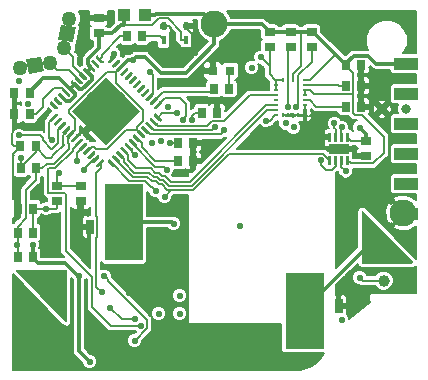
<source format=gbr>
G04 #@! TF.GenerationSoftware,KiCad,Pcbnew,(5.0.0-rc2-92-g9552e0272)*
G04 #@! TF.CreationDate,2018-06-17T01:32:07-07:00*
G04 #@! TF.ProjectId,sprite,7370726974652E6B696361645F706362,rev?*
G04 #@! TF.SameCoordinates,Original*
G04 #@! TF.FileFunction,Copper,L1,Top,Signal*
G04 #@! TF.FilePolarity,Positive*
%FSLAX46Y46*%
G04 Gerber Fmt 4.6, Leading zero omitted, Abs format (unit mm)*
G04 Created by KiCad (PCBNEW (5.0.0-rc2-92-g9552e0272)) date Sun Jun 17 01:32:07 2018*
%MOMM*%
%LPD*%
G01*
G04 APERTURE LIST*
G04 #@! TA.AperFunction,Conductor*
%ADD10C,0.076200*%
G04 #@! TD*
G04 #@! TA.AperFunction,SMDPad,CuDef*
%ADD11C,0.270000*%
G04 #@! TD*
G04 #@! TA.AperFunction,SMDPad,CuDef*
%ADD12R,1.700000X0.810000*%
G04 #@! TD*
G04 #@! TA.AperFunction,SMDPad,CuDef*
%ADD13R,0.700000X0.900000*%
G04 #@! TD*
G04 #@! TA.AperFunction,SMDPad,CuDef*
%ADD14R,1.100000X1.000000*%
G04 #@! TD*
G04 #@! TA.AperFunction,ComponentPad*
%ADD15C,0.812800*%
G04 #@! TD*
G04 #@! TA.AperFunction,ConnectorPad*
%ADD16C,2.286000*%
G04 #@! TD*
G04 #@! TA.AperFunction,SMDPad,CuDef*
%ADD17R,2.000000X1.020000*%
G04 #@! TD*
G04 #@! TA.AperFunction,BGAPad,CuDef*
%ADD18C,1.000000*%
G04 #@! TD*
G04 #@! TA.AperFunction,SMDPad,CuDef*
%ADD19R,0.900000X0.700000*%
G04 #@! TD*
G04 #@! TA.AperFunction,SMDPad,CuDef*
%ADD20C,1.524000*%
G04 #@! TD*
G04 #@! TA.AperFunction,SMDPad,CuDef*
%ADD21R,3.251200X6.451600*%
G04 #@! TD*
G04 #@! TA.AperFunction,SMDPad,CuDef*
%ADD22R,0.635000X1.270000*%
G04 #@! TD*
G04 #@! TA.AperFunction,SMDPad,CuDef*
%ADD23R,0.800000X0.800000*%
G04 #@! TD*
G04 #@! TA.AperFunction,SMDPad,CuDef*
%ADD24R,0.450000X0.270000*%
G04 #@! TD*
G04 #@! TA.AperFunction,SMDPad,CuDef*
%ADD25R,0.270000X0.450000*%
G04 #@! TD*
G04 #@! TA.AperFunction,ComponentPad*
%ADD26C,1.270000*%
G04 #@! TD*
G04 #@! TA.AperFunction,SMDPad,CuDef*
%ADD27R,0.440000X0.790000*%
G04 #@! TD*
G04 #@! TA.AperFunction,SMDPad,CuDef*
%ADD28C,0.280000*%
G04 #@! TD*
G04 #@! TA.AperFunction,SMDPad,CuDef*
%ADD29C,4.100000*%
G04 #@! TD*
G04 #@! TA.AperFunction,ViaPad*
%ADD30C,0.558800*%
G04 #@! TD*
G04 #@! TA.AperFunction,Conductor*
%ADD31C,0.203200*%
G04 #@! TD*
G04 #@! TA.AperFunction,Conductor*
%ADD32C,0.304800*%
G04 #@! TD*
G04 #@! TA.AperFunction,Conductor*
%ADD33C,0.152400*%
G04 #@! TD*
G04 APERTURE END LIST*
D10*
G04 #@! TO.N,VCCIO*
G04 #@! TO.C,U6*
G36*
X149698558Y-94139163D02*
X149701834Y-94139648D01*
X149705047Y-94140453D01*
X149708166Y-94141569D01*
X149711160Y-94142985D01*
X149714000Y-94144688D01*
X149716661Y-94146661D01*
X149719115Y-94148885D01*
X149721339Y-94151339D01*
X149723312Y-94154000D01*
X149725015Y-94156840D01*
X149726431Y-94159834D01*
X149727547Y-94162953D01*
X149728352Y-94166166D01*
X149728837Y-94169442D01*
X149729000Y-94172750D01*
X149729000Y-94865250D01*
X149728837Y-94868558D01*
X149728352Y-94871834D01*
X149727547Y-94875047D01*
X149726431Y-94878166D01*
X149725015Y-94881160D01*
X149723312Y-94884000D01*
X149721339Y-94886661D01*
X149719115Y-94889115D01*
X149716661Y-94891339D01*
X149714000Y-94893312D01*
X149711160Y-94895015D01*
X149708166Y-94896431D01*
X149705047Y-94897547D01*
X149701834Y-94898352D01*
X149698558Y-94898837D01*
X149695250Y-94899000D01*
X149492750Y-94899000D01*
X149489442Y-94898837D01*
X149486166Y-94898352D01*
X149482953Y-94897547D01*
X149479834Y-94896431D01*
X149476840Y-94895015D01*
X149474000Y-94893312D01*
X149471339Y-94891339D01*
X149468885Y-94889115D01*
X149466661Y-94886661D01*
X149464688Y-94884000D01*
X149462985Y-94881160D01*
X149461569Y-94878166D01*
X149460453Y-94875047D01*
X149459648Y-94871834D01*
X149459163Y-94868558D01*
X149459000Y-94865250D01*
X149459000Y-94172750D01*
X149459163Y-94169442D01*
X149459648Y-94166166D01*
X149460453Y-94162953D01*
X149461569Y-94159834D01*
X149462985Y-94156840D01*
X149464688Y-94154000D01*
X149466661Y-94151339D01*
X149468885Y-94148885D01*
X149471339Y-94146661D01*
X149474000Y-94144688D01*
X149476840Y-94142985D01*
X149479834Y-94141569D01*
X149482953Y-94140453D01*
X149486166Y-94139648D01*
X149489442Y-94139163D01*
X149492750Y-94139000D01*
X149695250Y-94139000D01*
X149698558Y-94139163D01*
X149698558Y-94139163D01*
G37*
D11*
G04 #@! TD*
G04 #@! TO.P,U6,1*
G04 #@! TO.N,VCCIO*
X149594000Y-94519000D03*
D10*
G04 #@! TO.N,Net-(R12-Pad1)*
G04 #@! TO.C,U6*
G36*
X149198558Y-94139163D02*
X149201834Y-94139648D01*
X149205047Y-94140453D01*
X149208166Y-94141569D01*
X149211160Y-94142985D01*
X149214000Y-94144688D01*
X149216661Y-94146661D01*
X149219115Y-94148885D01*
X149221339Y-94151339D01*
X149223312Y-94154000D01*
X149225015Y-94156840D01*
X149226431Y-94159834D01*
X149227547Y-94162953D01*
X149228352Y-94166166D01*
X149228837Y-94169442D01*
X149229000Y-94172750D01*
X149229000Y-94865250D01*
X149228837Y-94868558D01*
X149228352Y-94871834D01*
X149227547Y-94875047D01*
X149226431Y-94878166D01*
X149225015Y-94881160D01*
X149223312Y-94884000D01*
X149221339Y-94886661D01*
X149219115Y-94889115D01*
X149216661Y-94891339D01*
X149214000Y-94893312D01*
X149211160Y-94895015D01*
X149208166Y-94896431D01*
X149205047Y-94897547D01*
X149201834Y-94898352D01*
X149198558Y-94898837D01*
X149195250Y-94899000D01*
X148992750Y-94899000D01*
X148989442Y-94898837D01*
X148986166Y-94898352D01*
X148982953Y-94897547D01*
X148979834Y-94896431D01*
X148976840Y-94895015D01*
X148974000Y-94893312D01*
X148971339Y-94891339D01*
X148968885Y-94889115D01*
X148966661Y-94886661D01*
X148964688Y-94884000D01*
X148962985Y-94881160D01*
X148961569Y-94878166D01*
X148960453Y-94875047D01*
X148959648Y-94871834D01*
X148959163Y-94868558D01*
X148959000Y-94865250D01*
X148959000Y-94172750D01*
X148959163Y-94169442D01*
X148959648Y-94166166D01*
X148960453Y-94162953D01*
X148961569Y-94159834D01*
X148962985Y-94156840D01*
X148964688Y-94154000D01*
X148966661Y-94151339D01*
X148968885Y-94148885D01*
X148971339Y-94146661D01*
X148974000Y-94144688D01*
X148976840Y-94142985D01*
X148979834Y-94141569D01*
X148982953Y-94140453D01*
X148986166Y-94139648D01*
X148989442Y-94139163D01*
X148992750Y-94139000D01*
X149195250Y-94139000D01*
X149198558Y-94139163D01*
X149198558Y-94139163D01*
G37*
D11*
G04 #@! TD*
G04 #@! TO.P,U6,2*
G04 #@! TO.N,Net-(R12-Pad1)*
X149094000Y-94519000D03*
D10*
G04 #@! TO.N,Net-(L4-Pad2)*
G04 #@! TO.C,U6*
G36*
X148698558Y-94139163D02*
X148701834Y-94139648D01*
X148705047Y-94140453D01*
X148708166Y-94141569D01*
X148711160Y-94142985D01*
X148714000Y-94144688D01*
X148716661Y-94146661D01*
X148719115Y-94148885D01*
X148721339Y-94151339D01*
X148723312Y-94154000D01*
X148725015Y-94156840D01*
X148726431Y-94159834D01*
X148727547Y-94162953D01*
X148728352Y-94166166D01*
X148728837Y-94169442D01*
X148729000Y-94172750D01*
X148729000Y-94865250D01*
X148728837Y-94868558D01*
X148728352Y-94871834D01*
X148727547Y-94875047D01*
X148726431Y-94878166D01*
X148725015Y-94881160D01*
X148723312Y-94884000D01*
X148721339Y-94886661D01*
X148719115Y-94889115D01*
X148716661Y-94891339D01*
X148714000Y-94893312D01*
X148711160Y-94895015D01*
X148708166Y-94896431D01*
X148705047Y-94897547D01*
X148701834Y-94898352D01*
X148698558Y-94898837D01*
X148695250Y-94899000D01*
X148492750Y-94899000D01*
X148489442Y-94898837D01*
X148486166Y-94898352D01*
X148482953Y-94897547D01*
X148479834Y-94896431D01*
X148476840Y-94895015D01*
X148474000Y-94893312D01*
X148471339Y-94891339D01*
X148468885Y-94889115D01*
X148466661Y-94886661D01*
X148464688Y-94884000D01*
X148462985Y-94881160D01*
X148461569Y-94878166D01*
X148460453Y-94875047D01*
X148459648Y-94871834D01*
X148459163Y-94868558D01*
X148459000Y-94865250D01*
X148459000Y-94172750D01*
X148459163Y-94169442D01*
X148459648Y-94166166D01*
X148460453Y-94162953D01*
X148461569Y-94159834D01*
X148462985Y-94156840D01*
X148464688Y-94154000D01*
X148466661Y-94151339D01*
X148468885Y-94148885D01*
X148471339Y-94146661D01*
X148474000Y-94144688D01*
X148476840Y-94142985D01*
X148479834Y-94141569D01*
X148482953Y-94140453D01*
X148486166Y-94139648D01*
X148489442Y-94139163D01*
X148492750Y-94139000D01*
X148695250Y-94139000D01*
X148698558Y-94139163D01*
X148698558Y-94139163D01*
G37*
D11*
G04 #@! TD*
G04 #@! TO.P,U6,3*
G04 #@! TO.N,Net-(L4-Pad2)*
X148594000Y-94519000D03*
D10*
G04 #@! TO.N,GND*
G04 #@! TO.C,U6*
G36*
X148198558Y-94139163D02*
X148201834Y-94139648D01*
X148205047Y-94140453D01*
X148208166Y-94141569D01*
X148211160Y-94142985D01*
X148214000Y-94144688D01*
X148216661Y-94146661D01*
X148219115Y-94148885D01*
X148221339Y-94151339D01*
X148223312Y-94154000D01*
X148225015Y-94156840D01*
X148226431Y-94159834D01*
X148227547Y-94162953D01*
X148228352Y-94166166D01*
X148228837Y-94169442D01*
X148229000Y-94172750D01*
X148229000Y-94865250D01*
X148228837Y-94868558D01*
X148228352Y-94871834D01*
X148227547Y-94875047D01*
X148226431Y-94878166D01*
X148225015Y-94881160D01*
X148223312Y-94884000D01*
X148221339Y-94886661D01*
X148219115Y-94889115D01*
X148216661Y-94891339D01*
X148214000Y-94893312D01*
X148211160Y-94895015D01*
X148208166Y-94896431D01*
X148205047Y-94897547D01*
X148201834Y-94898352D01*
X148198558Y-94898837D01*
X148195250Y-94899000D01*
X147992750Y-94899000D01*
X147989442Y-94898837D01*
X147986166Y-94898352D01*
X147982953Y-94897547D01*
X147979834Y-94896431D01*
X147976840Y-94895015D01*
X147974000Y-94893312D01*
X147971339Y-94891339D01*
X147968885Y-94889115D01*
X147966661Y-94886661D01*
X147964688Y-94884000D01*
X147962985Y-94881160D01*
X147961569Y-94878166D01*
X147960453Y-94875047D01*
X147959648Y-94871834D01*
X147959163Y-94868558D01*
X147959000Y-94865250D01*
X147959000Y-94172750D01*
X147959163Y-94169442D01*
X147959648Y-94166166D01*
X147960453Y-94162953D01*
X147961569Y-94159834D01*
X147962985Y-94156840D01*
X147964688Y-94154000D01*
X147966661Y-94151339D01*
X147968885Y-94148885D01*
X147971339Y-94146661D01*
X147974000Y-94144688D01*
X147976840Y-94142985D01*
X147979834Y-94141569D01*
X147982953Y-94140453D01*
X147986166Y-94139648D01*
X147989442Y-94139163D01*
X147992750Y-94139000D01*
X148195250Y-94139000D01*
X148198558Y-94139163D01*
X148198558Y-94139163D01*
G37*
D11*
G04 #@! TD*
G04 #@! TO.P,U6,4*
G04 #@! TO.N,GND*
X148094000Y-94519000D03*
D10*
G04 #@! TO.N,/PWM2*
G04 #@! TO.C,U6*
G36*
X148198558Y-96109163D02*
X148201834Y-96109648D01*
X148205047Y-96110453D01*
X148208166Y-96111569D01*
X148211160Y-96112985D01*
X148214000Y-96114688D01*
X148216661Y-96116661D01*
X148219115Y-96118885D01*
X148221339Y-96121339D01*
X148223312Y-96124000D01*
X148225015Y-96126840D01*
X148226431Y-96129834D01*
X148227547Y-96132953D01*
X148228352Y-96136166D01*
X148228837Y-96139442D01*
X148229000Y-96142750D01*
X148229000Y-96835250D01*
X148228837Y-96838558D01*
X148228352Y-96841834D01*
X148227547Y-96845047D01*
X148226431Y-96848166D01*
X148225015Y-96851160D01*
X148223312Y-96854000D01*
X148221339Y-96856661D01*
X148219115Y-96859115D01*
X148216661Y-96861339D01*
X148214000Y-96863312D01*
X148211160Y-96865015D01*
X148208166Y-96866431D01*
X148205047Y-96867547D01*
X148201834Y-96868352D01*
X148198558Y-96868837D01*
X148195250Y-96869000D01*
X147992750Y-96869000D01*
X147989442Y-96868837D01*
X147986166Y-96868352D01*
X147982953Y-96867547D01*
X147979834Y-96866431D01*
X147976840Y-96865015D01*
X147974000Y-96863312D01*
X147971339Y-96861339D01*
X147968885Y-96859115D01*
X147966661Y-96856661D01*
X147964688Y-96854000D01*
X147962985Y-96851160D01*
X147961569Y-96848166D01*
X147960453Y-96845047D01*
X147959648Y-96841834D01*
X147959163Y-96838558D01*
X147959000Y-96835250D01*
X147959000Y-96142750D01*
X147959163Y-96139442D01*
X147959648Y-96136166D01*
X147960453Y-96132953D01*
X147961569Y-96129834D01*
X147962985Y-96126840D01*
X147964688Y-96124000D01*
X147966661Y-96121339D01*
X147968885Y-96118885D01*
X147971339Y-96116661D01*
X147974000Y-96114688D01*
X147976840Y-96112985D01*
X147979834Y-96111569D01*
X147982953Y-96110453D01*
X147986166Y-96109648D01*
X147989442Y-96109163D01*
X147992750Y-96109000D01*
X148195250Y-96109000D01*
X148198558Y-96109163D01*
X148198558Y-96109163D01*
G37*
D11*
G04 #@! TD*
G04 #@! TO.P,U6,5*
G04 #@! TO.N,/PWM2*
X148094000Y-96489000D03*
D10*
G04 #@! TO.N,/PWM1*
G04 #@! TO.C,U6*
G36*
X148698558Y-96109163D02*
X148701834Y-96109648D01*
X148705047Y-96110453D01*
X148708166Y-96111569D01*
X148711160Y-96112985D01*
X148714000Y-96114688D01*
X148716661Y-96116661D01*
X148719115Y-96118885D01*
X148721339Y-96121339D01*
X148723312Y-96124000D01*
X148725015Y-96126840D01*
X148726431Y-96129834D01*
X148727547Y-96132953D01*
X148728352Y-96136166D01*
X148728837Y-96139442D01*
X148729000Y-96142750D01*
X148729000Y-96835250D01*
X148728837Y-96838558D01*
X148728352Y-96841834D01*
X148727547Y-96845047D01*
X148726431Y-96848166D01*
X148725015Y-96851160D01*
X148723312Y-96854000D01*
X148721339Y-96856661D01*
X148719115Y-96859115D01*
X148716661Y-96861339D01*
X148714000Y-96863312D01*
X148711160Y-96865015D01*
X148708166Y-96866431D01*
X148705047Y-96867547D01*
X148701834Y-96868352D01*
X148698558Y-96868837D01*
X148695250Y-96869000D01*
X148492750Y-96869000D01*
X148489442Y-96868837D01*
X148486166Y-96868352D01*
X148482953Y-96867547D01*
X148479834Y-96866431D01*
X148476840Y-96865015D01*
X148474000Y-96863312D01*
X148471339Y-96861339D01*
X148468885Y-96859115D01*
X148466661Y-96856661D01*
X148464688Y-96854000D01*
X148462985Y-96851160D01*
X148461569Y-96848166D01*
X148460453Y-96845047D01*
X148459648Y-96841834D01*
X148459163Y-96838558D01*
X148459000Y-96835250D01*
X148459000Y-96142750D01*
X148459163Y-96139442D01*
X148459648Y-96136166D01*
X148460453Y-96132953D01*
X148461569Y-96129834D01*
X148462985Y-96126840D01*
X148464688Y-96124000D01*
X148466661Y-96121339D01*
X148468885Y-96118885D01*
X148471339Y-96116661D01*
X148474000Y-96114688D01*
X148476840Y-96112985D01*
X148479834Y-96111569D01*
X148482953Y-96110453D01*
X148486166Y-96109648D01*
X148489442Y-96109163D01*
X148492750Y-96109000D01*
X148695250Y-96109000D01*
X148698558Y-96109163D01*
X148698558Y-96109163D01*
G37*
D11*
G04 #@! TD*
G04 #@! TO.P,U6,6*
G04 #@! TO.N,/PWM1*
X148594000Y-96489000D03*
D10*
G04 #@! TO.N,/EN_2*
G04 #@! TO.C,U6*
G36*
X149198558Y-96109163D02*
X149201834Y-96109648D01*
X149205047Y-96110453D01*
X149208166Y-96111569D01*
X149211160Y-96112985D01*
X149214000Y-96114688D01*
X149216661Y-96116661D01*
X149219115Y-96118885D01*
X149221339Y-96121339D01*
X149223312Y-96124000D01*
X149225015Y-96126840D01*
X149226431Y-96129834D01*
X149227547Y-96132953D01*
X149228352Y-96136166D01*
X149228837Y-96139442D01*
X149229000Y-96142750D01*
X149229000Y-96835250D01*
X149228837Y-96838558D01*
X149228352Y-96841834D01*
X149227547Y-96845047D01*
X149226431Y-96848166D01*
X149225015Y-96851160D01*
X149223312Y-96854000D01*
X149221339Y-96856661D01*
X149219115Y-96859115D01*
X149216661Y-96861339D01*
X149214000Y-96863312D01*
X149211160Y-96865015D01*
X149208166Y-96866431D01*
X149205047Y-96867547D01*
X149201834Y-96868352D01*
X149198558Y-96868837D01*
X149195250Y-96869000D01*
X148992750Y-96869000D01*
X148989442Y-96868837D01*
X148986166Y-96868352D01*
X148982953Y-96867547D01*
X148979834Y-96866431D01*
X148976840Y-96865015D01*
X148974000Y-96863312D01*
X148971339Y-96861339D01*
X148968885Y-96859115D01*
X148966661Y-96856661D01*
X148964688Y-96854000D01*
X148962985Y-96851160D01*
X148961569Y-96848166D01*
X148960453Y-96845047D01*
X148959648Y-96841834D01*
X148959163Y-96838558D01*
X148959000Y-96835250D01*
X148959000Y-96142750D01*
X148959163Y-96139442D01*
X148959648Y-96136166D01*
X148960453Y-96132953D01*
X148961569Y-96129834D01*
X148962985Y-96126840D01*
X148964688Y-96124000D01*
X148966661Y-96121339D01*
X148968885Y-96118885D01*
X148971339Y-96116661D01*
X148974000Y-96114688D01*
X148976840Y-96112985D01*
X148979834Y-96111569D01*
X148982953Y-96110453D01*
X148986166Y-96109648D01*
X148989442Y-96109163D01*
X148992750Y-96109000D01*
X149195250Y-96109000D01*
X149198558Y-96109163D01*
X149198558Y-96109163D01*
G37*
D11*
G04 #@! TD*
G04 #@! TO.P,U6,7*
G04 #@! TO.N,/EN_2*
X149094000Y-96489000D03*
D10*
G04 #@! TO.N,VCC*
G04 #@! TO.C,U6*
G36*
X149698558Y-96109163D02*
X149701834Y-96109648D01*
X149705047Y-96110453D01*
X149708166Y-96111569D01*
X149711160Y-96112985D01*
X149714000Y-96114688D01*
X149716661Y-96116661D01*
X149719115Y-96118885D01*
X149721339Y-96121339D01*
X149723312Y-96124000D01*
X149725015Y-96126840D01*
X149726431Y-96129834D01*
X149727547Y-96132953D01*
X149728352Y-96136166D01*
X149728837Y-96139442D01*
X149729000Y-96142750D01*
X149729000Y-96835250D01*
X149728837Y-96838558D01*
X149728352Y-96841834D01*
X149727547Y-96845047D01*
X149726431Y-96848166D01*
X149725015Y-96851160D01*
X149723312Y-96854000D01*
X149721339Y-96856661D01*
X149719115Y-96859115D01*
X149716661Y-96861339D01*
X149714000Y-96863312D01*
X149711160Y-96865015D01*
X149708166Y-96866431D01*
X149705047Y-96867547D01*
X149701834Y-96868352D01*
X149698558Y-96868837D01*
X149695250Y-96869000D01*
X149492750Y-96869000D01*
X149489442Y-96868837D01*
X149486166Y-96868352D01*
X149482953Y-96867547D01*
X149479834Y-96866431D01*
X149476840Y-96865015D01*
X149474000Y-96863312D01*
X149471339Y-96861339D01*
X149468885Y-96859115D01*
X149466661Y-96856661D01*
X149464688Y-96854000D01*
X149462985Y-96851160D01*
X149461569Y-96848166D01*
X149460453Y-96845047D01*
X149459648Y-96841834D01*
X149459163Y-96838558D01*
X149459000Y-96835250D01*
X149459000Y-96142750D01*
X149459163Y-96139442D01*
X149459648Y-96136166D01*
X149460453Y-96132953D01*
X149461569Y-96129834D01*
X149462985Y-96126840D01*
X149464688Y-96124000D01*
X149466661Y-96121339D01*
X149468885Y-96118885D01*
X149471339Y-96116661D01*
X149474000Y-96114688D01*
X149476840Y-96112985D01*
X149479834Y-96111569D01*
X149482953Y-96110453D01*
X149486166Y-96109648D01*
X149489442Y-96109163D01*
X149492750Y-96109000D01*
X149695250Y-96109000D01*
X149698558Y-96109163D01*
X149698558Y-96109163D01*
G37*
D11*
G04 #@! TD*
G04 #@! TO.P,U6,8*
G04 #@! TO.N,VCC*
X149594000Y-96489000D03*
D12*
G04 #@! TO.P,U6,9*
G04 #@! TO.N,GND*
X148844000Y-95504000D03*
G04 #@! TD*
D13*
G04 #@! TO.P,R10,2*
G04 #@! TO.N,Net-(R10-Pad2)*
X135240000Y-94996000D03*
G04 #@! TO.P,R10,1*
G04 #@! TO.N,GND*
X136540000Y-94996000D03*
G04 #@! TD*
G04 #@! TO.P,R4,2*
G04 #@! TO.N,GND*
X121397000Y-92583000D03*
G04 #@! TO.P,R4,1*
G04 #@! TO.N,Net-(R4-Pad1)*
X122697000Y-92583000D03*
G04 #@! TD*
D14*
G04 #@! TO.P,L2,2*
G04 #@! TO.N,VCCA*
X130722000Y-84201000D03*
G04 #@! TO.P,L2,1*
G04 #@! TO.N,VCC*
X132422000Y-84201000D03*
G04 #@! TD*
D15*
G04 #@! TO.P,B1,V-*
G04 #@! TO.N,GND*
X152541100Y-92152074D03*
G04 #@! TO.P,B1,V+*
G04 #@! TO.N,/VBAT*
X154541100Y-92152074D03*
G04 #@! TD*
D16*
G04 #@! TO.P,X1,PIN*
G04 #@! TO.N,VCC*
X138341100Y-84952074D03*
G04 #@! TD*
G04 #@! TO.P,X2,PIN*
G04 #@! TO.N,GND*
X154341100Y-100952074D03*
G04 #@! TD*
D17*
G04 #@! TO.P,J1,6*
G04 #@! TO.N,GND*
X154541100Y-101002074D03*
G04 #@! TO.P,J1,5*
G04 #@! TO.N,/UART_RX*
X154541100Y-98462074D03*
G04 #@! TO.P,J1,4*
G04 #@! TO.N,/UART_TX*
X154541100Y-95922074D03*
G04 #@! TO.P,J1,3*
G04 #@! TO.N,/TST*
X154541100Y-93382074D03*
G04 #@! TO.P,J1,1*
G04 #@! TO.N,VCC*
X154541100Y-88302074D03*
G04 #@! TO.P,J1,2*
G04 #@! TO.N,/~RST*
X154541100Y-90842074D03*
G04 #@! TD*
D18*
G04 #@! TO.P,TP2,1*
G04 #@! TO.N,Net-(R22-Pad1)*
X152654000Y-106680000D03*
G04 #@! TD*
D19*
G04 #@! TO.P,C12,2*
G04 #@! TO.N,GND*
X151130000Y-96154000D03*
G04 #@! TO.P,C12,1*
G04 #@! TO.N,VCCIO*
X151130000Y-94854000D03*
G04 #@! TD*
D20*
G04 #@! TO.P,D2,P$2*
G04 #@! TO.N,VCCINT*
X151955500Y-103632000D03*
D10*
G04 #@! TD*
G04 #@! TO.N,VCCINT*
G04 #@! TO.C,D2*
G36*
X150890632Y-100764441D02*
X150904701Y-100768709D01*
X150917668Y-100775640D01*
X150929819Y-100785764D01*
X155120819Y-105103764D01*
X155129975Y-105115268D01*
X155136712Y-105128336D01*
X155140769Y-105142468D01*
X155141992Y-105157119D01*
X155140332Y-105171728D01*
X155135855Y-105185732D01*
X155128731Y-105198594D01*
X155119236Y-105209819D01*
X155107732Y-105218975D01*
X155094664Y-105225712D01*
X155080532Y-105229769D01*
X155067000Y-105231000D01*
X150876000Y-105231000D01*
X150861368Y-105229559D01*
X150847299Y-105225291D01*
X150834332Y-105218360D01*
X150822967Y-105209033D01*
X150813640Y-105197668D01*
X150806709Y-105184701D01*
X150802441Y-105170632D01*
X150801000Y-105156000D01*
X150801000Y-100838000D01*
X150802441Y-100823368D01*
X150806709Y-100809299D01*
X150813640Y-100796332D01*
X150822967Y-100784967D01*
X150834332Y-100775640D01*
X150847299Y-100768709D01*
X150861368Y-100764441D01*
X150876000Y-100763000D01*
X150890632Y-100764441D01*
X150890632Y-100764441D01*
G37*
D21*
G04 #@! TO.P,D2,P$2*
G04 #@! TO.N,VCCINT*
X130683000Y-101727000D03*
D22*
G04 #@! TO.P,D2,P$1*
G04 #@! TO.N,GND*
X127812800Y-102108000D03*
G04 #@! TD*
D20*
G04 #@! TO.P,D1,P$2*
G04 #@! TO.N,VCCINT*
X124701600Y-107336074D03*
D10*
G04 #@! TD*
G04 #@! TO.N,VCCINT*
G04 #@! TO.C,D1*
G36*
X125766468Y-110203633D02*
X125752399Y-110199365D01*
X125739432Y-110192434D01*
X125727281Y-110182310D01*
X121536281Y-105864310D01*
X121527125Y-105852806D01*
X121520388Y-105839738D01*
X121516331Y-105825606D01*
X121515108Y-105810955D01*
X121516768Y-105796346D01*
X121521245Y-105782342D01*
X121528369Y-105769480D01*
X121537864Y-105758255D01*
X121549368Y-105749099D01*
X121562436Y-105742362D01*
X121576568Y-105738305D01*
X121590100Y-105737074D01*
X125781100Y-105737074D01*
X125795732Y-105738515D01*
X125809801Y-105742783D01*
X125822768Y-105749714D01*
X125834133Y-105759041D01*
X125843460Y-105770406D01*
X125850391Y-105783373D01*
X125854659Y-105797442D01*
X125856100Y-105812074D01*
X125856100Y-110130074D01*
X125854659Y-110144706D01*
X125850391Y-110158775D01*
X125843460Y-110171742D01*
X125834133Y-110183107D01*
X125822768Y-110192434D01*
X125809801Y-110199365D01*
X125795732Y-110203633D01*
X125781100Y-110205074D01*
X125766468Y-110203633D01*
X125766468Y-110203633D01*
G37*
D21*
G04 #@! TO.P,D1,P$2*
G04 #@! TO.N,VCCINT*
X145974100Y-109241074D03*
D22*
G04 #@! TO.P,D1,P$1*
G04 #@! TO.N,GND*
X148844300Y-108860074D03*
G04 #@! TD*
D13*
G04 #@! TO.P,R2,2*
G04 #@! TO.N,Net-(LED1-PadA)*
X139588000Y-90424000D03*
G04 #@! TO.P,R2,1*
G04 #@! TO.N,Net-(R2-Pad1)*
X138288000Y-90424000D03*
G04 #@! TD*
G04 #@! TO.P,R13,2*
G04 #@! TO.N,VCC*
X121666000Y-104648000D03*
G04 #@! TO.P,R13,1*
G04 #@! TO.N,VCCIO*
X122966000Y-104648000D03*
G04 #@! TD*
D19*
G04 #@! TO.P,R7,2*
G04 #@! TO.N,VCCINT*
X124968000Y-99964000D03*
G04 #@! TO.P,R7,1*
G04 #@! TO.N,Net-(R7-Pad1)*
X124968000Y-98664000D03*
G04 #@! TD*
D13*
G04 #@! TO.P,R1,2*
G04 #@! TO.N,/~RST*
X121920000Y-97155000D03*
G04 #@! TO.P,R1,1*
G04 #@! TO.N,VCC*
X123220000Y-97155000D03*
G04 #@! TD*
D19*
G04 #@! TO.P,R3,2*
G04 #@! TO.N,/SCL*
X146558000Y-86902074D03*
G04 #@! TO.P,R3,1*
G04 #@! TO.N,VCC*
X146558000Y-85602074D03*
G04 #@! TD*
G04 #@! TO.P,R5,2*
G04 #@! TO.N,/SDA*
X144780000Y-86902074D03*
G04 #@! TO.P,R5,1*
G04 #@! TO.N,VCC*
X144780000Y-85602074D03*
G04 #@! TD*
G04 #@! TO.P,R6,2*
G04 #@! TO.N,Net-(R6-Pad2)*
X143002000Y-86902074D03*
G04 #@! TO.P,R6,1*
G04 #@! TO.N,VCC*
X143002000Y-85602074D03*
G04 #@! TD*
G04 #@! TO.P,R8,2*
G04 #@! TO.N,Net-(R7-Pad1)*
X127000000Y-98664000D03*
G04 #@! TO.P,R8,1*
G04 #@! TO.N,GND*
X127000000Y-99964000D03*
G04 #@! TD*
D13*
G04 #@! TO.P,R9,2*
G04 #@! TO.N,GND*
X138572000Y-92456000D03*
G04 #@! TO.P,R9,1*
G04 #@! TO.N,Net-(R9-Pad1)*
X137272000Y-92456000D03*
G04 #@! TD*
G04 #@! TO.P,R14,2*
G04 #@! TO.N,VCCINT*
X122966000Y-102616000D03*
G04 #@! TO.P,R14,1*
G04 #@! TO.N,VCC*
X121666000Y-102616000D03*
G04 #@! TD*
G04 #@! TO.P,C4,2*
G04 #@! TO.N,GND*
X150764000Y-91948000D03*
G04 #@! TO.P,C4,1*
G04 #@! TO.N,Net-(C4-Pad1)*
X149464000Y-91948000D03*
G04 #@! TD*
G04 #@! TO.P,C3,2*
G04 #@! TO.N,GND*
X150764000Y-88392000D03*
G04 #@! TO.P,C3,1*
G04 #@! TO.N,VCC*
X149464000Y-88392000D03*
G04 #@! TD*
G04 #@! TO.P,C7,2*
G04 #@! TO.N,GND*
X121397000Y-90805000D03*
G04 #@! TO.P,C7,1*
G04 #@! TO.N,VCCA*
X122697000Y-90805000D03*
G04 #@! TD*
G04 #@! TO.P,C17,2*
G04 #@! TO.N,GND*
X121666000Y-100584000D03*
G04 #@! TO.P,C17,1*
G04 #@! TO.N,VCCINT*
X122966000Y-100584000D03*
G04 #@! TD*
G04 #@! TO.P,C6,2*
G04 #@! TO.N,Net-(C6-Pad2)*
X132222000Y-85979000D03*
G04 #@! TO.P,C6,1*
G04 #@! TO.N,Net-(C6-Pad1)*
X130922000Y-85979000D03*
G04 #@! TD*
G04 #@! TO.P,C2,2*
G04 #@! TO.N,/~RST*
X123190000Y-95250000D03*
G04 #@! TO.P,C2,1*
G04 #@! TO.N,GND*
X121890000Y-95250000D03*
G04 #@! TD*
G04 #@! TO.P,C1,2*
G04 #@! TO.N,GND*
X136540000Y-96520000D03*
G04 #@! TO.P,C1,1*
G04 #@! TO.N,/VCORE*
X135240000Y-96520000D03*
G04 #@! TD*
D19*
G04 #@! TO.P,C11,2*
G04 #@! TO.N,GND*
X128524000Y-84440000D03*
G04 #@! TO.P,C11,1*
G04 #@! TO.N,VCCA*
X128524000Y-85740000D03*
G04 #@! TD*
D13*
G04 #@! TO.P,C5,2*
G04 #@! TO.N,GND*
X150764000Y-90170000D03*
G04 #@! TO.P,C5,1*
G04 #@! TO.N,Net-(C5-Pad1)*
X149464000Y-90170000D03*
G04 #@! TD*
D23*
G04 #@! TO.P,LED1,A*
G04 #@! TO.N,Net-(LED1-PadA)*
X139688000Y-88900000D03*
G04 #@! TO.P,LED1,C*
G04 #@! TO.N,GND*
X138188000Y-88900000D03*
G04 #@! TD*
D24*
G04 #@! TO.P,U2,24*
G04 #@! TO.N,Net-(C5-Pad1)*
X146005000Y-90111000D03*
G04 #@! TO.P,U2,23*
G04 #@! TO.N,VCC*
X146005000Y-90541000D03*
G04 #@! TO.P,U2,22*
X146005000Y-90971000D03*
G04 #@! TO.P,U2,21*
G04 #@! TO.N,Net-(C4-Pad1)*
X146005000Y-91401000D03*
G04 #@! TO.P,U2,20*
G04 #@! TO.N,GND*
X146005000Y-91831000D03*
G04 #@! TO.P,U2,19*
X146005000Y-92261000D03*
G04 #@! TO.P,U2,18*
X146005000Y-92691000D03*
D25*
G04 #@! TO.P,U2,17*
X145425000Y-92661000D03*
G04 #@! TO.P,U2,16*
X144995000Y-92661000D03*
G04 #@! TO.P,U2,15*
X144565000Y-92661000D03*
G04 #@! TO.P,U2,14*
X144135000Y-92661000D03*
D24*
G04 #@! TO.P,U2,13*
G04 #@! TO.N,Net-(R6-Pad2)*
X143555000Y-92691000D03*
G04 #@! TO.P,U2,12*
G04 #@! TO.N,/INT2*
X143555000Y-92261000D03*
G04 #@! TO.P,U2,11*
G04 #@! TO.N,/INT1*
X143555000Y-91831000D03*
G04 #@! TO.P,U2,10*
G04 #@! TO.N,Net-(U2-Pad10)*
X143555000Y-91401000D03*
G04 #@! TO.P,U2,9*
G04 #@! TO.N,/DRDY*
X143555000Y-90971000D03*
G04 #@! TO.P,U2,8*
G04 #@! TO.N,Net-(R6-Pad2)*
X143555000Y-90541000D03*
G04 #@! TO.P,U2,7*
X143555000Y-90111000D03*
G04 #@! TO.P,U2,6*
X143555000Y-89681000D03*
D25*
G04 #@! TO.P,U2,5*
X144135000Y-89711000D03*
G04 #@! TO.P,U2,4*
G04 #@! TO.N,/SDA*
X144565000Y-89711000D03*
G04 #@! TO.P,U2,3*
G04 #@! TO.N,VCC*
X144995000Y-89711000D03*
G04 #@! TO.P,U2,2*
G04 #@! TO.N,/SCL*
X145425000Y-89711000D03*
D24*
G04 #@! TO.P,U2,1*
G04 #@! TO.N,VCC*
X146005000Y-89681000D03*
G04 #@! TD*
D26*
G04 #@! TO.P,A1,IN3*
G04 #@! TO.N,/RF_N*
X121890394Y-88672607D03*
G04 #@! TO.P,A1,IN2*
X124391806Y-88231541D03*
G04 #@! TO.P,A1,IN1*
X123141100Y-88452074D03*
D10*
G04 #@! TD*
G04 #@! TO.N,/RF_N*
G04 #@! TO.C,A1*
G36*
X123656186Y-87716454D02*
X123876720Y-88967160D01*
X122626014Y-89187694D01*
X122405480Y-87936988D01*
X123656186Y-87716454D01*
X123656186Y-87716454D01*
G37*
D26*
G04 #@! TO.P,A2,IN3*
G04 #@! TO.N,/RF_P*
X125620567Y-87002780D03*
G04 #@! TO.P,A2,IN2*
X126061633Y-84501368D03*
G04 #@! TO.P,A2,IN1*
X125841100Y-85752074D03*
D10*
G04 #@! TD*
G04 #@! TO.N,/RF_P*
G04 #@! TO.C,A2*
G36*
X125326014Y-85016454D02*
X126576720Y-85236988D01*
X126356186Y-86487694D01*
X125105480Y-86267160D01*
X125326014Y-85016454D01*
X125326014Y-85016454D01*
G37*
D27*
G04 #@! TO.P,U3,VCC*
G04 #@! TO.N,VCCA*
X135971000Y-86320000D03*
G04 #@! TO.P,U3,OUT*
G04 #@! TO.N,Net-(C6-Pad2)*
X134031000Y-86320000D03*
G04 #@! TO.P,U3,GND2*
G04 #@! TO.N,GND*
X134031000Y-85130000D03*
G04 #@! TO.P,U3,GND1*
X135971000Y-85130000D03*
G04 #@! TD*
D10*
G04 #@! TO.N,/EN_3*
G04 #@! TO.C,U1*
G36*
X128840159Y-96416497D02*
X128853750Y-96418513D01*
X128867077Y-96421851D01*
X128880013Y-96426480D01*
X128892433Y-96432354D01*
X128904217Y-96439417D01*
X128915252Y-96447602D01*
X128925432Y-96456828D01*
X128925433Y-96456829D01*
X128934659Y-96467009D01*
X128942844Y-96478044D01*
X128949907Y-96489828D01*
X128955781Y-96502248D01*
X128960410Y-96515184D01*
X128963748Y-96528511D01*
X128965764Y-96542102D01*
X128966438Y-96555824D01*
X128965764Y-96569546D01*
X128963748Y-96583137D01*
X128960410Y-96596464D01*
X128955781Y-96609400D01*
X128949907Y-96621820D01*
X128942844Y-96633604D01*
X128934659Y-96644639D01*
X128925433Y-96654819D01*
X128522382Y-97057870D01*
X128512202Y-97067096D01*
X128501167Y-97075281D01*
X128489383Y-97082344D01*
X128476963Y-97088218D01*
X128464027Y-97092847D01*
X128450700Y-97096185D01*
X128437109Y-97098201D01*
X128423387Y-97098875D01*
X128409665Y-97098201D01*
X128396074Y-97096185D01*
X128382747Y-97092847D01*
X128369811Y-97088218D01*
X128357391Y-97082344D01*
X128345607Y-97075281D01*
X128334572Y-97067096D01*
X128324392Y-97057870D01*
X128324391Y-97057869D01*
X128315165Y-97047689D01*
X128306980Y-97036654D01*
X128299917Y-97024870D01*
X128294043Y-97012450D01*
X128289414Y-96999514D01*
X128286076Y-96986187D01*
X128284060Y-96972596D01*
X128283386Y-96958874D01*
X128284060Y-96945152D01*
X128286076Y-96931561D01*
X128289414Y-96918234D01*
X128294043Y-96905298D01*
X128299917Y-96892878D01*
X128306980Y-96881094D01*
X128315165Y-96870059D01*
X128324391Y-96859879D01*
X128727442Y-96456828D01*
X128737622Y-96447602D01*
X128748657Y-96439417D01*
X128760441Y-96432354D01*
X128772861Y-96426480D01*
X128785797Y-96421851D01*
X128799124Y-96418513D01*
X128812715Y-96416497D01*
X128826437Y-96415823D01*
X128840159Y-96416497D01*
X128840159Y-96416497D01*
G37*
D28*
G04 #@! TD*
G04 #@! TO.P,U1,48*
G04 #@! TO.N,/EN_3*
X128624912Y-96757349D03*
D10*
G04 #@! TO.N,Net-(U1-Pad47)*
G04 #@! TO.C,U1*
G36*
X128486606Y-96062944D02*
X128500197Y-96064960D01*
X128513524Y-96068298D01*
X128526460Y-96072927D01*
X128538880Y-96078801D01*
X128550664Y-96085864D01*
X128561699Y-96094049D01*
X128571879Y-96103275D01*
X128571880Y-96103276D01*
X128581106Y-96113456D01*
X128589291Y-96124491D01*
X128596354Y-96136275D01*
X128602228Y-96148695D01*
X128606857Y-96161631D01*
X128610195Y-96174958D01*
X128612211Y-96188549D01*
X128612885Y-96202271D01*
X128612211Y-96215993D01*
X128610195Y-96229584D01*
X128606857Y-96242911D01*
X128602228Y-96255847D01*
X128596354Y-96268267D01*
X128589291Y-96280051D01*
X128581106Y-96291086D01*
X128571880Y-96301266D01*
X128168829Y-96704317D01*
X128158649Y-96713543D01*
X128147614Y-96721728D01*
X128135830Y-96728791D01*
X128123410Y-96734665D01*
X128110474Y-96739294D01*
X128097147Y-96742632D01*
X128083556Y-96744648D01*
X128069834Y-96745322D01*
X128056112Y-96744648D01*
X128042521Y-96742632D01*
X128029194Y-96739294D01*
X128016258Y-96734665D01*
X128003838Y-96728791D01*
X127992054Y-96721728D01*
X127981019Y-96713543D01*
X127970839Y-96704317D01*
X127970838Y-96704316D01*
X127961612Y-96694136D01*
X127953427Y-96683101D01*
X127946364Y-96671317D01*
X127940490Y-96658897D01*
X127935861Y-96645961D01*
X127932523Y-96632634D01*
X127930507Y-96619043D01*
X127929833Y-96605321D01*
X127930507Y-96591599D01*
X127932523Y-96578008D01*
X127935861Y-96564681D01*
X127940490Y-96551745D01*
X127946364Y-96539325D01*
X127953427Y-96527541D01*
X127961612Y-96516506D01*
X127970838Y-96506326D01*
X128373889Y-96103275D01*
X128384069Y-96094049D01*
X128395104Y-96085864D01*
X128406888Y-96078801D01*
X128419308Y-96072927D01*
X128432244Y-96068298D01*
X128445571Y-96064960D01*
X128459162Y-96062944D01*
X128472884Y-96062270D01*
X128486606Y-96062944D01*
X128486606Y-96062944D01*
G37*
D28*
G04 #@! TD*
G04 #@! TO.P,U1,47*
G04 #@! TO.N,Net-(U1-Pad47)*
X128271359Y-96403796D03*
D10*
G04 #@! TO.N,Net-(U1-Pad46)*
G04 #@! TO.C,U1*
G36*
X128133052Y-95709390D02*
X128146643Y-95711406D01*
X128159970Y-95714744D01*
X128172906Y-95719373D01*
X128185326Y-95725247D01*
X128197110Y-95732310D01*
X128208145Y-95740495D01*
X128218325Y-95749721D01*
X128218326Y-95749722D01*
X128227552Y-95759902D01*
X128235737Y-95770937D01*
X128242800Y-95782721D01*
X128248674Y-95795141D01*
X128253303Y-95808077D01*
X128256641Y-95821404D01*
X128258657Y-95834995D01*
X128259331Y-95848717D01*
X128258657Y-95862439D01*
X128256641Y-95876030D01*
X128253303Y-95889357D01*
X128248674Y-95902293D01*
X128242800Y-95914713D01*
X128235737Y-95926497D01*
X128227552Y-95937532D01*
X128218326Y-95947712D01*
X127815275Y-96350763D01*
X127805095Y-96359989D01*
X127794060Y-96368174D01*
X127782276Y-96375237D01*
X127769856Y-96381111D01*
X127756920Y-96385740D01*
X127743593Y-96389078D01*
X127730002Y-96391094D01*
X127716280Y-96391768D01*
X127702558Y-96391094D01*
X127688967Y-96389078D01*
X127675640Y-96385740D01*
X127662704Y-96381111D01*
X127650284Y-96375237D01*
X127638500Y-96368174D01*
X127627465Y-96359989D01*
X127617285Y-96350763D01*
X127617284Y-96350762D01*
X127608058Y-96340582D01*
X127599873Y-96329547D01*
X127592810Y-96317763D01*
X127586936Y-96305343D01*
X127582307Y-96292407D01*
X127578969Y-96279080D01*
X127576953Y-96265489D01*
X127576279Y-96251767D01*
X127576953Y-96238045D01*
X127578969Y-96224454D01*
X127582307Y-96211127D01*
X127586936Y-96198191D01*
X127592810Y-96185771D01*
X127599873Y-96173987D01*
X127608058Y-96162952D01*
X127617284Y-96152772D01*
X128020335Y-95749721D01*
X128030515Y-95740495D01*
X128041550Y-95732310D01*
X128053334Y-95725247D01*
X128065754Y-95719373D01*
X128078690Y-95714744D01*
X128092017Y-95711406D01*
X128105608Y-95709390D01*
X128119330Y-95708716D01*
X128133052Y-95709390D01*
X128133052Y-95709390D01*
G37*
D28*
G04 #@! TD*
G04 #@! TO.P,U1,46*
G04 #@! TO.N,Net-(U1-Pad46)*
X127917805Y-96050242D03*
D10*
G04 #@! TO.N,VCC*
G04 #@! TO.C,U1*
G36*
X127779499Y-95355837D02*
X127793090Y-95357853D01*
X127806417Y-95361191D01*
X127819353Y-95365820D01*
X127831773Y-95371694D01*
X127843557Y-95378757D01*
X127854592Y-95386942D01*
X127864772Y-95396168D01*
X127864773Y-95396169D01*
X127873999Y-95406349D01*
X127882184Y-95417384D01*
X127889247Y-95429168D01*
X127895121Y-95441588D01*
X127899750Y-95454524D01*
X127903088Y-95467851D01*
X127905104Y-95481442D01*
X127905778Y-95495164D01*
X127905104Y-95508886D01*
X127903088Y-95522477D01*
X127899750Y-95535804D01*
X127895121Y-95548740D01*
X127889247Y-95561160D01*
X127882184Y-95572944D01*
X127873999Y-95583979D01*
X127864773Y-95594159D01*
X127461722Y-95997210D01*
X127451542Y-96006436D01*
X127440507Y-96014621D01*
X127428723Y-96021684D01*
X127416303Y-96027558D01*
X127403367Y-96032187D01*
X127390040Y-96035525D01*
X127376449Y-96037541D01*
X127362727Y-96038215D01*
X127349005Y-96037541D01*
X127335414Y-96035525D01*
X127322087Y-96032187D01*
X127309151Y-96027558D01*
X127296731Y-96021684D01*
X127284947Y-96014621D01*
X127273912Y-96006436D01*
X127263732Y-95997210D01*
X127263731Y-95997209D01*
X127254505Y-95987029D01*
X127246320Y-95975994D01*
X127239257Y-95964210D01*
X127233383Y-95951790D01*
X127228754Y-95938854D01*
X127225416Y-95925527D01*
X127223400Y-95911936D01*
X127222726Y-95898214D01*
X127223400Y-95884492D01*
X127225416Y-95870901D01*
X127228754Y-95857574D01*
X127233383Y-95844638D01*
X127239257Y-95832218D01*
X127246320Y-95820434D01*
X127254505Y-95809399D01*
X127263731Y-95799219D01*
X127666782Y-95396168D01*
X127676962Y-95386942D01*
X127687997Y-95378757D01*
X127699781Y-95371694D01*
X127712201Y-95365820D01*
X127725137Y-95361191D01*
X127738464Y-95357853D01*
X127752055Y-95355837D01*
X127765777Y-95355163D01*
X127779499Y-95355837D01*
X127779499Y-95355837D01*
G37*
D28*
G04 #@! TD*
G04 #@! TO.P,U1,45*
G04 #@! TO.N,VCC*
X127564252Y-95696689D03*
D10*
G04 #@! TO.N,/EN_2*
G04 #@! TO.C,U1*
G36*
X127425945Y-95002284D02*
X127439536Y-95004300D01*
X127452863Y-95007638D01*
X127465799Y-95012267D01*
X127478219Y-95018141D01*
X127490003Y-95025204D01*
X127501038Y-95033389D01*
X127511218Y-95042615D01*
X127511219Y-95042616D01*
X127520445Y-95052796D01*
X127528630Y-95063831D01*
X127535693Y-95075615D01*
X127541567Y-95088035D01*
X127546196Y-95100971D01*
X127549534Y-95114298D01*
X127551550Y-95127889D01*
X127552224Y-95141611D01*
X127551550Y-95155333D01*
X127549534Y-95168924D01*
X127546196Y-95182251D01*
X127541567Y-95195187D01*
X127535693Y-95207607D01*
X127528630Y-95219391D01*
X127520445Y-95230426D01*
X127511219Y-95240606D01*
X127108168Y-95643657D01*
X127097988Y-95652883D01*
X127086953Y-95661068D01*
X127075169Y-95668131D01*
X127062749Y-95674005D01*
X127049813Y-95678634D01*
X127036486Y-95681972D01*
X127022895Y-95683988D01*
X127009173Y-95684662D01*
X126995451Y-95683988D01*
X126981860Y-95681972D01*
X126968533Y-95678634D01*
X126955597Y-95674005D01*
X126943177Y-95668131D01*
X126931393Y-95661068D01*
X126920358Y-95652883D01*
X126910178Y-95643657D01*
X126910177Y-95643656D01*
X126900951Y-95633476D01*
X126892766Y-95622441D01*
X126885703Y-95610657D01*
X126879829Y-95598237D01*
X126875200Y-95585301D01*
X126871862Y-95571974D01*
X126869846Y-95558383D01*
X126869172Y-95544661D01*
X126869846Y-95530939D01*
X126871862Y-95517348D01*
X126875200Y-95504021D01*
X126879829Y-95491085D01*
X126885703Y-95478665D01*
X126892766Y-95466881D01*
X126900951Y-95455846D01*
X126910177Y-95445666D01*
X127313228Y-95042615D01*
X127323408Y-95033389D01*
X127334443Y-95025204D01*
X127346227Y-95018141D01*
X127358647Y-95012267D01*
X127371583Y-95007638D01*
X127384910Y-95004300D01*
X127398501Y-95002284D01*
X127412223Y-95001610D01*
X127425945Y-95002284D01*
X127425945Y-95002284D01*
G37*
D28*
G04 #@! TD*
G04 #@! TO.P,U1,44*
G04 #@! TO.N,/EN_2*
X127210698Y-95343136D03*
D10*
G04 #@! TO.N,/EN_1*
G04 #@! TO.C,U1*
G36*
X127072392Y-94648730D02*
X127085983Y-94650746D01*
X127099310Y-94654084D01*
X127112246Y-94658713D01*
X127124666Y-94664587D01*
X127136450Y-94671650D01*
X127147485Y-94679835D01*
X127157665Y-94689061D01*
X127157666Y-94689062D01*
X127166892Y-94699242D01*
X127175077Y-94710277D01*
X127182140Y-94722061D01*
X127188014Y-94734481D01*
X127192643Y-94747417D01*
X127195981Y-94760744D01*
X127197997Y-94774335D01*
X127198671Y-94788057D01*
X127197997Y-94801779D01*
X127195981Y-94815370D01*
X127192643Y-94828697D01*
X127188014Y-94841633D01*
X127182140Y-94854053D01*
X127175077Y-94865837D01*
X127166892Y-94876872D01*
X127157666Y-94887052D01*
X126754615Y-95290103D01*
X126744435Y-95299329D01*
X126733400Y-95307514D01*
X126721616Y-95314577D01*
X126709196Y-95320451D01*
X126696260Y-95325080D01*
X126682933Y-95328418D01*
X126669342Y-95330434D01*
X126655620Y-95331108D01*
X126641898Y-95330434D01*
X126628307Y-95328418D01*
X126614980Y-95325080D01*
X126602044Y-95320451D01*
X126589624Y-95314577D01*
X126577840Y-95307514D01*
X126566805Y-95299329D01*
X126556625Y-95290103D01*
X126556624Y-95290102D01*
X126547398Y-95279922D01*
X126539213Y-95268887D01*
X126532150Y-95257103D01*
X126526276Y-95244683D01*
X126521647Y-95231747D01*
X126518309Y-95218420D01*
X126516293Y-95204829D01*
X126515619Y-95191107D01*
X126516293Y-95177385D01*
X126518309Y-95163794D01*
X126521647Y-95150467D01*
X126526276Y-95137531D01*
X126532150Y-95125111D01*
X126539213Y-95113327D01*
X126547398Y-95102292D01*
X126556624Y-95092112D01*
X126959675Y-94689061D01*
X126969855Y-94679835D01*
X126980890Y-94671650D01*
X126992674Y-94664587D01*
X127005094Y-94658713D01*
X127018030Y-94654084D01*
X127031357Y-94650746D01*
X127044948Y-94648730D01*
X127058670Y-94648056D01*
X127072392Y-94648730D01*
X127072392Y-94648730D01*
G37*
D28*
G04 #@! TD*
G04 #@! TO.P,U1,43*
G04 #@! TO.N,/EN_1*
X126857145Y-94989582D03*
D10*
G04 #@! TO.N,GND*
G04 #@! TO.C,U1*
G36*
X126718839Y-94295177D02*
X126732430Y-94297193D01*
X126745757Y-94300531D01*
X126758693Y-94305160D01*
X126771113Y-94311034D01*
X126782897Y-94318097D01*
X126793932Y-94326282D01*
X126804112Y-94335508D01*
X126804113Y-94335509D01*
X126813339Y-94345689D01*
X126821524Y-94356724D01*
X126828587Y-94368508D01*
X126834461Y-94380928D01*
X126839090Y-94393864D01*
X126842428Y-94407191D01*
X126844444Y-94420782D01*
X126845118Y-94434504D01*
X126844444Y-94448226D01*
X126842428Y-94461817D01*
X126839090Y-94475144D01*
X126834461Y-94488080D01*
X126828587Y-94500500D01*
X126821524Y-94512284D01*
X126813339Y-94523319D01*
X126804113Y-94533499D01*
X126401062Y-94936550D01*
X126390882Y-94945776D01*
X126379847Y-94953961D01*
X126368063Y-94961024D01*
X126355643Y-94966898D01*
X126342707Y-94971527D01*
X126329380Y-94974865D01*
X126315789Y-94976881D01*
X126302067Y-94977555D01*
X126288345Y-94976881D01*
X126274754Y-94974865D01*
X126261427Y-94971527D01*
X126248491Y-94966898D01*
X126236071Y-94961024D01*
X126224287Y-94953961D01*
X126213252Y-94945776D01*
X126203072Y-94936550D01*
X126203071Y-94936549D01*
X126193845Y-94926369D01*
X126185660Y-94915334D01*
X126178597Y-94903550D01*
X126172723Y-94891130D01*
X126168094Y-94878194D01*
X126164756Y-94864867D01*
X126162740Y-94851276D01*
X126162066Y-94837554D01*
X126162740Y-94823832D01*
X126164756Y-94810241D01*
X126168094Y-94796914D01*
X126172723Y-94783978D01*
X126178597Y-94771558D01*
X126185660Y-94759774D01*
X126193845Y-94748739D01*
X126203071Y-94738559D01*
X126606122Y-94335508D01*
X126616302Y-94326282D01*
X126627337Y-94318097D01*
X126639121Y-94311034D01*
X126651541Y-94305160D01*
X126664477Y-94300531D01*
X126677804Y-94297193D01*
X126691395Y-94295177D01*
X126705117Y-94294503D01*
X126718839Y-94295177D01*
X126718839Y-94295177D01*
G37*
D28*
G04 #@! TD*
G04 #@! TO.P,U1,42*
G04 #@! TO.N,GND*
X126503592Y-94636029D03*
D10*
G04 #@! TO.N,VCC*
G04 #@! TO.C,U1*
G36*
X126365285Y-93941624D02*
X126378876Y-93943640D01*
X126392203Y-93946978D01*
X126405139Y-93951607D01*
X126417559Y-93957481D01*
X126429343Y-93964544D01*
X126440378Y-93972729D01*
X126450558Y-93981955D01*
X126450559Y-93981956D01*
X126459785Y-93992136D01*
X126467970Y-94003171D01*
X126475033Y-94014955D01*
X126480907Y-94027375D01*
X126485536Y-94040311D01*
X126488874Y-94053638D01*
X126490890Y-94067229D01*
X126491564Y-94080951D01*
X126490890Y-94094673D01*
X126488874Y-94108264D01*
X126485536Y-94121591D01*
X126480907Y-94134527D01*
X126475033Y-94146947D01*
X126467970Y-94158731D01*
X126459785Y-94169766D01*
X126450559Y-94179946D01*
X126047508Y-94582997D01*
X126037328Y-94592223D01*
X126026293Y-94600408D01*
X126014509Y-94607471D01*
X126002089Y-94613345D01*
X125989153Y-94617974D01*
X125975826Y-94621312D01*
X125962235Y-94623328D01*
X125948513Y-94624002D01*
X125934791Y-94623328D01*
X125921200Y-94621312D01*
X125907873Y-94617974D01*
X125894937Y-94613345D01*
X125882517Y-94607471D01*
X125870733Y-94600408D01*
X125859698Y-94592223D01*
X125849518Y-94582997D01*
X125849517Y-94582996D01*
X125840291Y-94572816D01*
X125832106Y-94561781D01*
X125825043Y-94549997D01*
X125819169Y-94537577D01*
X125814540Y-94524641D01*
X125811202Y-94511314D01*
X125809186Y-94497723D01*
X125808512Y-94484001D01*
X125809186Y-94470279D01*
X125811202Y-94456688D01*
X125814540Y-94443361D01*
X125819169Y-94430425D01*
X125825043Y-94418005D01*
X125832106Y-94406221D01*
X125840291Y-94395186D01*
X125849517Y-94385006D01*
X126252568Y-93981955D01*
X126262748Y-93972729D01*
X126273783Y-93964544D01*
X126285567Y-93957481D01*
X126297987Y-93951607D01*
X126310923Y-93946978D01*
X126324250Y-93943640D01*
X126337841Y-93941624D01*
X126351563Y-93940950D01*
X126365285Y-93941624D01*
X126365285Y-93941624D01*
G37*
D28*
G04 #@! TD*
G04 #@! TO.P,U1,41*
G04 #@! TO.N,VCC*
X126150038Y-94282476D03*
D10*
G04 #@! TO.N,/~RST*
G04 #@! TO.C,U1*
G36*
X126011732Y-93588070D02*
X126025323Y-93590086D01*
X126038650Y-93593424D01*
X126051586Y-93598053D01*
X126064006Y-93603927D01*
X126075790Y-93610990D01*
X126086825Y-93619175D01*
X126097005Y-93628401D01*
X126097006Y-93628402D01*
X126106232Y-93638582D01*
X126114417Y-93649617D01*
X126121480Y-93661401D01*
X126127354Y-93673821D01*
X126131983Y-93686757D01*
X126135321Y-93700084D01*
X126137337Y-93713675D01*
X126138011Y-93727397D01*
X126137337Y-93741119D01*
X126135321Y-93754710D01*
X126131983Y-93768037D01*
X126127354Y-93780973D01*
X126121480Y-93793393D01*
X126114417Y-93805177D01*
X126106232Y-93816212D01*
X126097006Y-93826392D01*
X125693955Y-94229443D01*
X125683775Y-94238669D01*
X125672740Y-94246854D01*
X125660956Y-94253917D01*
X125648536Y-94259791D01*
X125635600Y-94264420D01*
X125622273Y-94267758D01*
X125608682Y-94269774D01*
X125594960Y-94270448D01*
X125581238Y-94269774D01*
X125567647Y-94267758D01*
X125554320Y-94264420D01*
X125541384Y-94259791D01*
X125528964Y-94253917D01*
X125517180Y-94246854D01*
X125506145Y-94238669D01*
X125495965Y-94229443D01*
X125495964Y-94229442D01*
X125486738Y-94219262D01*
X125478553Y-94208227D01*
X125471490Y-94196443D01*
X125465616Y-94184023D01*
X125460987Y-94171087D01*
X125457649Y-94157760D01*
X125455633Y-94144169D01*
X125454959Y-94130447D01*
X125455633Y-94116725D01*
X125457649Y-94103134D01*
X125460987Y-94089807D01*
X125465616Y-94076871D01*
X125471490Y-94064451D01*
X125478553Y-94052667D01*
X125486738Y-94041632D01*
X125495964Y-94031452D01*
X125899015Y-93628401D01*
X125909195Y-93619175D01*
X125920230Y-93610990D01*
X125932014Y-93603927D01*
X125944434Y-93598053D01*
X125957370Y-93593424D01*
X125970697Y-93590086D01*
X125984288Y-93588070D01*
X125998010Y-93587396D01*
X126011732Y-93588070D01*
X126011732Y-93588070D01*
G37*
D28*
G04 #@! TD*
G04 #@! TO.P,U1,40*
G04 #@! TO.N,/~RST*
X125796485Y-93928922D03*
D10*
G04 #@! TO.N,/TST*
G04 #@! TO.C,U1*
G36*
X125658179Y-93234517D02*
X125671770Y-93236533D01*
X125685097Y-93239871D01*
X125698033Y-93244500D01*
X125710453Y-93250374D01*
X125722237Y-93257437D01*
X125733272Y-93265622D01*
X125743452Y-93274848D01*
X125743453Y-93274849D01*
X125752679Y-93285029D01*
X125760864Y-93296064D01*
X125767927Y-93307848D01*
X125773801Y-93320268D01*
X125778430Y-93333204D01*
X125781768Y-93346531D01*
X125783784Y-93360122D01*
X125784458Y-93373844D01*
X125783784Y-93387566D01*
X125781768Y-93401157D01*
X125778430Y-93414484D01*
X125773801Y-93427420D01*
X125767927Y-93439840D01*
X125760864Y-93451624D01*
X125752679Y-93462659D01*
X125743453Y-93472839D01*
X125340402Y-93875890D01*
X125330222Y-93885116D01*
X125319187Y-93893301D01*
X125307403Y-93900364D01*
X125294983Y-93906238D01*
X125282047Y-93910867D01*
X125268720Y-93914205D01*
X125255129Y-93916221D01*
X125241407Y-93916895D01*
X125227685Y-93916221D01*
X125214094Y-93914205D01*
X125200767Y-93910867D01*
X125187831Y-93906238D01*
X125175411Y-93900364D01*
X125163627Y-93893301D01*
X125152592Y-93885116D01*
X125142412Y-93875890D01*
X125142411Y-93875889D01*
X125133185Y-93865709D01*
X125125000Y-93854674D01*
X125117937Y-93842890D01*
X125112063Y-93830470D01*
X125107434Y-93817534D01*
X125104096Y-93804207D01*
X125102080Y-93790616D01*
X125101406Y-93776894D01*
X125102080Y-93763172D01*
X125104096Y-93749581D01*
X125107434Y-93736254D01*
X125112063Y-93723318D01*
X125117937Y-93710898D01*
X125125000Y-93699114D01*
X125133185Y-93688079D01*
X125142411Y-93677899D01*
X125545462Y-93274848D01*
X125555642Y-93265622D01*
X125566677Y-93257437D01*
X125578461Y-93250374D01*
X125590881Y-93244500D01*
X125603817Y-93239871D01*
X125617144Y-93236533D01*
X125630735Y-93234517D01*
X125644457Y-93233843D01*
X125658179Y-93234517D01*
X125658179Y-93234517D01*
G37*
D28*
G04 #@! TD*
G04 #@! TO.P,U1,39*
G04 #@! TO.N,/TST*
X125442932Y-93575369D03*
D10*
G04 #@! TO.N,Net-(U1-Pad38)*
G04 #@! TO.C,U1*
G36*
X125304625Y-92880963D02*
X125318216Y-92882979D01*
X125331543Y-92886317D01*
X125344479Y-92890946D01*
X125356899Y-92896820D01*
X125368683Y-92903883D01*
X125379718Y-92912068D01*
X125389898Y-92921294D01*
X125389899Y-92921295D01*
X125399125Y-92931475D01*
X125407310Y-92942510D01*
X125414373Y-92954294D01*
X125420247Y-92966714D01*
X125424876Y-92979650D01*
X125428214Y-92992977D01*
X125430230Y-93006568D01*
X125430904Y-93020290D01*
X125430230Y-93034012D01*
X125428214Y-93047603D01*
X125424876Y-93060930D01*
X125420247Y-93073866D01*
X125414373Y-93086286D01*
X125407310Y-93098070D01*
X125399125Y-93109105D01*
X125389899Y-93119285D01*
X124986848Y-93522336D01*
X124976668Y-93531562D01*
X124965633Y-93539747D01*
X124953849Y-93546810D01*
X124941429Y-93552684D01*
X124928493Y-93557313D01*
X124915166Y-93560651D01*
X124901575Y-93562667D01*
X124887853Y-93563341D01*
X124874131Y-93562667D01*
X124860540Y-93560651D01*
X124847213Y-93557313D01*
X124834277Y-93552684D01*
X124821857Y-93546810D01*
X124810073Y-93539747D01*
X124799038Y-93531562D01*
X124788858Y-93522336D01*
X124788857Y-93522335D01*
X124779631Y-93512155D01*
X124771446Y-93501120D01*
X124764383Y-93489336D01*
X124758509Y-93476916D01*
X124753880Y-93463980D01*
X124750542Y-93450653D01*
X124748526Y-93437062D01*
X124747852Y-93423340D01*
X124748526Y-93409618D01*
X124750542Y-93396027D01*
X124753880Y-93382700D01*
X124758509Y-93369764D01*
X124764383Y-93357344D01*
X124771446Y-93345560D01*
X124779631Y-93334525D01*
X124788857Y-93324345D01*
X125191908Y-92921294D01*
X125202088Y-92912068D01*
X125213123Y-92903883D01*
X125224907Y-92896820D01*
X125237327Y-92890946D01*
X125250263Y-92886317D01*
X125263590Y-92882979D01*
X125277181Y-92880963D01*
X125290903Y-92880289D01*
X125304625Y-92880963D01*
X125304625Y-92880963D01*
G37*
D28*
G04 #@! TD*
G04 #@! TO.P,U1,38*
G04 #@! TO.N,Net-(U1-Pad38)*
X125089378Y-93221815D03*
D10*
G04 #@! TO.N,/REGGOOD*
G04 #@! TO.C,U1*
G36*
X124951072Y-92527410D02*
X124964663Y-92529426D01*
X124977990Y-92532764D01*
X124990926Y-92537393D01*
X125003346Y-92543267D01*
X125015130Y-92550330D01*
X125026165Y-92558515D01*
X125036345Y-92567741D01*
X125036346Y-92567742D01*
X125045572Y-92577922D01*
X125053757Y-92588957D01*
X125060820Y-92600741D01*
X125066694Y-92613161D01*
X125071323Y-92626097D01*
X125074661Y-92639424D01*
X125076677Y-92653015D01*
X125077351Y-92666737D01*
X125076677Y-92680459D01*
X125074661Y-92694050D01*
X125071323Y-92707377D01*
X125066694Y-92720313D01*
X125060820Y-92732733D01*
X125053757Y-92744517D01*
X125045572Y-92755552D01*
X125036346Y-92765732D01*
X124633295Y-93168783D01*
X124623115Y-93178009D01*
X124612080Y-93186194D01*
X124600296Y-93193257D01*
X124587876Y-93199131D01*
X124574940Y-93203760D01*
X124561613Y-93207098D01*
X124548022Y-93209114D01*
X124534300Y-93209788D01*
X124520578Y-93209114D01*
X124506987Y-93207098D01*
X124493660Y-93203760D01*
X124480724Y-93199131D01*
X124468304Y-93193257D01*
X124456520Y-93186194D01*
X124445485Y-93178009D01*
X124435305Y-93168783D01*
X124435304Y-93168782D01*
X124426078Y-93158602D01*
X124417893Y-93147567D01*
X124410830Y-93135783D01*
X124404956Y-93123363D01*
X124400327Y-93110427D01*
X124396989Y-93097100D01*
X124394973Y-93083509D01*
X124394299Y-93069787D01*
X124394973Y-93056065D01*
X124396989Y-93042474D01*
X124400327Y-93029147D01*
X124404956Y-93016211D01*
X124410830Y-93003791D01*
X124417893Y-92992007D01*
X124426078Y-92980972D01*
X124435304Y-92970792D01*
X124838355Y-92567741D01*
X124848535Y-92558515D01*
X124859570Y-92550330D01*
X124871354Y-92543267D01*
X124883774Y-92537393D01*
X124896710Y-92532764D01*
X124910037Y-92529426D01*
X124923628Y-92527410D01*
X124937350Y-92526736D01*
X124951072Y-92527410D01*
X124951072Y-92527410D01*
G37*
D28*
G04 #@! TD*
G04 #@! TO.P,U1,37*
G04 #@! TO.N,/REGGOOD*
X124735825Y-92868262D03*
D10*
G04 #@! TO.N,Net-(U1-Pad36)*
G04 #@! TO.C,U1*
G36*
X124548022Y-91495034D02*
X124561613Y-91497050D01*
X124574940Y-91500388D01*
X124587876Y-91505017D01*
X124600296Y-91510891D01*
X124612080Y-91517954D01*
X124623115Y-91526139D01*
X124633295Y-91535365D01*
X125036346Y-91938416D01*
X125045572Y-91948596D01*
X125053757Y-91959631D01*
X125060820Y-91971415D01*
X125066694Y-91983835D01*
X125071323Y-91996771D01*
X125074661Y-92010098D01*
X125076677Y-92023689D01*
X125077351Y-92037411D01*
X125076677Y-92051133D01*
X125074661Y-92064724D01*
X125071323Y-92078051D01*
X125066694Y-92090987D01*
X125060820Y-92103407D01*
X125053757Y-92115191D01*
X125045572Y-92126226D01*
X125036346Y-92136406D01*
X125036345Y-92136407D01*
X125026165Y-92145633D01*
X125015130Y-92153818D01*
X125003346Y-92160881D01*
X124990926Y-92166755D01*
X124977990Y-92171384D01*
X124964663Y-92174722D01*
X124951072Y-92176738D01*
X124937350Y-92177412D01*
X124923628Y-92176738D01*
X124910037Y-92174722D01*
X124896710Y-92171384D01*
X124883774Y-92166755D01*
X124871354Y-92160881D01*
X124859570Y-92153818D01*
X124848535Y-92145633D01*
X124838355Y-92136407D01*
X124435304Y-91733356D01*
X124426078Y-91723176D01*
X124417893Y-91712141D01*
X124410830Y-91700357D01*
X124404956Y-91687937D01*
X124400327Y-91675001D01*
X124396989Y-91661674D01*
X124394973Y-91648083D01*
X124394299Y-91634361D01*
X124394973Y-91620639D01*
X124396989Y-91607048D01*
X124400327Y-91593721D01*
X124404956Y-91580785D01*
X124410830Y-91568365D01*
X124417893Y-91556581D01*
X124426078Y-91545546D01*
X124435304Y-91535366D01*
X124435305Y-91535365D01*
X124445485Y-91526139D01*
X124456520Y-91517954D01*
X124468304Y-91510891D01*
X124480724Y-91505017D01*
X124493660Y-91500388D01*
X124506987Y-91497050D01*
X124520578Y-91495034D01*
X124534300Y-91494360D01*
X124548022Y-91495034D01*
X124548022Y-91495034D01*
G37*
D28*
G04 #@! TD*
G04 #@! TO.P,U1,36*
G04 #@! TO.N,Net-(U1-Pad36)*
X124735825Y-91835886D03*
D10*
G04 #@! TO.N,Net-(U1-Pad35)*
G04 #@! TO.C,U1*
G36*
X124901575Y-91141481D02*
X124915166Y-91143497D01*
X124928493Y-91146835D01*
X124941429Y-91151464D01*
X124953849Y-91157338D01*
X124965633Y-91164401D01*
X124976668Y-91172586D01*
X124986848Y-91181812D01*
X125389899Y-91584863D01*
X125399125Y-91595043D01*
X125407310Y-91606078D01*
X125414373Y-91617862D01*
X125420247Y-91630282D01*
X125424876Y-91643218D01*
X125428214Y-91656545D01*
X125430230Y-91670136D01*
X125430904Y-91683858D01*
X125430230Y-91697580D01*
X125428214Y-91711171D01*
X125424876Y-91724498D01*
X125420247Y-91737434D01*
X125414373Y-91749854D01*
X125407310Y-91761638D01*
X125399125Y-91772673D01*
X125389899Y-91782853D01*
X125389898Y-91782854D01*
X125379718Y-91792080D01*
X125368683Y-91800265D01*
X125356899Y-91807328D01*
X125344479Y-91813202D01*
X125331543Y-91817831D01*
X125318216Y-91821169D01*
X125304625Y-91823185D01*
X125290903Y-91823859D01*
X125277181Y-91823185D01*
X125263590Y-91821169D01*
X125250263Y-91817831D01*
X125237327Y-91813202D01*
X125224907Y-91807328D01*
X125213123Y-91800265D01*
X125202088Y-91792080D01*
X125191908Y-91782854D01*
X124788857Y-91379803D01*
X124779631Y-91369623D01*
X124771446Y-91358588D01*
X124764383Y-91346804D01*
X124758509Y-91334384D01*
X124753880Y-91321448D01*
X124750542Y-91308121D01*
X124748526Y-91294530D01*
X124747852Y-91280808D01*
X124748526Y-91267086D01*
X124750542Y-91253495D01*
X124753880Y-91240168D01*
X124758509Y-91227232D01*
X124764383Y-91214812D01*
X124771446Y-91203028D01*
X124779631Y-91191993D01*
X124788857Y-91181813D01*
X124788858Y-91181812D01*
X124799038Y-91172586D01*
X124810073Y-91164401D01*
X124821857Y-91157338D01*
X124834277Y-91151464D01*
X124847213Y-91146835D01*
X124860540Y-91143497D01*
X124874131Y-91141481D01*
X124887853Y-91140807D01*
X124901575Y-91141481D01*
X124901575Y-91141481D01*
G37*
D28*
G04 #@! TD*
G04 #@! TO.P,U1,35*
G04 #@! TO.N,Net-(U1-Pad35)*
X125089378Y-91482333D03*
D10*
G04 #@! TO.N,VCCA*
G04 #@! TO.C,U1*
G36*
X125255129Y-90787927D02*
X125268720Y-90789943D01*
X125282047Y-90793281D01*
X125294983Y-90797910D01*
X125307403Y-90803784D01*
X125319187Y-90810847D01*
X125330222Y-90819032D01*
X125340402Y-90828258D01*
X125743453Y-91231309D01*
X125752679Y-91241489D01*
X125760864Y-91252524D01*
X125767927Y-91264308D01*
X125773801Y-91276728D01*
X125778430Y-91289664D01*
X125781768Y-91302991D01*
X125783784Y-91316582D01*
X125784458Y-91330304D01*
X125783784Y-91344026D01*
X125781768Y-91357617D01*
X125778430Y-91370944D01*
X125773801Y-91383880D01*
X125767927Y-91396300D01*
X125760864Y-91408084D01*
X125752679Y-91419119D01*
X125743453Y-91429299D01*
X125743452Y-91429300D01*
X125733272Y-91438526D01*
X125722237Y-91446711D01*
X125710453Y-91453774D01*
X125698033Y-91459648D01*
X125685097Y-91464277D01*
X125671770Y-91467615D01*
X125658179Y-91469631D01*
X125644457Y-91470305D01*
X125630735Y-91469631D01*
X125617144Y-91467615D01*
X125603817Y-91464277D01*
X125590881Y-91459648D01*
X125578461Y-91453774D01*
X125566677Y-91446711D01*
X125555642Y-91438526D01*
X125545462Y-91429300D01*
X125142411Y-91026249D01*
X125133185Y-91016069D01*
X125125000Y-91005034D01*
X125117937Y-90993250D01*
X125112063Y-90980830D01*
X125107434Y-90967894D01*
X125104096Y-90954567D01*
X125102080Y-90940976D01*
X125101406Y-90927254D01*
X125102080Y-90913532D01*
X125104096Y-90899941D01*
X125107434Y-90886614D01*
X125112063Y-90873678D01*
X125117937Y-90861258D01*
X125125000Y-90849474D01*
X125133185Y-90838439D01*
X125142411Y-90828259D01*
X125142412Y-90828258D01*
X125152592Y-90819032D01*
X125163627Y-90810847D01*
X125175411Y-90803784D01*
X125187831Y-90797910D01*
X125200767Y-90793281D01*
X125214094Y-90789943D01*
X125227685Y-90787927D01*
X125241407Y-90787253D01*
X125255129Y-90787927D01*
X125255129Y-90787927D01*
G37*
D28*
G04 #@! TD*
G04 #@! TO.P,U1,34*
G04 #@! TO.N,VCCA*
X125442932Y-91128779D03*
D10*
G04 #@! TO.N,Net-(R4-Pad1)*
G04 #@! TO.C,U1*
G36*
X125608682Y-90434374D02*
X125622273Y-90436390D01*
X125635600Y-90439728D01*
X125648536Y-90444357D01*
X125660956Y-90450231D01*
X125672740Y-90457294D01*
X125683775Y-90465479D01*
X125693955Y-90474705D01*
X126097006Y-90877756D01*
X126106232Y-90887936D01*
X126114417Y-90898971D01*
X126121480Y-90910755D01*
X126127354Y-90923175D01*
X126131983Y-90936111D01*
X126135321Y-90949438D01*
X126137337Y-90963029D01*
X126138011Y-90976751D01*
X126137337Y-90990473D01*
X126135321Y-91004064D01*
X126131983Y-91017391D01*
X126127354Y-91030327D01*
X126121480Y-91042747D01*
X126114417Y-91054531D01*
X126106232Y-91065566D01*
X126097006Y-91075746D01*
X126097005Y-91075747D01*
X126086825Y-91084973D01*
X126075790Y-91093158D01*
X126064006Y-91100221D01*
X126051586Y-91106095D01*
X126038650Y-91110724D01*
X126025323Y-91114062D01*
X126011732Y-91116078D01*
X125998010Y-91116752D01*
X125984288Y-91116078D01*
X125970697Y-91114062D01*
X125957370Y-91110724D01*
X125944434Y-91106095D01*
X125932014Y-91100221D01*
X125920230Y-91093158D01*
X125909195Y-91084973D01*
X125899015Y-91075747D01*
X125495964Y-90672696D01*
X125486738Y-90662516D01*
X125478553Y-90651481D01*
X125471490Y-90639697D01*
X125465616Y-90627277D01*
X125460987Y-90614341D01*
X125457649Y-90601014D01*
X125455633Y-90587423D01*
X125454959Y-90573701D01*
X125455633Y-90559979D01*
X125457649Y-90546388D01*
X125460987Y-90533061D01*
X125465616Y-90520125D01*
X125471490Y-90507705D01*
X125478553Y-90495921D01*
X125486738Y-90484886D01*
X125495964Y-90474706D01*
X125495965Y-90474705D01*
X125506145Y-90465479D01*
X125517180Y-90457294D01*
X125528964Y-90450231D01*
X125541384Y-90444357D01*
X125554320Y-90439728D01*
X125567647Y-90436390D01*
X125581238Y-90434374D01*
X125594960Y-90433700D01*
X125608682Y-90434374D01*
X125608682Y-90434374D01*
G37*
D28*
G04 #@! TD*
G04 #@! TO.P,U1,33*
G04 #@! TO.N,Net-(R4-Pad1)*
X125796485Y-90775226D03*
D10*
G04 #@! TO.N,VCCA*
G04 #@! TO.C,U1*
G36*
X125962235Y-90080820D02*
X125975826Y-90082836D01*
X125989153Y-90086174D01*
X126002089Y-90090803D01*
X126014509Y-90096677D01*
X126026293Y-90103740D01*
X126037328Y-90111925D01*
X126047508Y-90121151D01*
X126450559Y-90524202D01*
X126459785Y-90534382D01*
X126467970Y-90545417D01*
X126475033Y-90557201D01*
X126480907Y-90569621D01*
X126485536Y-90582557D01*
X126488874Y-90595884D01*
X126490890Y-90609475D01*
X126491564Y-90623197D01*
X126490890Y-90636919D01*
X126488874Y-90650510D01*
X126485536Y-90663837D01*
X126480907Y-90676773D01*
X126475033Y-90689193D01*
X126467970Y-90700977D01*
X126459785Y-90712012D01*
X126450559Y-90722192D01*
X126450558Y-90722193D01*
X126440378Y-90731419D01*
X126429343Y-90739604D01*
X126417559Y-90746667D01*
X126405139Y-90752541D01*
X126392203Y-90757170D01*
X126378876Y-90760508D01*
X126365285Y-90762524D01*
X126351563Y-90763198D01*
X126337841Y-90762524D01*
X126324250Y-90760508D01*
X126310923Y-90757170D01*
X126297987Y-90752541D01*
X126285567Y-90746667D01*
X126273783Y-90739604D01*
X126262748Y-90731419D01*
X126252568Y-90722193D01*
X125849517Y-90319142D01*
X125840291Y-90308962D01*
X125832106Y-90297927D01*
X125825043Y-90286143D01*
X125819169Y-90273723D01*
X125814540Y-90260787D01*
X125811202Y-90247460D01*
X125809186Y-90233869D01*
X125808512Y-90220147D01*
X125809186Y-90206425D01*
X125811202Y-90192834D01*
X125814540Y-90179507D01*
X125819169Y-90166571D01*
X125825043Y-90154151D01*
X125832106Y-90142367D01*
X125840291Y-90131332D01*
X125849517Y-90121152D01*
X125849518Y-90121151D01*
X125859698Y-90111925D01*
X125870733Y-90103740D01*
X125882517Y-90096677D01*
X125894937Y-90090803D01*
X125907873Y-90086174D01*
X125921200Y-90082836D01*
X125934791Y-90080820D01*
X125948513Y-90080146D01*
X125962235Y-90080820D01*
X125962235Y-90080820D01*
G37*
D28*
G04 #@! TD*
G04 #@! TO.P,U1,32*
G04 #@! TO.N,VCCA*
X126150038Y-90421672D03*
D10*
G04 #@! TO.N,VCCA*
G04 #@! TO.C,U1*
G36*
X126315789Y-89727267D02*
X126329380Y-89729283D01*
X126342707Y-89732621D01*
X126355643Y-89737250D01*
X126368063Y-89743124D01*
X126379847Y-89750187D01*
X126390882Y-89758372D01*
X126401062Y-89767598D01*
X126804113Y-90170649D01*
X126813339Y-90180829D01*
X126821524Y-90191864D01*
X126828587Y-90203648D01*
X126834461Y-90216068D01*
X126839090Y-90229004D01*
X126842428Y-90242331D01*
X126844444Y-90255922D01*
X126845118Y-90269644D01*
X126844444Y-90283366D01*
X126842428Y-90296957D01*
X126839090Y-90310284D01*
X126834461Y-90323220D01*
X126828587Y-90335640D01*
X126821524Y-90347424D01*
X126813339Y-90358459D01*
X126804113Y-90368639D01*
X126804112Y-90368640D01*
X126793932Y-90377866D01*
X126782897Y-90386051D01*
X126771113Y-90393114D01*
X126758693Y-90398988D01*
X126745757Y-90403617D01*
X126732430Y-90406955D01*
X126718839Y-90408971D01*
X126705117Y-90409645D01*
X126691395Y-90408971D01*
X126677804Y-90406955D01*
X126664477Y-90403617D01*
X126651541Y-90398988D01*
X126639121Y-90393114D01*
X126627337Y-90386051D01*
X126616302Y-90377866D01*
X126606122Y-90368640D01*
X126203071Y-89965589D01*
X126193845Y-89955409D01*
X126185660Y-89944374D01*
X126178597Y-89932590D01*
X126172723Y-89920170D01*
X126168094Y-89907234D01*
X126164756Y-89893907D01*
X126162740Y-89880316D01*
X126162066Y-89866594D01*
X126162740Y-89852872D01*
X126164756Y-89839281D01*
X126168094Y-89825954D01*
X126172723Y-89813018D01*
X126178597Y-89800598D01*
X126185660Y-89788814D01*
X126193845Y-89777779D01*
X126203071Y-89767599D01*
X126203072Y-89767598D01*
X126213252Y-89758372D01*
X126224287Y-89750187D01*
X126236071Y-89743124D01*
X126248491Y-89737250D01*
X126261427Y-89732621D01*
X126274754Y-89729283D01*
X126288345Y-89727267D01*
X126302067Y-89726593D01*
X126315789Y-89727267D01*
X126315789Y-89727267D01*
G37*
D28*
G04 #@! TD*
G04 #@! TO.P,U1,31*
G04 #@! TO.N,VCCA*
X126503592Y-90068119D03*
D10*
G04 #@! TO.N,/RF_N*
G04 #@! TO.C,U1*
G36*
X126669342Y-89373714D02*
X126682933Y-89375730D01*
X126696260Y-89379068D01*
X126709196Y-89383697D01*
X126721616Y-89389571D01*
X126733400Y-89396634D01*
X126744435Y-89404819D01*
X126754615Y-89414045D01*
X127157666Y-89817096D01*
X127166892Y-89827276D01*
X127175077Y-89838311D01*
X127182140Y-89850095D01*
X127188014Y-89862515D01*
X127192643Y-89875451D01*
X127195981Y-89888778D01*
X127197997Y-89902369D01*
X127198671Y-89916091D01*
X127197997Y-89929813D01*
X127195981Y-89943404D01*
X127192643Y-89956731D01*
X127188014Y-89969667D01*
X127182140Y-89982087D01*
X127175077Y-89993871D01*
X127166892Y-90004906D01*
X127157666Y-90015086D01*
X127157665Y-90015087D01*
X127147485Y-90024313D01*
X127136450Y-90032498D01*
X127124666Y-90039561D01*
X127112246Y-90045435D01*
X127099310Y-90050064D01*
X127085983Y-90053402D01*
X127072392Y-90055418D01*
X127058670Y-90056092D01*
X127044948Y-90055418D01*
X127031357Y-90053402D01*
X127018030Y-90050064D01*
X127005094Y-90045435D01*
X126992674Y-90039561D01*
X126980890Y-90032498D01*
X126969855Y-90024313D01*
X126959675Y-90015087D01*
X126556624Y-89612036D01*
X126547398Y-89601856D01*
X126539213Y-89590821D01*
X126532150Y-89579037D01*
X126526276Y-89566617D01*
X126521647Y-89553681D01*
X126518309Y-89540354D01*
X126516293Y-89526763D01*
X126515619Y-89513041D01*
X126516293Y-89499319D01*
X126518309Y-89485728D01*
X126521647Y-89472401D01*
X126526276Y-89459465D01*
X126532150Y-89447045D01*
X126539213Y-89435261D01*
X126547398Y-89424226D01*
X126556624Y-89414046D01*
X126556625Y-89414045D01*
X126566805Y-89404819D01*
X126577840Y-89396634D01*
X126589624Y-89389571D01*
X126602044Y-89383697D01*
X126614980Y-89379068D01*
X126628307Y-89375730D01*
X126641898Y-89373714D01*
X126655620Y-89373040D01*
X126669342Y-89373714D01*
X126669342Y-89373714D01*
G37*
D28*
G04 #@! TD*
G04 #@! TO.P,U1,30*
G04 #@! TO.N,/RF_N*
X126857145Y-89714566D03*
D10*
G04 #@! TO.N,/RF_P*
G04 #@! TO.C,U1*
G36*
X127022895Y-89020160D02*
X127036486Y-89022176D01*
X127049813Y-89025514D01*
X127062749Y-89030143D01*
X127075169Y-89036017D01*
X127086953Y-89043080D01*
X127097988Y-89051265D01*
X127108168Y-89060491D01*
X127511219Y-89463542D01*
X127520445Y-89473722D01*
X127528630Y-89484757D01*
X127535693Y-89496541D01*
X127541567Y-89508961D01*
X127546196Y-89521897D01*
X127549534Y-89535224D01*
X127551550Y-89548815D01*
X127552224Y-89562537D01*
X127551550Y-89576259D01*
X127549534Y-89589850D01*
X127546196Y-89603177D01*
X127541567Y-89616113D01*
X127535693Y-89628533D01*
X127528630Y-89640317D01*
X127520445Y-89651352D01*
X127511219Y-89661532D01*
X127511218Y-89661533D01*
X127501038Y-89670759D01*
X127490003Y-89678944D01*
X127478219Y-89686007D01*
X127465799Y-89691881D01*
X127452863Y-89696510D01*
X127439536Y-89699848D01*
X127425945Y-89701864D01*
X127412223Y-89702538D01*
X127398501Y-89701864D01*
X127384910Y-89699848D01*
X127371583Y-89696510D01*
X127358647Y-89691881D01*
X127346227Y-89686007D01*
X127334443Y-89678944D01*
X127323408Y-89670759D01*
X127313228Y-89661533D01*
X126910177Y-89258482D01*
X126900951Y-89248302D01*
X126892766Y-89237267D01*
X126885703Y-89225483D01*
X126879829Y-89213063D01*
X126875200Y-89200127D01*
X126871862Y-89186800D01*
X126869846Y-89173209D01*
X126869172Y-89159487D01*
X126869846Y-89145765D01*
X126871862Y-89132174D01*
X126875200Y-89118847D01*
X126879829Y-89105911D01*
X126885703Y-89093491D01*
X126892766Y-89081707D01*
X126900951Y-89070672D01*
X126910177Y-89060492D01*
X126910178Y-89060491D01*
X126920358Y-89051265D01*
X126931393Y-89043080D01*
X126943177Y-89036017D01*
X126955597Y-89030143D01*
X126968533Y-89025514D01*
X126981860Y-89022176D01*
X126995451Y-89020160D01*
X127009173Y-89019486D01*
X127022895Y-89020160D01*
X127022895Y-89020160D01*
G37*
D28*
G04 #@! TD*
G04 #@! TO.P,U1,29*
G04 #@! TO.N,/RF_P*
X127210698Y-89361012D03*
D10*
G04 #@! TO.N,VCCA*
G04 #@! TO.C,U1*
G36*
X127376449Y-88666607D02*
X127390040Y-88668623D01*
X127403367Y-88671961D01*
X127416303Y-88676590D01*
X127428723Y-88682464D01*
X127440507Y-88689527D01*
X127451542Y-88697712D01*
X127461722Y-88706938D01*
X127864773Y-89109989D01*
X127873999Y-89120169D01*
X127882184Y-89131204D01*
X127889247Y-89142988D01*
X127895121Y-89155408D01*
X127899750Y-89168344D01*
X127903088Y-89181671D01*
X127905104Y-89195262D01*
X127905778Y-89208984D01*
X127905104Y-89222706D01*
X127903088Y-89236297D01*
X127899750Y-89249624D01*
X127895121Y-89262560D01*
X127889247Y-89274980D01*
X127882184Y-89286764D01*
X127873999Y-89297799D01*
X127864773Y-89307979D01*
X127864772Y-89307980D01*
X127854592Y-89317206D01*
X127843557Y-89325391D01*
X127831773Y-89332454D01*
X127819353Y-89338328D01*
X127806417Y-89342957D01*
X127793090Y-89346295D01*
X127779499Y-89348311D01*
X127765777Y-89348985D01*
X127752055Y-89348311D01*
X127738464Y-89346295D01*
X127725137Y-89342957D01*
X127712201Y-89338328D01*
X127699781Y-89332454D01*
X127687997Y-89325391D01*
X127676962Y-89317206D01*
X127666782Y-89307980D01*
X127263731Y-88904929D01*
X127254505Y-88894749D01*
X127246320Y-88883714D01*
X127239257Y-88871930D01*
X127233383Y-88859510D01*
X127228754Y-88846574D01*
X127225416Y-88833247D01*
X127223400Y-88819656D01*
X127222726Y-88805934D01*
X127223400Y-88792212D01*
X127225416Y-88778621D01*
X127228754Y-88765294D01*
X127233383Y-88752358D01*
X127239257Y-88739938D01*
X127246320Y-88728154D01*
X127254505Y-88717119D01*
X127263731Y-88706939D01*
X127263732Y-88706938D01*
X127273912Y-88697712D01*
X127284947Y-88689527D01*
X127296731Y-88682464D01*
X127309151Y-88676590D01*
X127322087Y-88671961D01*
X127335414Y-88668623D01*
X127349005Y-88666607D01*
X127362727Y-88665933D01*
X127376449Y-88666607D01*
X127376449Y-88666607D01*
G37*
D28*
G04 #@! TD*
G04 #@! TO.P,U1,28*
G04 #@! TO.N,VCCA*
X127564252Y-89007459D03*
D10*
G04 #@! TO.N,VCCA*
G04 #@! TO.C,U1*
G36*
X127730002Y-88313054D02*
X127743593Y-88315070D01*
X127756920Y-88318408D01*
X127769856Y-88323037D01*
X127782276Y-88328911D01*
X127794060Y-88335974D01*
X127805095Y-88344159D01*
X127815275Y-88353385D01*
X128218326Y-88756436D01*
X128227552Y-88766616D01*
X128235737Y-88777651D01*
X128242800Y-88789435D01*
X128248674Y-88801855D01*
X128253303Y-88814791D01*
X128256641Y-88828118D01*
X128258657Y-88841709D01*
X128259331Y-88855431D01*
X128258657Y-88869153D01*
X128256641Y-88882744D01*
X128253303Y-88896071D01*
X128248674Y-88909007D01*
X128242800Y-88921427D01*
X128235737Y-88933211D01*
X128227552Y-88944246D01*
X128218326Y-88954426D01*
X128218325Y-88954427D01*
X128208145Y-88963653D01*
X128197110Y-88971838D01*
X128185326Y-88978901D01*
X128172906Y-88984775D01*
X128159970Y-88989404D01*
X128146643Y-88992742D01*
X128133052Y-88994758D01*
X128119330Y-88995432D01*
X128105608Y-88994758D01*
X128092017Y-88992742D01*
X128078690Y-88989404D01*
X128065754Y-88984775D01*
X128053334Y-88978901D01*
X128041550Y-88971838D01*
X128030515Y-88963653D01*
X128020335Y-88954427D01*
X127617284Y-88551376D01*
X127608058Y-88541196D01*
X127599873Y-88530161D01*
X127592810Y-88518377D01*
X127586936Y-88505957D01*
X127582307Y-88493021D01*
X127578969Y-88479694D01*
X127576953Y-88466103D01*
X127576279Y-88452381D01*
X127576953Y-88438659D01*
X127578969Y-88425068D01*
X127582307Y-88411741D01*
X127586936Y-88398805D01*
X127592810Y-88386385D01*
X127599873Y-88374601D01*
X127608058Y-88363566D01*
X127617284Y-88353386D01*
X127617285Y-88353385D01*
X127627465Y-88344159D01*
X127638500Y-88335974D01*
X127650284Y-88328911D01*
X127662704Y-88323037D01*
X127675640Y-88318408D01*
X127688967Y-88315070D01*
X127702558Y-88313054D01*
X127716280Y-88312380D01*
X127730002Y-88313054D01*
X127730002Y-88313054D01*
G37*
D28*
G04 #@! TD*
G04 #@! TO.P,U1,27*
G04 #@! TO.N,VCCA*
X127917805Y-88653906D03*
D10*
G04 #@! TO.N,Net-(U1-Pad26)*
G04 #@! TO.C,U1*
G36*
X128083556Y-87959500D02*
X128097147Y-87961516D01*
X128110474Y-87964854D01*
X128123410Y-87969483D01*
X128135830Y-87975357D01*
X128147614Y-87982420D01*
X128158649Y-87990605D01*
X128168829Y-87999831D01*
X128571880Y-88402882D01*
X128581106Y-88413062D01*
X128589291Y-88424097D01*
X128596354Y-88435881D01*
X128602228Y-88448301D01*
X128606857Y-88461237D01*
X128610195Y-88474564D01*
X128612211Y-88488155D01*
X128612885Y-88501877D01*
X128612211Y-88515599D01*
X128610195Y-88529190D01*
X128606857Y-88542517D01*
X128602228Y-88555453D01*
X128596354Y-88567873D01*
X128589291Y-88579657D01*
X128581106Y-88590692D01*
X128571880Y-88600872D01*
X128571879Y-88600873D01*
X128561699Y-88610099D01*
X128550664Y-88618284D01*
X128538880Y-88625347D01*
X128526460Y-88631221D01*
X128513524Y-88635850D01*
X128500197Y-88639188D01*
X128486606Y-88641204D01*
X128472884Y-88641878D01*
X128459162Y-88641204D01*
X128445571Y-88639188D01*
X128432244Y-88635850D01*
X128419308Y-88631221D01*
X128406888Y-88625347D01*
X128395104Y-88618284D01*
X128384069Y-88610099D01*
X128373889Y-88600873D01*
X127970838Y-88197822D01*
X127961612Y-88187642D01*
X127953427Y-88176607D01*
X127946364Y-88164823D01*
X127940490Y-88152403D01*
X127935861Y-88139467D01*
X127932523Y-88126140D01*
X127930507Y-88112549D01*
X127929833Y-88098827D01*
X127930507Y-88085105D01*
X127932523Y-88071514D01*
X127935861Y-88058187D01*
X127940490Y-88045251D01*
X127946364Y-88032831D01*
X127953427Y-88021047D01*
X127961612Y-88010012D01*
X127970838Y-87999832D01*
X127970839Y-87999831D01*
X127981019Y-87990605D01*
X127992054Y-87982420D01*
X128003838Y-87975357D01*
X128016258Y-87969483D01*
X128029194Y-87964854D01*
X128042521Y-87961516D01*
X128056112Y-87959500D01*
X128069834Y-87958826D01*
X128083556Y-87959500D01*
X128083556Y-87959500D01*
G37*
D28*
G04 #@! TD*
G04 #@! TO.P,U1,26*
G04 #@! TO.N,Net-(U1-Pad26)*
X128271359Y-88300352D03*
D29*
G04 #@! TO.P,U1,TP*
G04 #@! TO.N,GND*
X129141100Y-92352074D03*
D10*
G04 #@! TD*
G04 #@! TO.N,GND*
G04 #@! TO.C,U1*
G36*
X132040238Y-92352074D02*
X129141100Y-95251212D01*
X126241962Y-92352074D01*
X129141100Y-89452936D01*
X132040238Y-92352074D01*
X132040238Y-92352074D01*
G37*
G04 #@! TO.N,/REG_D0*
G04 #@! TO.C,U1*
G36*
X133761622Y-91495034D02*
X133775213Y-91497050D01*
X133788540Y-91500388D01*
X133801476Y-91505017D01*
X133813896Y-91510891D01*
X133825680Y-91517954D01*
X133836715Y-91526139D01*
X133846895Y-91535365D01*
X133846896Y-91535366D01*
X133856122Y-91545546D01*
X133864307Y-91556581D01*
X133871370Y-91568365D01*
X133877244Y-91580785D01*
X133881873Y-91593721D01*
X133885211Y-91607048D01*
X133887227Y-91620639D01*
X133887901Y-91634361D01*
X133887227Y-91648083D01*
X133885211Y-91661674D01*
X133881873Y-91675001D01*
X133877244Y-91687937D01*
X133871370Y-91700357D01*
X133864307Y-91712141D01*
X133856122Y-91723176D01*
X133846896Y-91733356D01*
X133443845Y-92136407D01*
X133433665Y-92145633D01*
X133422630Y-92153818D01*
X133410846Y-92160881D01*
X133398426Y-92166755D01*
X133385490Y-92171384D01*
X133372163Y-92174722D01*
X133358572Y-92176738D01*
X133344850Y-92177412D01*
X133331128Y-92176738D01*
X133317537Y-92174722D01*
X133304210Y-92171384D01*
X133291274Y-92166755D01*
X133278854Y-92160881D01*
X133267070Y-92153818D01*
X133256035Y-92145633D01*
X133245855Y-92136407D01*
X133245854Y-92136406D01*
X133236628Y-92126226D01*
X133228443Y-92115191D01*
X133221380Y-92103407D01*
X133215506Y-92090987D01*
X133210877Y-92078051D01*
X133207539Y-92064724D01*
X133205523Y-92051133D01*
X133204849Y-92037411D01*
X133205523Y-92023689D01*
X133207539Y-92010098D01*
X133210877Y-91996771D01*
X133215506Y-91983835D01*
X133221380Y-91971415D01*
X133228443Y-91959631D01*
X133236628Y-91948596D01*
X133245854Y-91938416D01*
X133648905Y-91535365D01*
X133659085Y-91526139D01*
X133670120Y-91517954D01*
X133681904Y-91510891D01*
X133694324Y-91505017D01*
X133707260Y-91500388D01*
X133720587Y-91497050D01*
X133734178Y-91495034D01*
X133747900Y-91494360D01*
X133761622Y-91495034D01*
X133761622Y-91495034D01*
G37*
D28*
G04 #@! TD*
G04 #@! TO.P,U1,13*
G04 #@! TO.N,/REG_D0*
X133546375Y-91835886D03*
D10*
G04 #@! TO.N,/PWM1*
G04 #@! TO.C,U1*
G36*
X129469485Y-96416497D02*
X129483076Y-96418513D01*
X129496403Y-96421851D01*
X129509339Y-96426480D01*
X129521759Y-96432354D01*
X129533543Y-96439417D01*
X129544578Y-96447602D01*
X129554758Y-96456828D01*
X129957809Y-96859879D01*
X129967035Y-96870059D01*
X129975220Y-96881094D01*
X129982283Y-96892878D01*
X129988157Y-96905298D01*
X129992786Y-96918234D01*
X129996124Y-96931561D01*
X129998140Y-96945152D01*
X129998814Y-96958874D01*
X129998140Y-96972596D01*
X129996124Y-96986187D01*
X129992786Y-96999514D01*
X129988157Y-97012450D01*
X129982283Y-97024870D01*
X129975220Y-97036654D01*
X129967035Y-97047689D01*
X129957809Y-97057869D01*
X129957808Y-97057870D01*
X129947628Y-97067096D01*
X129936593Y-97075281D01*
X129924809Y-97082344D01*
X129912389Y-97088218D01*
X129899453Y-97092847D01*
X129886126Y-97096185D01*
X129872535Y-97098201D01*
X129858813Y-97098875D01*
X129845091Y-97098201D01*
X129831500Y-97096185D01*
X129818173Y-97092847D01*
X129805237Y-97088218D01*
X129792817Y-97082344D01*
X129781033Y-97075281D01*
X129769998Y-97067096D01*
X129759818Y-97057870D01*
X129356767Y-96654819D01*
X129347541Y-96644639D01*
X129339356Y-96633604D01*
X129332293Y-96621820D01*
X129326419Y-96609400D01*
X129321790Y-96596464D01*
X129318452Y-96583137D01*
X129316436Y-96569546D01*
X129315762Y-96555824D01*
X129316436Y-96542102D01*
X129318452Y-96528511D01*
X129321790Y-96515184D01*
X129326419Y-96502248D01*
X129332293Y-96489828D01*
X129339356Y-96478044D01*
X129347541Y-96467009D01*
X129356767Y-96456829D01*
X129356768Y-96456828D01*
X129366948Y-96447602D01*
X129377983Y-96439417D01*
X129389767Y-96432354D01*
X129402187Y-96426480D01*
X129415123Y-96421851D01*
X129428450Y-96418513D01*
X129442041Y-96416497D01*
X129455763Y-96415823D01*
X129469485Y-96416497D01*
X129469485Y-96416497D01*
G37*
D28*
G04 #@! TD*
G04 #@! TO.P,U1,1*
G04 #@! TO.N,/PWM1*
X129657288Y-96757349D03*
D10*
G04 #@! TO.N,/PWM2*
G04 #@! TO.C,U1*
G36*
X129823038Y-96062944D02*
X129836629Y-96064960D01*
X129849956Y-96068298D01*
X129862892Y-96072927D01*
X129875312Y-96078801D01*
X129887096Y-96085864D01*
X129898131Y-96094049D01*
X129908311Y-96103275D01*
X130311362Y-96506326D01*
X130320588Y-96516506D01*
X130328773Y-96527541D01*
X130335836Y-96539325D01*
X130341710Y-96551745D01*
X130346339Y-96564681D01*
X130349677Y-96578008D01*
X130351693Y-96591599D01*
X130352367Y-96605321D01*
X130351693Y-96619043D01*
X130349677Y-96632634D01*
X130346339Y-96645961D01*
X130341710Y-96658897D01*
X130335836Y-96671317D01*
X130328773Y-96683101D01*
X130320588Y-96694136D01*
X130311362Y-96704316D01*
X130311361Y-96704317D01*
X130301181Y-96713543D01*
X130290146Y-96721728D01*
X130278362Y-96728791D01*
X130265942Y-96734665D01*
X130253006Y-96739294D01*
X130239679Y-96742632D01*
X130226088Y-96744648D01*
X130212366Y-96745322D01*
X130198644Y-96744648D01*
X130185053Y-96742632D01*
X130171726Y-96739294D01*
X130158790Y-96734665D01*
X130146370Y-96728791D01*
X130134586Y-96721728D01*
X130123551Y-96713543D01*
X130113371Y-96704317D01*
X129710320Y-96301266D01*
X129701094Y-96291086D01*
X129692909Y-96280051D01*
X129685846Y-96268267D01*
X129679972Y-96255847D01*
X129675343Y-96242911D01*
X129672005Y-96229584D01*
X129669989Y-96215993D01*
X129669315Y-96202271D01*
X129669989Y-96188549D01*
X129672005Y-96174958D01*
X129675343Y-96161631D01*
X129679972Y-96148695D01*
X129685846Y-96136275D01*
X129692909Y-96124491D01*
X129701094Y-96113456D01*
X129710320Y-96103276D01*
X129710321Y-96103275D01*
X129720501Y-96094049D01*
X129731536Y-96085864D01*
X129743320Y-96078801D01*
X129755740Y-96072927D01*
X129768676Y-96068298D01*
X129782003Y-96064960D01*
X129795594Y-96062944D01*
X129809316Y-96062270D01*
X129823038Y-96062944D01*
X129823038Y-96062944D01*
G37*
D28*
G04 #@! TD*
G04 #@! TO.P,U1,2*
G04 #@! TO.N,/PWM2*
X130010841Y-96403796D03*
D10*
G04 #@! TO.N,/INT2*
G04 #@! TO.C,U1*
G36*
X130176592Y-95709390D02*
X130190183Y-95711406D01*
X130203510Y-95714744D01*
X130216446Y-95719373D01*
X130228866Y-95725247D01*
X130240650Y-95732310D01*
X130251685Y-95740495D01*
X130261865Y-95749721D01*
X130664916Y-96152772D01*
X130674142Y-96162952D01*
X130682327Y-96173987D01*
X130689390Y-96185771D01*
X130695264Y-96198191D01*
X130699893Y-96211127D01*
X130703231Y-96224454D01*
X130705247Y-96238045D01*
X130705921Y-96251767D01*
X130705247Y-96265489D01*
X130703231Y-96279080D01*
X130699893Y-96292407D01*
X130695264Y-96305343D01*
X130689390Y-96317763D01*
X130682327Y-96329547D01*
X130674142Y-96340582D01*
X130664916Y-96350762D01*
X130664915Y-96350763D01*
X130654735Y-96359989D01*
X130643700Y-96368174D01*
X130631916Y-96375237D01*
X130619496Y-96381111D01*
X130606560Y-96385740D01*
X130593233Y-96389078D01*
X130579642Y-96391094D01*
X130565920Y-96391768D01*
X130552198Y-96391094D01*
X130538607Y-96389078D01*
X130525280Y-96385740D01*
X130512344Y-96381111D01*
X130499924Y-96375237D01*
X130488140Y-96368174D01*
X130477105Y-96359989D01*
X130466925Y-96350763D01*
X130063874Y-95947712D01*
X130054648Y-95937532D01*
X130046463Y-95926497D01*
X130039400Y-95914713D01*
X130033526Y-95902293D01*
X130028897Y-95889357D01*
X130025559Y-95876030D01*
X130023543Y-95862439D01*
X130022869Y-95848717D01*
X130023543Y-95834995D01*
X130025559Y-95821404D01*
X130028897Y-95808077D01*
X130033526Y-95795141D01*
X130039400Y-95782721D01*
X130046463Y-95770937D01*
X130054648Y-95759902D01*
X130063874Y-95749722D01*
X130063875Y-95749721D01*
X130074055Y-95740495D01*
X130085090Y-95732310D01*
X130096874Y-95725247D01*
X130109294Y-95719373D01*
X130122230Y-95714744D01*
X130135557Y-95711406D01*
X130149148Y-95709390D01*
X130162870Y-95708716D01*
X130176592Y-95709390D01*
X130176592Y-95709390D01*
G37*
D28*
G04 #@! TD*
G04 #@! TO.P,U1,3*
G04 #@! TO.N,/INT2*
X130364395Y-96050242D03*
D10*
G04 #@! TO.N,/INT1*
G04 #@! TO.C,U1*
G36*
X130530145Y-95355837D02*
X130543736Y-95357853D01*
X130557063Y-95361191D01*
X130569999Y-95365820D01*
X130582419Y-95371694D01*
X130594203Y-95378757D01*
X130605238Y-95386942D01*
X130615418Y-95396168D01*
X131018469Y-95799219D01*
X131027695Y-95809399D01*
X131035880Y-95820434D01*
X131042943Y-95832218D01*
X131048817Y-95844638D01*
X131053446Y-95857574D01*
X131056784Y-95870901D01*
X131058800Y-95884492D01*
X131059474Y-95898214D01*
X131058800Y-95911936D01*
X131056784Y-95925527D01*
X131053446Y-95938854D01*
X131048817Y-95951790D01*
X131042943Y-95964210D01*
X131035880Y-95975994D01*
X131027695Y-95987029D01*
X131018469Y-95997209D01*
X131018468Y-95997210D01*
X131008288Y-96006436D01*
X130997253Y-96014621D01*
X130985469Y-96021684D01*
X130973049Y-96027558D01*
X130960113Y-96032187D01*
X130946786Y-96035525D01*
X130933195Y-96037541D01*
X130919473Y-96038215D01*
X130905751Y-96037541D01*
X130892160Y-96035525D01*
X130878833Y-96032187D01*
X130865897Y-96027558D01*
X130853477Y-96021684D01*
X130841693Y-96014621D01*
X130830658Y-96006436D01*
X130820478Y-95997210D01*
X130417427Y-95594159D01*
X130408201Y-95583979D01*
X130400016Y-95572944D01*
X130392953Y-95561160D01*
X130387079Y-95548740D01*
X130382450Y-95535804D01*
X130379112Y-95522477D01*
X130377096Y-95508886D01*
X130376422Y-95495164D01*
X130377096Y-95481442D01*
X130379112Y-95467851D01*
X130382450Y-95454524D01*
X130387079Y-95441588D01*
X130392953Y-95429168D01*
X130400016Y-95417384D01*
X130408201Y-95406349D01*
X130417427Y-95396169D01*
X130417428Y-95396168D01*
X130427608Y-95386942D01*
X130438643Y-95378757D01*
X130450427Y-95371694D01*
X130462847Y-95365820D01*
X130475783Y-95361191D01*
X130489110Y-95357853D01*
X130502701Y-95355837D01*
X130516423Y-95355163D01*
X130530145Y-95355837D01*
X130530145Y-95355837D01*
G37*
D28*
G04 #@! TD*
G04 #@! TO.P,U1,4*
G04 #@! TO.N,/INT1*
X130717948Y-95696689D03*
D10*
G04 #@! TO.N,/UART_TX*
G04 #@! TO.C,U1*
G36*
X130883699Y-95002284D02*
X130897290Y-95004300D01*
X130910617Y-95007638D01*
X130923553Y-95012267D01*
X130935973Y-95018141D01*
X130947757Y-95025204D01*
X130958792Y-95033389D01*
X130968972Y-95042615D01*
X131372023Y-95445666D01*
X131381249Y-95455846D01*
X131389434Y-95466881D01*
X131396497Y-95478665D01*
X131402371Y-95491085D01*
X131407000Y-95504021D01*
X131410338Y-95517348D01*
X131412354Y-95530939D01*
X131413028Y-95544661D01*
X131412354Y-95558383D01*
X131410338Y-95571974D01*
X131407000Y-95585301D01*
X131402371Y-95598237D01*
X131396497Y-95610657D01*
X131389434Y-95622441D01*
X131381249Y-95633476D01*
X131372023Y-95643656D01*
X131372022Y-95643657D01*
X131361842Y-95652883D01*
X131350807Y-95661068D01*
X131339023Y-95668131D01*
X131326603Y-95674005D01*
X131313667Y-95678634D01*
X131300340Y-95681972D01*
X131286749Y-95683988D01*
X131273027Y-95684662D01*
X131259305Y-95683988D01*
X131245714Y-95681972D01*
X131232387Y-95678634D01*
X131219451Y-95674005D01*
X131207031Y-95668131D01*
X131195247Y-95661068D01*
X131184212Y-95652883D01*
X131174032Y-95643657D01*
X130770981Y-95240606D01*
X130761755Y-95230426D01*
X130753570Y-95219391D01*
X130746507Y-95207607D01*
X130740633Y-95195187D01*
X130736004Y-95182251D01*
X130732666Y-95168924D01*
X130730650Y-95155333D01*
X130729976Y-95141611D01*
X130730650Y-95127889D01*
X130732666Y-95114298D01*
X130736004Y-95100971D01*
X130740633Y-95088035D01*
X130746507Y-95075615D01*
X130753570Y-95063831D01*
X130761755Y-95052796D01*
X130770981Y-95042616D01*
X130770982Y-95042615D01*
X130781162Y-95033389D01*
X130792197Y-95025204D01*
X130803981Y-95018141D01*
X130816401Y-95012267D01*
X130829337Y-95007638D01*
X130842664Y-95004300D01*
X130856255Y-95002284D01*
X130869977Y-95001610D01*
X130883699Y-95002284D01*
X130883699Y-95002284D01*
G37*
D28*
G04 #@! TD*
G04 #@! TO.P,U1,5*
G04 #@! TO.N,/UART_TX*
X131071502Y-95343136D03*
D10*
G04 #@! TO.N,/UART_RX*
G04 #@! TO.C,U1*
G36*
X131237252Y-94648730D02*
X131250843Y-94650746D01*
X131264170Y-94654084D01*
X131277106Y-94658713D01*
X131289526Y-94664587D01*
X131301310Y-94671650D01*
X131312345Y-94679835D01*
X131322525Y-94689061D01*
X131725576Y-95092112D01*
X131734802Y-95102292D01*
X131742987Y-95113327D01*
X131750050Y-95125111D01*
X131755924Y-95137531D01*
X131760553Y-95150467D01*
X131763891Y-95163794D01*
X131765907Y-95177385D01*
X131766581Y-95191107D01*
X131765907Y-95204829D01*
X131763891Y-95218420D01*
X131760553Y-95231747D01*
X131755924Y-95244683D01*
X131750050Y-95257103D01*
X131742987Y-95268887D01*
X131734802Y-95279922D01*
X131725576Y-95290102D01*
X131725575Y-95290103D01*
X131715395Y-95299329D01*
X131704360Y-95307514D01*
X131692576Y-95314577D01*
X131680156Y-95320451D01*
X131667220Y-95325080D01*
X131653893Y-95328418D01*
X131640302Y-95330434D01*
X131626580Y-95331108D01*
X131612858Y-95330434D01*
X131599267Y-95328418D01*
X131585940Y-95325080D01*
X131573004Y-95320451D01*
X131560584Y-95314577D01*
X131548800Y-95307514D01*
X131537765Y-95299329D01*
X131527585Y-95290103D01*
X131124534Y-94887052D01*
X131115308Y-94876872D01*
X131107123Y-94865837D01*
X131100060Y-94854053D01*
X131094186Y-94841633D01*
X131089557Y-94828697D01*
X131086219Y-94815370D01*
X131084203Y-94801779D01*
X131083529Y-94788057D01*
X131084203Y-94774335D01*
X131086219Y-94760744D01*
X131089557Y-94747417D01*
X131094186Y-94734481D01*
X131100060Y-94722061D01*
X131107123Y-94710277D01*
X131115308Y-94699242D01*
X131124534Y-94689062D01*
X131124535Y-94689061D01*
X131134715Y-94679835D01*
X131145750Y-94671650D01*
X131157534Y-94664587D01*
X131169954Y-94658713D01*
X131182890Y-94654084D01*
X131196217Y-94650746D01*
X131209808Y-94648730D01*
X131223530Y-94648056D01*
X131237252Y-94648730D01*
X131237252Y-94648730D01*
G37*
D28*
G04 #@! TD*
G04 #@! TO.P,U1,6*
G04 #@! TO.N,/UART_RX*
X131425055Y-94989582D03*
D10*
G04 #@! TO.N,/VCORE*
G04 #@! TO.C,U1*
G36*
X131590805Y-94295177D02*
X131604396Y-94297193D01*
X131617723Y-94300531D01*
X131630659Y-94305160D01*
X131643079Y-94311034D01*
X131654863Y-94318097D01*
X131665898Y-94326282D01*
X131676078Y-94335508D01*
X132079129Y-94738559D01*
X132088355Y-94748739D01*
X132096540Y-94759774D01*
X132103603Y-94771558D01*
X132109477Y-94783978D01*
X132114106Y-94796914D01*
X132117444Y-94810241D01*
X132119460Y-94823832D01*
X132120134Y-94837554D01*
X132119460Y-94851276D01*
X132117444Y-94864867D01*
X132114106Y-94878194D01*
X132109477Y-94891130D01*
X132103603Y-94903550D01*
X132096540Y-94915334D01*
X132088355Y-94926369D01*
X132079129Y-94936549D01*
X132079128Y-94936550D01*
X132068948Y-94945776D01*
X132057913Y-94953961D01*
X132046129Y-94961024D01*
X132033709Y-94966898D01*
X132020773Y-94971527D01*
X132007446Y-94974865D01*
X131993855Y-94976881D01*
X131980133Y-94977555D01*
X131966411Y-94976881D01*
X131952820Y-94974865D01*
X131939493Y-94971527D01*
X131926557Y-94966898D01*
X131914137Y-94961024D01*
X131902353Y-94953961D01*
X131891318Y-94945776D01*
X131881138Y-94936550D01*
X131478087Y-94533499D01*
X131468861Y-94523319D01*
X131460676Y-94512284D01*
X131453613Y-94500500D01*
X131447739Y-94488080D01*
X131443110Y-94475144D01*
X131439772Y-94461817D01*
X131437756Y-94448226D01*
X131437082Y-94434504D01*
X131437756Y-94420782D01*
X131439772Y-94407191D01*
X131443110Y-94393864D01*
X131447739Y-94380928D01*
X131453613Y-94368508D01*
X131460676Y-94356724D01*
X131468861Y-94345689D01*
X131478087Y-94335509D01*
X131478088Y-94335508D01*
X131488268Y-94326282D01*
X131499303Y-94318097D01*
X131511087Y-94311034D01*
X131523507Y-94305160D01*
X131536443Y-94300531D01*
X131549770Y-94297193D01*
X131563361Y-94295177D01*
X131577083Y-94294503D01*
X131590805Y-94295177D01*
X131590805Y-94295177D01*
G37*
D28*
G04 #@! TD*
G04 #@! TO.P,U1,7*
G04 #@! TO.N,/VCORE*
X131778608Y-94636029D03*
D10*
G04 #@! TO.N,VCC*
G04 #@! TO.C,U1*
G36*
X131944359Y-93941624D02*
X131957950Y-93943640D01*
X131971277Y-93946978D01*
X131984213Y-93951607D01*
X131996633Y-93957481D01*
X132008417Y-93964544D01*
X132019452Y-93972729D01*
X132029632Y-93981955D01*
X132432683Y-94385006D01*
X132441909Y-94395186D01*
X132450094Y-94406221D01*
X132457157Y-94418005D01*
X132463031Y-94430425D01*
X132467660Y-94443361D01*
X132470998Y-94456688D01*
X132473014Y-94470279D01*
X132473688Y-94484001D01*
X132473014Y-94497723D01*
X132470998Y-94511314D01*
X132467660Y-94524641D01*
X132463031Y-94537577D01*
X132457157Y-94549997D01*
X132450094Y-94561781D01*
X132441909Y-94572816D01*
X132432683Y-94582996D01*
X132432682Y-94582997D01*
X132422502Y-94592223D01*
X132411467Y-94600408D01*
X132399683Y-94607471D01*
X132387263Y-94613345D01*
X132374327Y-94617974D01*
X132361000Y-94621312D01*
X132347409Y-94623328D01*
X132333687Y-94624002D01*
X132319965Y-94623328D01*
X132306374Y-94621312D01*
X132293047Y-94617974D01*
X132280111Y-94613345D01*
X132267691Y-94607471D01*
X132255907Y-94600408D01*
X132244872Y-94592223D01*
X132234692Y-94582997D01*
X131831641Y-94179946D01*
X131822415Y-94169766D01*
X131814230Y-94158731D01*
X131807167Y-94146947D01*
X131801293Y-94134527D01*
X131796664Y-94121591D01*
X131793326Y-94108264D01*
X131791310Y-94094673D01*
X131790636Y-94080951D01*
X131791310Y-94067229D01*
X131793326Y-94053638D01*
X131796664Y-94040311D01*
X131801293Y-94027375D01*
X131807167Y-94014955D01*
X131814230Y-94003171D01*
X131822415Y-93992136D01*
X131831641Y-93981956D01*
X131831642Y-93981955D01*
X131841822Y-93972729D01*
X131852857Y-93964544D01*
X131864641Y-93957481D01*
X131877061Y-93951607D01*
X131889997Y-93946978D01*
X131903324Y-93943640D01*
X131916915Y-93941624D01*
X131930637Y-93940950D01*
X131944359Y-93941624D01*
X131944359Y-93941624D01*
G37*
D28*
G04 #@! TD*
G04 #@! TO.P,U1,8*
G04 #@! TO.N,VCC*
X132132162Y-94282476D03*
D10*
G04 #@! TO.N,/SCL*
G04 #@! TO.C,U1*
G36*
X132297912Y-93588070D02*
X132311503Y-93590086D01*
X132324830Y-93593424D01*
X132337766Y-93598053D01*
X132350186Y-93603927D01*
X132361970Y-93610990D01*
X132373005Y-93619175D01*
X132383185Y-93628401D01*
X132786236Y-94031452D01*
X132795462Y-94041632D01*
X132803647Y-94052667D01*
X132810710Y-94064451D01*
X132816584Y-94076871D01*
X132821213Y-94089807D01*
X132824551Y-94103134D01*
X132826567Y-94116725D01*
X132827241Y-94130447D01*
X132826567Y-94144169D01*
X132824551Y-94157760D01*
X132821213Y-94171087D01*
X132816584Y-94184023D01*
X132810710Y-94196443D01*
X132803647Y-94208227D01*
X132795462Y-94219262D01*
X132786236Y-94229442D01*
X132786235Y-94229443D01*
X132776055Y-94238669D01*
X132765020Y-94246854D01*
X132753236Y-94253917D01*
X132740816Y-94259791D01*
X132727880Y-94264420D01*
X132714553Y-94267758D01*
X132700962Y-94269774D01*
X132687240Y-94270448D01*
X132673518Y-94269774D01*
X132659927Y-94267758D01*
X132646600Y-94264420D01*
X132633664Y-94259791D01*
X132621244Y-94253917D01*
X132609460Y-94246854D01*
X132598425Y-94238669D01*
X132588245Y-94229443D01*
X132185194Y-93826392D01*
X132175968Y-93816212D01*
X132167783Y-93805177D01*
X132160720Y-93793393D01*
X132154846Y-93780973D01*
X132150217Y-93768037D01*
X132146879Y-93754710D01*
X132144863Y-93741119D01*
X132144189Y-93727397D01*
X132144863Y-93713675D01*
X132146879Y-93700084D01*
X132150217Y-93686757D01*
X132154846Y-93673821D01*
X132160720Y-93661401D01*
X132167783Y-93649617D01*
X132175968Y-93638582D01*
X132185194Y-93628402D01*
X132185195Y-93628401D01*
X132195375Y-93619175D01*
X132206410Y-93610990D01*
X132218194Y-93603927D01*
X132230614Y-93598053D01*
X132243550Y-93593424D01*
X132256877Y-93590086D01*
X132270468Y-93588070D01*
X132284190Y-93587396D01*
X132297912Y-93588070D01*
X132297912Y-93588070D01*
G37*
D28*
G04 #@! TD*
G04 #@! TO.P,U1,9*
G04 #@! TO.N,/SCL*
X132485715Y-93928922D03*
D10*
G04 #@! TO.N,/SDA*
G04 #@! TO.C,U1*
G36*
X132651465Y-93234517D02*
X132665056Y-93236533D01*
X132678383Y-93239871D01*
X132691319Y-93244500D01*
X132703739Y-93250374D01*
X132715523Y-93257437D01*
X132726558Y-93265622D01*
X132736738Y-93274848D01*
X133139789Y-93677899D01*
X133149015Y-93688079D01*
X133157200Y-93699114D01*
X133164263Y-93710898D01*
X133170137Y-93723318D01*
X133174766Y-93736254D01*
X133178104Y-93749581D01*
X133180120Y-93763172D01*
X133180794Y-93776894D01*
X133180120Y-93790616D01*
X133178104Y-93804207D01*
X133174766Y-93817534D01*
X133170137Y-93830470D01*
X133164263Y-93842890D01*
X133157200Y-93854674D01*
X133149015Y-93865709D01*
X133139789Y-93875889D01*
X133139788Y-93875890D01*
X133129608Y-93885116D01*
X133118573Y-93893301D01*
X133106789Y-93900364D01*
X133094369Y-93906238D01*
X133081433Y-93910867D01*
X133068106Y-93914205D01*
X133054515Y-93916221D01*
X133040793Y-93916895D01*
X133027071Y-93916221D01*
X133013480Y-93914205D01*
X133000153Y-93910867D01*
X132987217Y-93906238D01*
X132974797Y-93900364D01*
X132963013Y-93893301D01*
X132951978Y-93885116D01*
X132941798Y-93875890D01*
X132538747Y-93472839D01*
X132529521Y-93462659D01*
X132521336Y-93451624D01*
X132514273Y-93439840D01*
X132508399Y-93427420D01*
X132503770Y-93414484D01*
X132500432Y-93401157D01*
X132498416Y-93387566D01*
X132497742Y-93373844D01*
X132498416Y-93360122D01*
X132500432Y-93346531D01*
X132503770Y-93333204D01*
X132508399Y-93320268D01*
X132514273Y-93307848D01*
X132521336Y-93296064D01*
X132529521Y-93285029D01*
X132538747Y-93274849D01*
X132538748Y-93274848D01*
X132548928Y-93265622D01*
X132559963Y-93257437D01*
X132571747Y-93250374D01*
X132584167Y-93244500D01*
X132597103Y-93239871D01*
X132610430Y-93236533D01*
X132624021Y-93234517D01*
X132637743Y-93233843D01*
X132651465Y-93234517D01*
X132651465Y-93234517D01*
G37*
D28*
G04 #@! TD*
G04 #@! TO.P,U1,10*
G04 #@! TO.N,/SDA*
X132839268Y-93575369D03*
D10*
G04 #@! TO.N,/DRDY*
G04 #@! TO.C,U1*
G36*
X133005019Y-92880963D02*
X133018610Y-92882979D01*
X133031937Y-92886317D01*
X133044873Y-92890946D01*
X133057293Y-92896820D01*
X133069077Y-92903883D01*
X133080112Y-92912068D01*
X133090292Y-92921294D01*
X133493343Y-93324345D01*
X133502569Y-93334525D01*
X133510754Y-93345560D01*
X133517817Y-93357344D01*
X133523691Y-93369764D01*
X133528320Y-93382700D01*
X133531658Y-93396027D01*
X133533674Y-93409618D01*
X133534348Y-93423340D01*
X133533674Y-93437062D01*
X133531658Y-93450653D01*
X133528320Y-93463980D01*
X133523691Y-93476916D01*
X133517817Y-93489336D01*
X133510754Y-93501120D01*
X133502569Y-93512155D01*
X133493343Y-93522335D01*
X133493342Y-93522336D01*
X133483162Y-93531562D01*
X133472127Y-93539747D01*
X133460343Y-93546810D01*
X133447923Y-93552684D01*
X133434987Y-93557313D01*
X133421660Y-93560651D01*
X133408069Y-93562667D01*
X133394347Y-93563341D01*
X133380625Y-93562667D01*
X133367034Y-93560651D01*
X133353707Y-93557313D01*
X133340771Y-93552684D01*
X133328351Y-93546810D01*
X133316567Y-93539747D01*
X133305532Y-93531562D01*
X133295352Y-93522336D01*
X132892301Y-93119285D01*
X132883075Y-93109105D01*
X132874890Y-93098070D01*
X132867827Y-93086286D01*
X132861953Y-93073866D01*
X132857324Y-93060930D01*
X132853986Y-93047603D01*
X132851970Y-93034012D01*
X132851296Y-93020290D01*
X132851970Y-93006568D01*
X132853986Y-92992977D01*
X132857324Y-92979650D01*
X132861953Y-92966714D01*
X132867827Y-92954294D01*
X132874890Y-92942510D01*
X132883075Y-92931475D01*
X132892301Y-92921295D01*
X132892302Y-92921294D01*
X132902482Y-92912068D01*
X132913517Y-92903883D01*
X132925301Y-92896820D01*
X132937721Y-92890946D01*
X132950657Y-92886317D01*
X132963984Y-92882979D01*
X132977575Y-92880963D01*
X132991297Y-92880289D01*
X133005019Y-92880963D01*
X133005019Y-92880963D01*
G37*
D28*
G04 #@! TD*
G04 #@! TO.P,U1,11*
G04 #@! TO.N,/DRDY*
X133192822Y-93221815D03*
D10*
G04 #@! TO.N,/PGOOD*
G04 #@! TO.C,U1*
G36*
X133358572Y-92527410D02*
X133372163Y-92529426D01*
X133385490Y-92532764D01*
X133398426Y-92537393D01*
X133410846Y-92543267D01*
X133422630Y-92550330D01*
X133433665Y-92558515D01*
X133443845Y-92567741D01*
X133846896Y-92970792D01*
X133856122Y-92980972D01*
X133864307Y-92992007D01*
X133871370Y-93003791D01*
X133877244Y-93016211D01*
X133881873Y-93029147D01*
X133885211Y-93042474D01*
X133887227Y-93056065D01*
X133887901Y-93069787D01*
X133887227Y-93083509D01*
X133885211Y-93097100D01*
X133881873Y-93110427D01*
X133877244Y-93123363D01*
X133871370Y-93135783D01*
X133864307Y-93147567D01*
X133856122Y-93158602D01*
X133846896Y-93168782D01*
X133846895Y-93168783D01*
X133836715Y-93178009D01*
X133825680Y-93186194D01*
X133813896Y-93193257D01*
X133801476Y-93199131D01*
X133788540Y-93203760D01*
X133775213Y-93207098D01*
X133761622Y-93209114D01*
X133747900Y-93209788D01*
X133734178Y-93209114D01*
X133720587Y-93207098D01*
X133707260Y-93203760D01*
X133694324Y-93199131D01*
X133681904Y-93193257D01*
X133670120Y-93186194D01*
X133659085Y-93178009D01*
X133648905Y-93168783D01*
X133245854Y-92765732D01*
X133236628Y-92755552D01*
X133228443Y-92744517D01*
X133221380Y-92732733D01*
X133215506Y-92720313D01*
X133210877Y-92707377D01*
X133207539Y-92694050D01*
X133205523Y-92680459D01*
X133204849Y-92666737D01*
X133205523Y-92653015D01*
X133207539Y-92639424D01*
X133210877Y-92626097D01*
X133215506Y-92613161D01*
X133221380Y-92600741D01*
X133228443Y-92588957D01*
X133236628Y-92577922D01*
X133245854Y-92567742D01*
X133245855Y-92567741D01*
X133256035Y-92558515D01*
X133267070Y-92550330D01*
X133278854Y-92543267D01*
X133291274Y-92537393D01*
X133304210Y-92532764D01*
X133317537Y-92529426D01*
X133331128Y-92527410D01*
X133344850Y-92526736D01*
X133358572Y-92527410D01*
X133358572Y-92527410D01*
G37*
D28*
G04 #@! TD*
G04 #@! TO.P,U1,12*
G04 #@! TO.N,/PGOOD*
X133546375Y-92868262D03*
D10*
G04 #@! TO.N,Net-(R2-Pad1)*
G04 #@! TO.C,U1*
G36*
X133408069Y-91141481D02*
X133421660Y-91143497D01*
X133434987Y-91146835D01*
X133447923Y-91151464D01*
X133460343Y-91157338D01*
X133472127Y-91164401D01*
X133483162Y-91172586D01*
X133493342Y-91181812D01*
X133493343Y-91181813D01*
X133502569Y-91191993D01*
X133510754Y-91203028D01*
X133517817Y-91214812D01*
X133523691Y-91227232D01*
X133528320Y-91240168D01*
X133531658Y-91253495D01*
X133533674Y-91267086D01*
X133534348Y-91280808D01*
X133533674Y-91294530D01*
X133531658Y-91308121D01*
X133528320Y-91321448D01*
X133523691Y-91334384D01*
X133517817Y-91346804D01*
X133510754Y-91358588D01*
X133502569Y-91369623D01*
X133493343Y-91379803D01*
X133090292Y-91782854D01*
X133080112Y-91792080D01*
X133069077Y-91800265D01*
X133057293Y-91807328D01*
X133044873Y-91813202D01*
X133031937Y-91817831D01*
X133018610Y-91821169D01*
X133005019Y-91823185D01*
X132991297Y-91823859D01*
X132977575Y-91823185D01*
X132963984Y-91821169D01*
X132950657Y-91817831D01*
X132937721Y-91813202D01*
X132925301Y-91807328D01*
X132913517Y-91800265D01*
X132902482Y-91792080D01*
X132892302Y-91782854D01*
X132892301Y-91782853D01*
X132883075Y-91772673D01*
X132874890Y-91761638D01*
X132867827Y-91749854D01*
X132861953Y-91737434D01*
X132857324Y-91724498D01*
X132853986Y-91711171D01*
X132851970Y-91697580D01*
X132851296Y-91683858D01*
X132851970Y-91670136D01*
X132853986Y-91656545D01*
X132857324Y-91643218D01*
X132861953Y-91630282D01*
X132867827Y-91617862D01*
X132874890Y-91606078D01*
X132883075Y-91595043D01*
X132892301Y-91584863D01*
X133295352Y-91181812D01*
X133305532Y-91172586D01*
X133316567Y-91164401D01*
X133328351Y-91157338D01*
X133340771Y-91151464D01*
X133353707Y-91146835D01*
X133367034Y-91143497D01*
X133380625Y-91141481D01*
X133394347Y-91140807D01*
X133408069Y-91141481D01*
X133408069Y-91141481D01*
G37*
D28*
G04 #@! TD*
G04 #@! TO.P,U1,14*
G04 #@! TO.N,Net-(R2-Pad1)*
X133192822Y-91482333D03*
D10*
G04 #@! TO.N,/REG_D1*
G04 #@! TO.C,U1*
G36*
X133054515Y-90787927D02*
X133068106Y-90789943D01*
X133081433Y-90793281D01*
X133094369Y-90797910D01*
X133106789Y-90803784D01*
X133118573Y-90810847D01*
X133129608Y-90819032D01*
X133139788Y-90828258D01*
X133139789Y-90828259D01*
X133149015Y-90838439D01*
X133157200Y-90849474D01*
X133164263Y-90861258D01*
X133170137Y-90873678D01*
X133174766Y-90886614D01*
X133178104Y-90899941D01*
X133180120Y-90913532D01*
X133180794Y-90927254D01*
X133180120Y-90940976D01*
X133178104Y-90954567D01*
X133174766Y-90967894D01*
X133170137Y-90980830D01*
X133164263Y-90993250D01*
X133157200Y-91005034D01*
X133149015Y-91016069D01*
X133139789Y-91026249D01*
X132736738Y-91429300D01*
X132726558Y-91438526D01*
X132715523Y-91446711D01*
X132703739Y-91453774D01*
X132691319Y-91459648D01*
X132678383Y-91464277D01*
X132665056Y-91467615D01*
X132651465Y-91469631D01*
X132637743Y-91470305D01*
X132624021Y-91469631D01*
X132610430Y-91467615D01*
X132597103Y-91464277D01*
X132584167Y-91459648D01*
X132571747Y-91453774D01*
X132559963Y-91446711D01*
X132548928Y-91438526D01*
X132538748Y-91429300D01*
X132538747Y-91429299D01*
X132529521Y-91419119D01*
X132521336Y-91408084D01*
X132514273Y-91396300D01*
X132508399Y-91383880D01*
X132503770Y-91370944D01*
X132500432Y-91357617D01*
X132498416Y-91344026D01*
X132497742Y-91330304D01*
X132498416Y-91316582D01*
X132500432Y-91302991D01*
X132503770Y-91289664D01*
X132508399Y-91276728D01*
X132514273Y-91264308D01*
X132521336Y-91252524D01*
X132529521Y-91241489D01*
X132538747Y-91231309D01*
X132941798Y-90828258D01*
X132951978Y-90819032D01*
X132963013Y-90810847D01*
X132974797Y-90803784D01*
X132987217Y-90797910D01*
X133000153Y-90793281D01*
X133013480Y-90789943D01*
X133027071Y-90787927D01*
X133040793Y-90787253D01*
X133054515Y-90787927D01*
X133054515Y-90787927D01*
G37*
D28*
G04 #@! TD*
G04 #@! TO.P,U1,15*
G04 #@! TO.N,/REG_D1*
X132839268Y-91128779D03*
D10*
G04 #@! TO.N,Net-(U1-Pad16)*
G04 #@! TO.C,U1*
G36*
X132700962Y-90434374D02*
X132714553Y-90436390D01*
X132727880Y-90439728D01*
X132740816Y-90444357D01*
X132753236Y-90450231D01*
X132765020Y-90457294D01*
X132776055Y-90465479D01*
X132786235Y-90474705D01*
X132786236Y-90474706D01*
X132795462Y-90484886D01*
X132803647Y-90495921D01*
X132810710Y-90507705D01*
X132816584Y-90520125D01*
X132821213Y-90533061D01*
X132824551Y-90546388D01*
X132826567Y-90559979D01*
X132827241Y-90573701D01*
X132826567Y-90587423D01*
X132824551Y-90601014D01*
X132821213Y-90614341D01*
X132816584Y-90627277D01*
X132810710Y-90639697D01*
X132803647Y-90651481D01*
X132795462Y-90662516D01*
X132786236Y-90672696D01*
X132383185Y-91075747D01*
X132373005Y-91084973D01*
X132361970Y-91093158D01*
X132350186Y-91100221D01*
X132337766Y-91106095D01*
X132324830Y-91110724D01*
X132311503Y-91114062D01*
X132297912Y-91116078D01*
X132284190Y-91116752D01*
X132270468Y-91116078D01*
X132256877Y-91114062D01*
X132243550Y-91110724D01*
X132230614Y-91106095D01*
X132218194Y-91100221D01*
X132206410Y-91093158D01*
X132195375Y-91084973D01*
X132185195Y-91075747D01*
X132185194Y-91075746D01*
X132175968Y-91065566D01*
X132167783Y-91054531D01*
X132160720Y-91042747D01*
X132154846Y-91030327D01*
X132150217Y-91017391D01*
X132146879Y-91004064D01*
X132144863Y-90990473D01*
X132144189Y-90976751D01*
X132144863Y-90963029D01*
X132146879Y-90949438D01*
X132150217Y-90936111D01*
X132154846Y-90923175D01*
X132160720Y-90910755D01*
X132167783Y-90898971D01*
X132175968Y-90887936D01*
X132185194Y-90877756D01*
X132588245Y-90474705D01*
X132598425Y-90465479D01*
X132609460Y-90457294D01*
X132621244Y-90450231D01*
X132633664Y-90444357D01*
X132646600Y-90439728D01*
X132659927Y-90436390D01*
X132673518Y-90434374D01*
X132687240Y-90433700D01*
X132700962Y-90434374D01*
X132700962Y-90434374D01*
G37*
D28*
G04 #@! TD*
G04 #@! TO.P,U1,16*
G04 #@! TO.N,Net-(U1-Pad16)*
X132485715Y-90775226D03*
D10*
G04 #@! TO.N,Net-(U1-Pad17)*
G04 #@! TO.C,U1*
G36*
X132347409Y-90080820D02*
X132361000Y-90082836D01*
X132374327Y-90086174D01*
X132387263Y-90090803D01*
X132399683Y-90096677D01*
X132411467Y-90103740D01*
X132422502Y-90111925D01*
X132432682Y-90121151D01*
X132432683Y-90121152D01*
X132441909Y-90131332D01*
X132450094Y-90142367D01*
X132457157Y-90154151D01*
X132463031Y-90166571D01*
X132467660Y-90179507D01*
X132470998Y-90192834D01*
X132473014Y-90206425D01*
X132473688Y-90220147D01*
X132473014Y-90233869D01*
X132470998Y-90247460D01*
X132467660Y-90260787D01*
X132463031Y-90273723D01*
X132457157Y-90286143D01*
X132450094Y-90297927D01*
X132441909Y-90308962D01*
X132432683Y-90319142D01*
X132029632Y-90722193D01*
X132019452Y-90731419D01*
X132008417Y-90739604D01*
X131996633Y-90746667D01*
X131984213Y-90752541D01*
X131971277Y-90757170D01*
X131957950Y-90760508D01*
X131944359Y-90762524D01*
X131930637Y-90763198D01*
X131916915Y-90762524D01*
X131903324Y-90760508D01*
X131889997Y-90757170D01*
X131877061Y-90752541D01*
X131864641Y-90746667D01*
X131852857Y-90739604D01*
X131841822Y-90731419D01*
X131831642Y-90722193D01*
X131831641Y-90722192D01*
X131822415Y-90712012D01*
X131814230Y-90700977D01*
X131807167Y-90689193D01*
X131801293Y-90676773D01*
X131796664Y-90663837D01*
X131793326Y-90650510D01*
X131791310Y-90636919D01*
X131790636Y-90623197D01*
X131791310Y-90609475D01*
X131793326Y-90595884D01*
X131796664Y-90582557D01*
X131801293Y-90569621D01*
X131807167Y-90557201D01*
X131814230Y-90545417D01*
X131822415Y-90534382D01*
X131831641Y-90524202D01*
X132234692Y-90121151D01*
X132244872Y-90111925D01*
X132255907Y-90103740D01*
X132267691Y-90096677D01*
X132280111Y-90090803D01*
X132293047Y-90086174D01*
X132306374Y-90082836D01*
X132319965Y-90080820D01*
X132333687Y-90080146D01*
X132347409Y-90080820D01*
X132347409Y-90080820D01*
G37*
D28*
G04 #@! TD*
G04 #@! TO.P,U1,17*
G04 #@! TO.N,Net-(U1-Pad17)*
X132132162Y-90421672D03*
D10*
G04 #@! TO.N,Net-(U1-Pad18)*
G04 #@! TO.C,U1*
G36*
X131993855Y-89727267D02*
X132007446Y-89729283D01*
X132020773Y-89732621D01*
X132033709Y-89737250D01*
X132046129Y-89743124D01*
X132057913Y-89750187D01*
X132068948Y-89758372D01*
X132079128Y-89767598D01*
X132079129Y-89767599D01*
X132088355Y-89777779D01*
X132096540Y-89788814D01*
X132103603Y-89800598D01*
X132109477Y-89813018D01*
X132114106Y-89825954D01*
X132117444Y-89839281D01*
X132119460Y-89852872D01*
X132120134Y-89866594D01*
X132119460Y-89880316D01*
X132117444Y-89893907D01*
X132114106Y-89907234D01*
X132109477Y-89920170D01*
X132103603Y-89932590D01*
X132096540Y-89944374D01*
X132088355Y-89955409D01*
X132079129Y-89965589D01*
X131676078Y-90368640D01*
X131665898Y-90377866D01*
X131654863Y-90386051D01*
X131643079Y-90393114D01*
X131630659Y-90398988D01*
X131617723Y-90403617D01*
X131604396Y-90406955D01*
X131590805Y-90408971D01*
X131577083Y-90409645D01*
X131563361Y-90408971D01*
X131549770Y-90406955D01*
X131536443Y-90403617D01*
X131523507Y-90398988D01*
X131511087Y-90393114D01*
X131499303Y-90386051D01*
X131488268Y-90377866D01*
X131478088Y-90368640D01*
X131478087Y-90368639D01*
X131468861Y-90358459D01*
X131460676Y-90347424D01*
X131453613Y-90335640D01*
X131447739Y-90323220D01*
X131443110Y-90310284D01*
X131439772Y-90296957D01*
X131437756Y-90283366D01*
X131437082Y-90269644D01*
X131437756Y-90255922D01*
X131439772Y-90242331D01*
X131443110Y-90229004D01*
X131447739Y-90216068D01*
X131453613Y-90203648D01*
X131460676Y-90191864D01*
X131468861Y-90180829D01*
X131478087Y-90170649D01*
X131881138Y-89767598D01*
X131891318Y-89758372D01*
X131902353Y-89750187D01*
X131914137Y-89743124D01*
X131926557Y-89737250D01*
X131939493Y-89732621D01*
X131952820Y-89729283D01*
X131966411Y-89727267D01*
X131980133Y-89726593D01*
X131993855Y-89727267D01*
X131993855Y-89727267D01*
G37*
D28*
G04 #@! TD*
G04 #@! TO.P,U1,18*
G04 #@! TO.N,Net-(U1-Pad18)*
X131778608Y-90068119D03*
D10*
G04 #@! TO.N,Net-(U1-Pad19)*
G04 #@! TO.C,U1*
G36*
X131640302Y-89373714D02*
X131653893Y-89375730D01*
X131667220Y-89379068D01*
X131680156Y-89383697D01*
X131692576Y-89389571D01*
X131704360Y-89396634D01*
X131715395Y-89404819D01*
X131725575Y-89414045D01*
X131725576Y-89414046D01*
X131734802Y-89424226D01*
X131742987Y-89435261D01*
X131750050Y-89447045D01*
X131755924Y-89459465D01*
X131760553Y-89472401D01*
X131763891Y-89485728D01*
X131765907Y-89499319D01*
X131766581Y-89513041D01*
X131765907Y-89526763D01*
X131763891Y-89540354D01*
X131760553Y-89553681D01*
X131755924Y-89566617D01*
X131750050Y-89579037D01*
X131742987Y-89590821D01*
X131734802Y-89601856D01*
X131725576Y-89612036D01*
X131322525Y-90015087D01*
X131312345Y-90024313D01*
X131301310Y-90032498D01*
X131289526Y-90039561D01*
X131277106Y-90045435D01*
X131264170Y-90050064D01*
X131250843Y-90053402D01*
X131237252Y-90055418D01*
X131223530Y-90056092D01*
X131209808Y-90055418D01*
X131196217Y-90053402D01*
X131182890Y-90050064D01*
X131169954Y-90045435D01*
X131157534Y-90039561D01*
X131145750Y-90032498D01*
X131134715Y-90024313D01*
X131124535Y-90015087D01*
X131124534Y-90015086D01*
X131115308Y-90004906D01*
X131107123Y-89993871D01*
X131100060Y-89982087D01*
X131094186Y-89969667D01*
X131089557Y-89956731D01*
X131086219Y-89943404D01*
X131084203Y-89929813D01*
X131083529Y-89916091D01*
X131084203Y-89902369D01*
X131086219Y-89888778D01*
X131089557Y-89875451D01*
X131094186Y-89862515D01*
X131100060Y-89850095D01*
X131107123Y-89838311D01*
X131115308Y-89827276D01*
X131124534Y-89817096D01*
X131527585Y-89414045D01*
X131537765Y-89404819D01*
X131548800Y-89396634D01*
X131560584Y-89389571D01*
X131573004Y-89383697D01*
X131585940Y-89379068D01*
X131599267Y-89375730D01*
X131612858Y-89373714D01*
X131626580Y-89373040D01*
X131640302Y-89373714D01*
X131640302Y-89373714D01*
G37*
D28*
G04 #@! TD*
G04 #@! TO.P,U1,19*
G04 #@! TO.N,Net-(U1-Pad19)*
X131425055Y-89714566D03*
D10*
G04 #@! TO.N,Net-(U1-Pad20)*
G04 #@! TO.C,U1*
G36*
X131286749Y-89020160D02*
X131300340Y-89022176D01*
X131313667Y-89025514D01*
X131326603Y-89030143D01*
X131339023Y-89036017D01*
X131350807Y-89043080D01*
X131361842Y-89051265D01*
X131372022Y-89060491D01*
X131372023Y-89060492D01*
X131381249Y-89070672D01*
X131389434Y-89081707D01*
X131396497Y-89093491D01*
X131402371Y-89105911D01*
X131407000Y-89118847D01*
X131410338Y-89132174D01*
X131412354Y-89145765D01*
X131413028Y-89159487D01*
X131412354Y-89173209D01*
X131410338Y-89186800D01*
X131407000Y-89200127D01*
X131402371Y-89213063D01*
X131396497Y-89225483D01*
X131389434Y-89237267D01*
X131381249Y-89248302D01*
X131372023Y-89258482D01*
X130968972Y-89661533D01*
X130958792Y-89670759D01*
X130947757Y-89678944D01*
X130935973Y-89686007D01*
X130923553Y-89691881D01*
X130910617Y-89696510D01*
X130897290Y-89699848D01*
X130883699Y-89701864D01*
X130869977Y-89702538D01*
X130856255Y-89701864D01*
X130842664Y-89699848D01*
X130829337Y-89696510D01*
X130816401Y-89691881D01*
X130803981Y-89686007D01*
X130792197Y-89678944D01*
X130781162Y-89670759D01*
X130770982Y-89661533D01*
X130770981Y-89661532D01*
X130761755Y-89651352D01*
X130753570Y-89640317D01*
X130746507Y-89628533D01*
X130740633Y-89616113D01*
X130736004Y-89603177D01*
X130732666Y-89589850D01*
X130730650Y-89576259D01*
X130729976Y-89562537D01*
X130730650Y-89548815D01*
X130732666Y-89535224D01*
X130736004Y-89521897D01*
X130740633Y-89508961D01*
X130746507Y-89496541D01*
X130753570Y-89484757D01*
X130761755Y-89473722D01*
X130770981Y-89463542D01*
X131174032Y-89060491D01*
X131184212Y-89051265D01*
X131195247Y-89043080D01*
X131207031Y-89036017D01*
X131219451Y-89030143D01*
X131232387Y-89025514D01*
X131245714Y-89022176D01*
X131259305Y-89020160D01*
X131273027Y-89019486D01*
X131286749Y-89020160D01*
X131286749Y-89020160D01*
G37*
D28*
G04 #@! TD*
G04 #@! TO.P,U1,20*
G04 #@! TO.N,Net-(U1-Pad20)*
X131071502Y-89361012D03*
D10*
G04 #@! TO.N,Net-(U1-Pad21)*
G04 #@! TO.C,U1*
G36*
X130933195Y-88666607D02*
X130946786Y-88668623D01*
X130960113Y-88671961D01*
X130973049Y-88676590D01*
X130985469Y-88682464D01*
X130997253Y-88689527D01*
X131008288Y-88697712D01*
X131018468Y-88706938D01*
X131018469Y-88706939D01*
X131027695Y-88717119D01*
X131035880Y-88728154D01*
X131042943Y-88739938D01*
X131048817Y-88752358D01*
X131053446Y-88765294D01*
X131056784Y-88778621D01*
X131058800Y-88792212D01*
X131059474Y-88805934D01*
X131058800Y-88819656D01*
X131056784Y-88833247D01*
X131053446Y-88846574D01*
X131048817Y-88859510D01*
X131042943Y-88871930D01*
X131035880Y-88883714D01*
X131027695Y-88894749D01*
X131018469Y-88904929D01*
X130615418Y-89307980D01*
X130605238Y-89317206D01*
X130594203Y-89325391D01*
X130582419Y-89332454D01*
X130569999Y-89338328D01*
X130557063Y-89342957D01*
X130543736Y-89346295D01*
X130530145Y-89348311D01*
X130516423Y-89348985D01*
X130502701Y-89348311D01*
X130489110Y-89346295D01*
X130475783Y-89342957D01*
X130462847Y-89338328D01*
X130450427Y-89332454D01*
X130438643Y-89325391D01*
X130427608Y-89317206D01*
X130417428Y-89307980D01*
X130417427Y-89307979D01*
X130408201Y-89297799D01*
X130400016Y-89286764D01*
X130392953Y-89274980D01*
X130387079Y-89262560D01*
X130382450Y-89249624D01*
X130379112Y-89236297D01*
X130377096Y-89222706D01*
X130376422Y-89208984D01*
X130377096Y-89195262D01*
X130379112Y-89181671D01*
X130382450Y-89168344D01*
X130387079Y-89155408D01*
X130392953Y-89142988D01*
X130400016Y-89131204D01*
X130408201Y-89120169D01*
X130417427Y-89109989D01*
X130820478Y-88706938D01*
X130830658Y-88697712D01*
X130841693Y-88689527D01*
X130853477Y-88682464D01*
X130865897Y-88676590D01*
X130878833Y-88671961D01*
X130892160Y-88668623D01*
X130905751Y-88666607D01*
X130919473Y-88665933D01*
X130933195Y-88666607D01*
X130933195Y-88666607D01*
G37*
D28*
G04 #@! TD*
G04 #@! TO.P,U1,21*
G04 #@! TO.N,Net-(U1-Pad21)*
X130717948Y-89007459D03*
D10*
G04 #@! TO.N,VCC*
G04 #@! TO.C,U1*
G36*
X130579642Y-88313054D02*
X130593233Y-88315070D01*
X130606560Y-88318408D01*
X130619496Y-88323037D01*
X130631916Y-88328911D01*
X130643700Y-88335974D01*
X130654735Y-88344159D01*
X130664915Y-88353385D01*
X130664916Y-88353386D01*
X130674142Y-88363566D01*
X130682327Y-88374601D01*
X130689390Y-88386385D01*
X130695264Y-88398805D01*
X130699893Y-88411741D01*
X130703231Y-88425068D01*
X130705247Y-88438659D01*
X130705921Y-88452381D01*
X130705247Y-88466103D01*
X130703231Y-88479694D01*
X130699893Y-88493021D01*
X130695264Y-88505957D01*
X130689390Y-88518377D01*
X130682327Y-88530161D01*
X130674142Y-88541196D01*
X130664916Y-88551376D01*
X130261865Y-88954427D01*
X130251685Y-88963653D01*
X130240650Y-88971838D01*
X130228866Y-88978901D01*
X130216446Y-88984775D01*
X130203510Y-88989404D01*
X130190183Y-88992742D01*
X130176592Y-88994758D01*
X130162870Y-88995432D01*
X130149148Y-88994758D01*
X130135557Y-88992742D01*
X130122230Y-88989404D01*
X130109294Y-88984775D01*
X130096874Y-88978901D01*
X130085090Y-88971838D01*
X130074055Y-88963653D01*
X130063875Y-88954427D01*
X130063874Y-88954426D01*
X130054648Y-88944246D01*
X130046463Y-88933211D01*
X130039400Y-88921427D01*
X130033526Y-88909007D01*
X130028897Y-88896071D01*
X130025559Y-88882744D01*
X130023543Y-88869153D01*
X130022869Y-88855431D01*
X130023543Y-88841709D01*
X130025559Y-88828118D01*
X130028897Y-88814791D01*
X130033526Y-88801855D01*
X130039400Y-88789435D01*
X130046463Y-88777651D01*
X130054648Y-88766616D01*
X130063874Y-88756436D01*
X130466925Y-88353385D01*
X130477105Y-88344159D01*
X130488140Y-88335974D01*
X130499924Y-88328911D01*
X130512344Y-88323037D01*
X130525280Y-88318408D01*
X130538607Y-88315070D01*
X130552198Y-88313054D01*
X130565920Y-88312380D01*
X130579642Y-88313054D01*
X130579642Y-88313054D01*
G37*
D28*
G04 #@! TD*
G04 #@! TO.P,U1,22*
G04 #@! TO.N,VCC*
X130364395Y-88653906D03*
D10*
G04 #@! TO.N,Net-(U1-Pad23)*
G04 #@! TO.C,U1*
G36*
X130226088Y-87959500D02*
X130239679Y-87961516D01*
X130253006Y-87964854D01*
X130265942Y-87969483D01*
X130278362Y-87975357D01*
X130290146Y-87982420D01*
X130301181Y-87990605D01*
X130311361Y-87999831D01*
X130311362Y-87999832D01*
X130320588Y-88010012D01*
X130328773Y-88021047D01*
X130335836Y-88032831D01*
X130341710Y-88045251D01*
X130346339Y-88058187D01*
X130349677Y-88071514D01*
X130351693Y-88085105D01*
X130352367Y-88098827D01*
X130351693Y-88112549D01*
X130349677Y-88126140D01*
X130346339Y-88139467D01*
X130341710Y-88152403D01*
X130335836Y-88164823D01*
X130328773Y-88176607D01*
X130320588Y-88187642D01*
X130311362Y-88197822D01*
X129908311Y-88600873D01*
X129898131Y-88610099D01*
X129887096Y-88618284D01*
X129875312Y-88625347D01*
X129862892Y-88631221D01*
X129849956Y-88635850D01*
X129836629Y-88639188D01*
X129823038Y-88641204D01*
X129809316Y-88641878D01*
X129795594Y-88641204D01*
X129782003Y-88639188D01*
X129768676Y-88635850D01*
X129755740Y-88631221D01*
X129743320Y-88625347D01*
X129731536Y-88618284D01*
X129720501Y-88610099D01*
X129710321Y-88600873D01*
X129710320Y-88600872D01*
X129701094Y-88590692D01*
X129692909Y-88579657D01*
X129685846Y-88567873D01*
X129679972Y-88555453D01*
X129675343Y-88542517D01*
X129672005Y-88529190D01*
X129669989Y-88515599D01*
X129669315Y-88501877D01*
X129669989Y-88488155D01*
X129672005Y-88474564D01*
X129675343Y-88461237D01*
X129679972Y-88448301D01*
X129685846Y-88435881D01*
X129692909Y-88424097D01*
X129701094Y-88413062D01*
X129710320Y-88402882D01*
X130113371Y-87999831D01*
X130123551Y-87990605D01*
X130134586Y-87982420D01*
X130146370Y-87975357D01*
X130158790Y-87969483D01*
X130171726Y-87964854D01*
X130185053Y-87961516D01*
X130198644Y-87959500D01*
X130212366Y-87958826D01*
X130226088Y-87959500D01*
X130226088Y-87959500D01*
G37*
D28*
G04 #@! TD*
G04 #@! TO.P,U1,23*
G04 #@! TO.N,Net-(U1-Pad23)*
X130010841Y-88300352D03*
D10*
G04 #@! TO.N,/DSW*
G04 #@! TO.C,U1*
G36*
X129872535Y-87605947D02*
X129886126Y-87607963D01*
X129899453Y-87611301D01*
X129912389Y-87615930D01*
X129924809Y-87621804D01*
X129936593Y-87628867D01*
X129947628Y-87637052D01*
X129957808Y-87646278D01*
X129957809Y-87646279D01*
X129967035Y-87656459D01*
X129975220Y-87667494D01*
X129982283Y-87679278D01*
X129988157Y-87691698D01*
X129992786Y-87704634D01*
X129996124Y-87717961D01*
X129998140Y-87731552D01*
X129998814Y-87745274D01*
X129998140Y-87758996D01*
X129996124Y-87772587D01*
X129992786Y-87785914D01*
X129988157Y-87798850D01*
X129982283Y-87811270D01*
X129975220Y-87823054D01*
X129967035Y-87834089D01*
X129957809Y-87844269D01*
X129554758Y-88247320D01*
X129544578Y-88256546D01*
X129533543Y-88264731D01*
X129521759Y-88271794D01*
X129509339Y-88277668D01*
X129496403Y-88282297D01*
X129483076Y-88285635D01*
X129469485Y-88287651D01*
X129455763Y-88288325D01*
X129442041Y-88287651D01*
X129428450Y-88285635D01*
X129415123Y-88282297D01*
X129402187Y-88277668D01*
X129389767Y-88271794D01*
X129377983Y-88264731D01*
X129366948Y-88256546D01*
X129356768Y-88247320D01*
X129356767Y-88247319D01*
X129347541Y-88237139D01*
X129339356Y-88226104D01*
X129332293Y-88214320D01*
X129326419Y-88201900D01*
X129321790Y-88188964D01*
X129318452Y-88175637D01*
X129316436Y-88162046D01*
X129315762Y-88148324D01*
X129316436Y-88134602D01*
X129318452Y-88121011D01*
X129321790Y-88107684D01*
X129326419Y-88094748D01*
X129332293Y-88082328D01*
X129339356Y-88070544D01*
X129347541Y-88059509D01*
X129356767Y-88049329D01*
X129759818Y-87646278D01*
X129769998Y-87637052D01*
X129781033Y-87628867D01*
X129792817Y-87621804D01*
X129805237Y-87615930D01*
X129818173Y-87611301D01*
X129831500Y-87607963D01*
X129845091Y-87605947D01*
X129858813Y-87605273D01*
X129872535Y-87605947D01*
X129872535Y-87605947D01*
G37*
D28*
G04 #@! TD*
G04 #@! TO.P,U1,24*
G04 #@! TO.N,/DSW*
X129657288Y-87946799D03*
D10*
G04 #@! TO.N,Net-(C6-Pad1)*
G04 #@! TO.C,U1*
G36*
X128437109Y-87605947D02*
X128450700Y-87607963D01*
X128464027Y-87611301D01*
X128476963Y-87615930D01*
X128489383Y-87621804D01*
X128501167Y-87628867D01*
X128512202Y-87637052D01*
X128522382Y-87646278D01*
X128925433Y-88049329D01*
X128934659Y-88059509D01*
X128942844Y-88070544D01*
X128949907Y-88082328D01*
X128955781Y-88094748D01*
X128960410Y-88107684D01*
X128963748Y-88121011D01*
X128965764Y-88134602D01*
X128966438Y-88148324D01*
X128965764Y-88162046D01*
X128963748Y-88175637D01*
X128960410Y-88188964D01*
X128955781Y-88201900D01*
X128949907Y-88214320D01*
X128942844Y-88226104D01*
X128934659Y-88237139D01*
X128925433Y-88247319D01*
X128925432Y-88247320D01*
X128915252Y-88256546D01*
X128904217Y-88264731D01*
X128892433Y-88271794D01*
X128880013Y-88277668D01*
X128867077Y-88282297D01*
X128853750Y-88285635D01*
X128840159Y-88287651D01*
X128826437Y-88288325D01*
X128812715Y-88287651D01*
X128799124Y-88285635D01*
X128785797Y-88282297D01*
X128772861Y-88277668D01*
X128760441Y-88271794D01*
X128748657Y-88264731D01*
X128737622Y-88256546D01*
X128727442Y-88247320D01*
X128324391Y-87844269D01*
X128315165Y-87834089D01*
X128306980Y-87823054D01*
X128299917Y-87811270D01*
X128294043Y-87798850D01*
X128289414Y-87785914D01*
X128286076Y-87772587D01*
X128284060Y-87758996D01*
X128283386Y-87745274D01*
X128284060Y-87731552D01*
X128286076Y-87717961D01*
X128289414Y-87704634D01*
X128294043Y-87691698D01*
X128299917Y-87679278D01*
X128306980Y-87667494D01*
X128315165Y-87656459D01*
X128324391Y-87646279D01*
X128324392Y-87646278D01*
X128334572Y-87637052D01*
X128345607Y-87628867D01*
X128357391Y-87621804D01*
X128369811Y-87615930D01*
X128382747Y-87611301D01*
X128396074Y-87607963D01*
X128409665Y-87605947D01*
X128423387Y-87605273D01*
X128437109Y-87605947D01*
X128437109Y-87605947D01*
G37*
D28*
G04 #@! TD*
G04 #@! TO.P,U1,25*
G04 #@! TO.N,Net-(C6-Pad1)*
X128624912Y-87946799D03*
D30*
G04 #@! TO.N,VCC*
X131572000Y-111760000D03*
X131445000Y-88005112D03*
X121607700Y-103632000D03*
X129013769Y-106302674D03*
G04 #@! TO.N,GND*
X154178000Y-100838000D03*
X149352000Y-95504000D03*
X131064000Y-107696000D03*
X153162000Y-97282000D03*
X124714000Y-104394000D03*
X124206000Y-112014000D03*
X143827500Y-84328000D03*
X133096000Y-103886000D03*
X149606000Y-106426000D03*
X129540000Y-84836000D03*
X121539000Y-99441000D03*
X136652000Y-87401410D03*
X138938000Y-87401410D03*
X132842000Y-113601500D03*
X134747000Y-87566500D03*
X129540000Y-111252000D03*
X123825928Y-99884051D03*
X127571500Y-92329000D03*
X128524000Y-93980000D03*
X146812000Y-93700714D03*
X140462000Y-86360000D03*
X138049000Y-94996000D03*
X121539000Y-93599000D03*
X127254000Y-103886000D03*
X148286928Y-84393524D03*
X141478000Y-114046000D03*
X145542000Y-114046000D03*
G04 #@! TO.N,VCCINT*
X141478000Y-88646000D03*
X145034000Y-110617000D03*
X130683000Y-101727000D03*
X134873998Y-101854000D03*
X124079000Y-100584000D03*
X124932508Y-107105166D03*
X122555000Y-91701184D03*
G04 #@! TO.N,VCCIO*
X127762000Y-113538000D03*
X122936000Y-103632000D03*
X126873000Y-106299000D03*
X150622000Y-93726000D03*
X121793000Y-89789000D03*
G04 #@! TO.N,Net-(R6-Pad2)*
X142690833Y-93135433D03*
X142240000Y-87757000D03*
G04 #@! TO.N,/SDA*
X144526000Y-92004126D03*
X138353828Y-93693411D03*
X144383431Y-93345103D03*
G04 #@! TO.N,/SCL*
X145286309Y-92004192D03*
X145041633Y-93700714D03*
X139159901Y-93947901D03*
G04 #@! TO.N,/REG_D1*
X132867380Y-89027000D03*
X133084799Y-94995991D03*
G04 #@! TO.N,/REG_D0*
X135636000Y-93047365D03*
G04 #@! TO.N,/DSW*
X129821642Y-87471712D03*
X133784765Y-94869125D03*
G04 #@! TO.N,Net-(R10-Pad2)*
X134556500Y-94996000D03*
G04 #@! TO.N,Net-(R9-Pad1)*
X136398000Y-93047363D03*
G04 #@! TO.N,/PGOOD*
X135128000Y-92509886D03*
G04 #@! TO.N,/VBAT*
X134366000Y-91976486D03*
G04 #@! TO.N,/REGGOOD*
X124546167Y-94742000D03*
G04 #@! TO.N,Net-(R7-Pad1)*
X125177223Y-97586290D03*
G04 #@! TO.N,/EN_3*
X128778000Y-107645210D03*
G04 #@! TO.N,/EN_2*
X149462473Y-97400117D03*
X126677189Y-96583116D03*
G04 #@! TO.N,/EN_1*
X132080000Y-110490000D03*
G04 #@! TO.N,/TST*
X121793000Y-94361000D03*
X154559000Y-93345000D03*
G04 #@! TO.N,/UART_RX*
X154541100Y-98462074D03*
X134309429Y-97304922D03*
G04 #@! TO.N,/UART_TX*
X154541100Y-95922074D03*
X131610391Y-96071192D03*
G04 #@! TO.N,/PWM2*
X133604000Y-109474000D03*
X134121896Y-99558104D03*
G04 #@! TO.N,/PWM1*
X131625015Y-109943364D03*
X147341087Y-96494590D03*
X129536178Y-108969822D03*
X133349992Y-99060000D03*
G04 #@! TO.N,Net-(L4-Pad2)*
X148499742Y-93360490D03*
G04 #@! TO.N,Net-(R12-Pad1)*
X149124298Y-93700714D03*
G04 #@! TO.N,Net-(R22-Pad2)*
X135382000Y-109474000D03*
X149098000Y-109982000D03*
G04 #@! TO.N,Net-(R22-Pad1)*
X150622000Y-106426000D03*
X135382000Y-107950000D03*
X140462000Y-102082600D03*
G04 #@! TO.N,/~RST*
X154025600Y-90842074D03*
X121920000Y-96266000D03*
G04 #@! TO.N,Net-(U1-Pad47)*
X127254000Y-97281954D03*
G04 #@! TD*
D31*
G04 #@! TO.N,VCC*
X121666000Y-104648000D02*
X121666000Y-102616000D01*
X121666000Y-102108000D02*
X121666000Y-102616000D01*
X122361999Y-98993999D02*
X122361999Y-101412001D01*
X122361999Y-101412001D02*
X121666000Y-102108000D01*
D32*
X142352000Y-84952074D02*
X143002000Y-85602074D01*
X138341100Y-84952074D02*
X142352000Y-84952074D01*
X143002000Y-85602074D02*
X144780000Y-85602074D01*
X149447926Y-88392000D02*
X149464000Y-88392000D01*
X146558000Y-85602074D02*
X146658000Y-85602074D01*
D31*
X146005000Y-90541000D02*
X146005000Y-90971000D01*
X145669000Y-88524092D02*
X145669000Y-85602074D01*
X144995000Y-89198092D02*
X145669000Y-88524092D01*
X144995000Y-89711000D02*
X144995000Y-89198092D01*
D32*
X145669000Y-85602074D02*
X146558000Y-85602074D01*
X144780000Y-85602074D02*
X145669000Y-85602074D01*
D31*
X148558926Y-87555274D02*
X148558926Y-87503000D01*
X146433200Y-89681000D02*
X148558926Y-87555274D01*
X146005000Y-89681000D02*
X146433200Y-89681000D01*
D32*
X148558926Y-87503000D02*
X149447926Y-88392000D01*
X146658000Y-85602074D02*
X148558926Y-87503000D01*
X152022716Y-88302074D02*
X151357841Y-87637199D01*
X149464000Y-88292000D02*
X149464000Y-88392000D01*
X150118800Y-87637200D02*
X149464000Y-88292000D01*
X151357841Y-87637199D02*
X150118800Y-87637200D01*
X154541100Y-88302074D02*
X152022716Y-88302074D01*
D31*
X149464000Y-88492000D02*
X149464000Y-88392000D01*
X150068001Y-89096001D02*
X149464000Y-88492000D01*
X150068001Y-90823201D02*
X150068001Y-89096001D01*
X150017201Y-90874001D02*
X150068001Y-90823201D01*
X146766201Y-90874001D02*
X150017201Y-90874001D01*
X146433200Y-90541000D02*
X146766201Y-90874001D01*
X146005000Y-90541000D02*
X146433200Y-90541000D01*
X150068001Y-92509203D02*
X150068001Y-90823201D01*
X150210799Y-92652001D02*
X150068001Y-92509203D01*
X150845435Y-92652001D02*
X150210799Y-92652001D01*
X152679401Y-94485967D02*
X150845435Y-92652001D01*
X152679401Y-95861801D02*
X152679401Y-94485967D01*
X151783201Y-96758001D02*
X152679401Y-95861801D01*
X149863001Y-96758001D02*
X151783201Y-96758001D01*
X149594000Y-96489000D02*
X149863001Y-96758001D01*
X123220000Y-98135998D02*
X122361999Y-98993999D01*
X123220000Y-97155000D02*
X123220000Y-98135998D01*
X128153290Y-95325459D02*
X127935482Y-95325459D01*
X128333053Y-95505222D02*
X128153290Y-95325459D01*
X129246316Y-95505222D02*
X128333053Y-95505222D01*
X130840292Y-93911246D02*
X129246316Y-95505222D01*
X131760932Y-93911246D02*
X130840292Y-93911246D01*
X127935482Y-95325459D02*
X127564252Y-95696689D01*
X131760932Y-93911246D02*
X132132162Y-94282476D01*
X131760932Y-93693437D02*
X131760932Y-93911246D01*
X132294248Y-92246858D02*
X132294248Y-93160121D01*
X129993165Y-89945775D02*
X132294248Y-92246858D01*
X129993165Y-89025136D02*
X129993165Y-89945775D01*
X132294248Y-93160121D02*
X131760932Y-93693437D01*
X129993165Y-89025136D02*
X130364395Y-88653906D01*
X129209674Y-89025136D02*
X129993165Y-89025136D01*
X125987952Y-92246858D02*
X129209674Y-89025136D01*
X125987952Y-92457290D02*
X125987952Y-92246858D01*
X126521268Y-92990606D02*
X125987952Y-92457290D01*
X126521268Y-93911246D02*
X126521268Y-92990606D01*
X126150038Y-94282476D02*
X126521268Y-93911246D01*
D32*
X131724399Y-87725713D02*
X131445000Y-88005112D01*
X132430711Y-87725713D02*
X131724399Y-87725713D01*
X133792277Y-89087279D02*
X132430711Y-87725713D01*
X135891363Y-89087279D02*
X133792277Y-89087279D01*
X138341100Y-86637542D02*
X135891363Y-89087279D01*
X138341100Y-84952074D02*
X138341100Y-86637542D01*
X131013189Y-88005112D02*
X130364395Y-88653906D01*
X131445000Y-88005112D02*
X131013189Y-88005112D01*
D31*
X125984000Y-95531436D02*
X125984000Y-95076705D01*
X125984000Y-95076705D02*
X125908056Y-95000761D01*
X125984000Y-94598405D02*
X125984000Y-94448514D01*
X125908056Y-94674349D02*
X125984000Y-94598405D01*
X125984000Y-94448514D02*
X126150038Y-94282476D01*
X125908056Y-95000761D02*
X125908056Y-94674349D01*
X123773200Y-97155000D02*
X124128798Y-96799402D01*
X123220000Y-97155000D02*
X123773200Y-97155000D01*
X124128798Y-96799402D02*
X124716034Y-96799402D01*
X124716034Y-96799402D02*
X125984000Y-95531436D01*
X132613401Y-110718599D02*
X132613401Y-110007380D01*
X131572000Y-111760000D02*
X132613401Y-110718599D01*
X132613401Y-110007380D02*
X129293168Y-106687147D01*
X129293168Y-106687147D02*
X129293168Y-106582073D01*
X129293168Y-106582073D02*
X129013769Y-106302674D01*
D32*
X137462166Y-84073140D02*
X138341100Y-84952074D01*
X133404660Y-84073140D02*
X137462166Y-84073140D01*
X133276800Y-84201000D02*
X133404660Y-84073140D01*
X132422000Y-84201000D02*
X133276800Y-84201000D01*
D31*
G04 #@! TO.N,GND*
X144135000Y-92661000D02*
X144565000Y-92661000D01*
X144565000Y-92661000D02*
X144995000Y-92661000D01*
X144995000Y-92661000D02*
X145425000Y-92661000D01*
X146005000Y-91831000D02*
X146005000Y-92261000D01*
X146005000Y-92261000D02*
X146005000Y-92691000D01*
X145455000Y-92691000D02*
X145425000Y-92661000D01*
X146005000Y-92691000D02*
X145455000Y-92691000D01*
X128787547Y-92352074D02*
X129141100Y-92352074D01*
X126595516Y-94544105D02*
X128787547Y-92352074D01*
X127000000Y-99964000D02*
X127000000Y-100594380D01*
X127000000Y-100594380D02*
X127119802Y-100714182D01*
X134454200Y-85130000D02*
X135001000Y-85676800D01*
X134031000Y-85130000D02*
X134454200Y-85130000D01*
X135001000Y-85676800D02*
X135001000Y-86614000D01*
X135971000Y-85305000D02*
X135971000Y-85130000D01*
X136445001Y-85779001D02*
X135971000Y-85305000D01*
X136394201Y-86969001D02*
X136445001Y-86918201D01*
X136445001Y-86918201D02*
X136445001Y-85779001D01*
X135356001Y-86969001D02*
X136394201Y-86969001D01*
X135001000Y-86614000D02*
X135356001Y-86969001D01*
X121259601Y-94132399D02*
X121170110Y-94221890D01*
X121259601Y-93878399D02*
X121259601Y-94132399D01*
X121539000Y-93599000D02*
X121259601Y-93878399D01*
X121336800Y-95250000D02*
X121890000Y-95250000D01*
X121170110Y-95083310D02*
X121336800Y-95250000D01*
X121170110Y-94221890D02*
X121170110Y-95083310D01*
X121397000Y-90805000D02*
X121397000Y-92583000D01*
X121315999Y-95924001D02*
X121315999Y-98822868D01*
X121890000Y-95350000D02*
X121315999Y-95924001D01*
X121539000Y-99045869D02*
X121539000Y-99441000D01*
X121315999Y-98822868D02*
X121539000Y-99045869D01*
X121890000Y-95250000D02*
X121890000Y-95350000D01*
G04 #@! TO.N,VCCINT*
X122966000Y-102616000D02*
X122966000Y-100584000D01*
X124968000Y-100517200D02*
X124968000Y-99964000D01*
X124901200Y-100584000D02*
X124968000Y-100517200D01*
X122966000Y-100584000D02*
X124206000Y-100584000D01*
X124206000Y-100584000D02*
X124901200Y-100584000D01*
D32*
X134746998Y-101727000D02*
X134873998Y-101854000D01*
X130683000Y-101727000D02*
X134746998Y-101727000D01*
D31*
X124206000Y-100584000D02*
X124079000Y-100584000D01*
D32*
X124701600Y-107336074D02*
X124932508Y-107105166D01*
X151384000Y-103632000D02*
X151955500Y-103632000D01*
X145974100Y-109041900D02*
X151384000Y-103632000D01*
X145974100Y-109241074D02*
X145974100Y-109041900D01*
D31*
G04 #@! TO.N,VCCIO*
X149929000Y-94854000D02*
X149594000Y-94519000D01*
X151130000Y-94854000D02*
X149929000Y-94854000D01*
D32*
X126847590Y-112623590D02*
X127762000Y-113538000D01*
X126847590Y-106341430D02*
X126847590Y-112623590D01*
X123374000Y-105156000D02*
X125662160Y-105156000D01*
X125662160Y-105156000D02*
X126847590Y-106341430D01*
X122966000Y-104748000D02*
X123374000Y-105156000D01*
X122966000Y-104648000D02*
X122966000Y-104748000D01*
D31*
X151130000Y-94854000D02*
X151230000Y-94854000D01*
D32*
X122936000Y-104618000D02*
X122966000Y-104648000D01*
X122936000Y-103632000D02*
X122936000Y-104618000D01*
X151130000Y-94234000D02*
X150622000Y-93726000D01*
X151130000Y-94854000D02*
X151130000Y-94234000D01*
D31*
G04 #@! TO.N,VCCA*
X126241962Y-90513596D02*
X126241963Y-90513596D01*
D32*
X127917805Y-88653906D02*
X127564252Y-89007459D01*
X126874822Y-90439349D02*
X126503592Y-90068119D01*
X127164472Y-90439349D02*
X126874822Y-90439349D01*
X127935482Y-89668339D02*
X127164472Y-90439349D01*
X127935482Y-89378689D02*
X127935482Y-89668339D01*
X127564252Y-89007459D02*
X127935482Y-89378689D01*
X126521268Y-90792902D02*
X126150038Y-90421672D01*
X126521268Y-91082553D02*
X126521268Y-90792902D01*
X126103812Y-91500009D02*
X126521268Y-91082553D01*
X125814162Y-91500009D02*
X126103812Y-91500009D01*
X125442932Y-91128779D02*
X125814162Y-91500009D01*
X126150039Y-90421672D02*
X126503592Y-90068119D01*
X126150038Y-90421672D02*
X126150039Y-90421672D01*
X128524000Y-87015601D02*
X127625023Y-87914578D01*
X127625023Y-88361124D02*
X127917805Y-88653906D01*
X127625023Y-87914578D02*
X127625023Y-88361124D01*
X128524000Y-85740000D02*
X128524000Y-87015601D01*
X130722000Y-85005800D02*
X130722000Y-84201000D01*
X129694800Y-85740000D02*
X130429000Y-85005800D01*
D31*
X135547800Y-86320000D02*
X135971000Y-86320000D01*
X133607799Y-84480999D02*
X134391999Y-84480999D01*
X133082998Y-85005800D02*
X133607799Y-84480999D01*
X130722000Y-85005800D02*
X133082998Y-85005800D01*
X135496999Y-86269199D02*
X135547800Y-86320000D01*
X135496999Y-85585999D02*
X135496999Y-86269199D01*
X134391999Y-84480999D02*
X135496999Y-85585999D01*
D32*
X130722000Y-85005800D02*
X130429000Y-85005800D01*
X129694800Y-85740000D02*
X128524000Y-85740000D01*
X123853844Y-89548156D02*
X122697000Y-90705000D01*
X122697000Y-90705000D02*
X122697000Y-90805000D01*
X125198473Y-89548156D02*
X123853844Y-89548156D01*
X126071989Y-90421672D02*
X125198473Y-89548156D01*
X126150038Y-90421672D02*
X126071989Y-90421672D01*
D31*
G04 #@! TO.N,Net-(LED1-PadA)*
X139588000Y-89000000D02*
X139688000Y-88900000D01*
X139588000Y-90424000D02*
X139588000Y-89000000D01*
G04 #@! TO.N,Net-(C5-Pad1)*
X148851800Y-90111000D02*
X146005000Y-90111000D01*
X148910800Y-90170000D02*
X148851800Y-90111000D01*
X149464000Y-90170000D02*
X148910800Y-90170000D01*
G04 #@! TO.N,Net-(C4-Pad1)*
X146433200Y-91401000D02*
X146005000Y-91401000D01*
X146980200Y-91948000D02*
X146433200Y-91401000D01*
X149464000Y-91948000D02*
X146980200Y-91948000D01*
G04 #@! TO.N,Net-(R6-Pad2)*
X143465000Y-89681000D02*
X143555000Y-89681000D01*
X143002000Y-89218000D02*
X143465000Y-89681000D01*
X143002000Y-86902074D02*
X143002000Y-89218000D01*
X144105000Y-89681000D02*
X144135000Y-89711000D01*
X143555000Y-89681000D02*
X144105000Y-89681000D01*
X143555000Y-89681000D02*
X143555000Y-90111000D01*
X143555000Y-90111000D02*
X143555000Y-90541000D01*
X143555000Y-92691000D02*
X143465000Y-92691000D01*
X143020567Y-93135433D02*
X142690833Y-93135433D01*
X143465000Y-92691000D02*
X143020567Y-93135433D01*
X143002000Y-88519000D02*
X142519399Y-88036399D01*
X143002000Y-89218000D02*
X143002000Y-88519000D01*
X142519399Y-88036399D02*
X142240000Y-87757000D01*
G04 #@! TO.N,/INT2*
X131566756Y-97535977D02*
X132806397Y-97535977D01*
X143126800Y-92261000D02*
X143555000Y-92261000D01*
X130272471Y-95958319D02*
X130645094Y-96330942D01*
X133499331Y-97916988D02*
X133753330Y-98170988D01*
X132806397Y-97535977D02*
X133187408Y-97916988D01*
X142810909Y-92261000D02*
X143126800Y-92261000D01*
X133753330Y-98170988D02*
X134007331Y-98170988D01*
X130645094Y-96330942D02*
X130645094Y-96614315D01*
X133187408Y-97916988D02*
X133499331Y-97916988D01*
X134007331Y-98170988D02*
X134489988Y-98653645D01*
X134489988Y-98653645D02*
X136418264Y-98653645D01*
X130645094Y-96614315D02*
X131566756Y-97535977D01*
X136418264Y-98653645D02*
X142810909Y-92261000D01*
G04 #@! TO.N,/INT1*
X143383000Y-91831000D02*
X143555000Y-91831000D01*
X143126800Y-91831000D02*
X143383000Y-91831000D01*
X142738000Y-91831000D02*
X143383000Y-91831000D01*
X133334706Y-97561377D02*
X133646630Y-97561378D01*
X130626024Y-95604765D02*
X131000705Y-95979446D01*
X131000705Y-95979446D02*
X131000705Y-96467017D01*
X132953695Y-97180366D02*
X133334706Y-97561377D01*
X131714054Y-97180366D02*
X132953695Y-97180366D01*
X131000705Y-96467017D02*
X131714054Y-97180366D01*
X133646630Y-97561378D02*
X133900628Y-97815377D01*
X134637285Y-98298034D02*
X136270966Y-98298034D01*
X134154629Y-97815377D02*
X134637285Y-98298034D01*
X133900628Y-97815377D02*
X134154629Y-97815377D01*
X136270966Y-98298034D02*
X142738000Y-91831000D01*
G04 #@! TO.N,/DRDY*
X133100898Y-93129891D02*
X133384238Y-93413231D01*
X137678748Y-93580777D02*
X133551784Y-93580777D01*
X141314202Y-90971000D02*
X139125201Y-93160001D01*
X138099524Y-93160001D02*
X137678748Y-93580777D01*
X143555000Y-90971000D02*
X141314202Y-90971000D01*
X133551784Y-93580777D02*
X133192822Y-93221815D01*
X139125201Y-93160001D02*
X138099524Y-93160001D01*
G04 #@! TO.N,/SDA*
X144565000Y-87117074D02*
X144780000Y-86902074D01*
X144565000Y-89711000D02*
X144565000Y-87117074D01*
X132747345Y-93483445D02*
X133032742Y-93768842D01*
X144565000Y-91965126D02*
X144526000Y-92004126D01*
X144565000Y-89711000D02*
X144565000Y-91965126D01*
X138110851Y-93936388D02*
X138353828Y-93693411D01*
X133200287Y-93936388D02*
X138110851Y-93936388D01*
X132839268Y-93575369D02*
X133200287Y-93936388D01*
G04 #@! TO.N,/SCL*
X146558000Y-88138000D02*
X146558000Y-86902074D01*
X145425000Y-89271000D02*
X146558000Y-88138000D01*
X145425000Y-89711000D02*
X145425000Y-89271000D01*
X132393791Y-93836998D02*
X132681246Y-94124453D01*
X145425000Y-91865501D02*
X145286309Y-92004192D01*
X145425000Y-89711000D02*
X145425000Y-91865501D01*
X132848792Y-94291999D02*
X138815803Y-94291999D01*
X132485715Y-93928922D02*
X132848792Y-94291999D01*
X138880502Y-94227300D02*
X139159901Y-93947901D01*
X138815803Y-94291999D02*
X138880502Y-94227300D01*
G04 #@! TO.N,/REG_D1*
X133096000Y-90872048D02*
X133096000Y-89255620D01*
X133096000Y-89255620D02*
X132867380Y-89027000D01*
X132747345Y-91220703D02*
X133096000Y-90872048D01*
G04 #@! TO.N,/REG_D0*
X133546375Y-91835886D02*
X134196261Y-91186000D01*
X134196261Y-91186000D02*
X135382000Y-91186000D01*
X135915399Y-92767966D02*
X135636000Y-93047365D01*
X135915399Y-91719399D02*
X135915399Y-92767966D01*
X135382000Y-91186000D02*
X135915399Y-91719399D01*
G04 #@! TO.N,/DSW*
X129542243Y-88015602D02*
X129542243Y-87751111D01*
X129542243Y-87751111D02*
X129821642Y-87471712D01*
X129565364Y-88038723D02*
X129542243Y-88015602D01*
G04 #@! TO.N,Net-(R10-Pad2)*
X135240000Y-94996000D02*
X134556500Y-94996000D01*
G04 #@! TO.N,Net-(R9-Pad1)*
X137272000Y-92456000D02*
X136718800Y-92456000D01*
X136398000Y-92776800D02*
X136398000Y-93047363D01*
X136718800Y-92456000D02*
X136398000Y-92776800D01*
G04 #@! TO.N,/PGOOD*
X133904751Y-92509886D02*
X133546375Y-92868262D01*
X135128000Y-92509886D02*
X133904751Y-92509886D01*
G04 #@! TO.N,/REGGOOD*
X124364595Y-93239492D02*
X124364595Y-94560428D01*
X124364595Y-94560428D02*
X124546167Y-94742000D01*
X124735825Y-92868262D02*
X124364595Y-93239492D01*
G04 #@! TO.N,Net-(R7-Pad1)*
X124968000Y-98664000D02*
X127000000Y-98664000D01*
X124968000Y-97795513D02*
X125177223Y-97586290D01*
X124968000Y-98664000D02*
X124968000Y-97795513D01*
G04 #@! TO.N,/VCORE*
X134112000Y-96520000D02*
X135240000Y-96520000D01*
X134224000Y-96520000D02*
X134112000Y-96520000D01*
X132195787Y-95399322D02*
X132195787Y-95053208D01*
X133316465Y-96520000D02*
X132195787Y-95399322D01*
X134112000Y-96520000D02*
X133316465Y-96520000D01*
X132195787Y-95053208D02*
X131686684Y-94544105D01*
G04 #@! TO.N,Net-(C6-Pad2)*
X133690000Y-85979000D02*
X134031000Y-86320000D01*
X132222000Y-85979000D02*
X133690000Y-85979000D01*
G04 #@! TO.N,Net-(C6-Pad1)*
X128716836Y-88020433D02*
X128716836Y-88038723D01*
X128794617Y-87553183D02*
X128794617Y-87777094D01*
X130368800Y-85979000D02*
X128794617Y-87553183D01*
X128794617Y-87777094D02*
X128624912Y-87946799D01*
X130922000Y-85979000D02*
X130368800Y-85979000D01*
G04 #@! TO.N,/RF_N*
X123361633Y-88231541D02*
X123141100Y-88452074D01*
X124391806Y-88231541D02*
X123361633Y-88231541D01*
X122110927Y-88452074D02*
X121890394Y-88672607D01*
X123141100Y-88452074D02*
X122110927Y-88452074D01*
X125038266Y-88878001D02*
X125026805Y-88866540D01*
X125026805Y-88866540D02*
X124391806Y-88231541D01*
X126020580Y-88878001D02*
X125038266Y-88878001D01*
X126949069Y-89806490D02*
X126020580Y-88878001D01*
G04 #@! TO.N,/RF_P*
X125620567Y-85972607D02*
X125841100Y-85752074D01*
X125620567Y-87002780D02*
X125620567Y-85972607D01*
X125841100Y-84721901D02*
X126061633Y-84501368D01*
X125841100Y-85752074D02*
X125841100Y-84721901D01*
X126372096Y-87754309D02*
X126255566Y-87637779D01*
X126372096Y-88522410D02*
X126372096Y-87754309D01*
X127302622Y-89452936D02*
X126372096Y-88522410D01*
X126255566Y-87637779D02*
X125620567Y-87002780D01*
G04 #@! TO.N,/EN_3*
X128270000Y-101218999D02*
X128270000Y-97583227D01*
X128384301Y-101269799D02*
X128333501Y-101218999D01*
X128354135Y-107221345D02*
X128354135Y-106261226D01*
X128270000Y-97583227D02*
X128716836Y-97136391D01*
X128384301Y-102946201D02*
X128384301Y-101269799D01*
X128270000Y-102997001D02*
X128333501Y-102997001D01*
X128270000Y-106177091D02*
X128270000Y-102997001D01*
X128333501Y-101218999D02*
X128270000Y-101218999D01*
X128354135Y-106261226D02*
X128270000Y-106177091D01*
X128716836Y-97136391D02*
X128716836Y-96665425D01*
X128333501Y-102997001D02*
X128384301Y-102946201D01*
X128778000Y-107645210D02*
X128354135Y-107221345D01*
G04 #@! TO.N,/EN_2*
X149094000Y-97031644D02*
X149462473Y-97400117D01*
X149094000Y-96489000D02*
X149094000Y-97031644D01*
X127302622Y-95251212D02*
X126677189Y-95876645D01*
X126677189Y-96187985D02*
X126677189Y-96583116D01*
X126677189Y-95876645D02*
X126677189Y-96187985D01*
G04 #@! TO.N,/EN_1*
X124263999Y-97196567D02*
X124305553Y-97155013D01*
X124305553Y-97155013D02*
X124863332Y-97155013D01*
X124314799Y-99268001D02*
X124263999Y-99217201D01*
X126339611Y-95507116D02*
X126949069Y-94897658D01*
X125621201Y-99268001D02*
X124314799Y-99268001D01*
X125730000Y-99376800D02*
X125621201Y-99268001D01*
X126339611Y-95678734D02*
X126339611Y-95507116D01*
X124263999Y-99217201D02*
X124263999Y-97196567D01*
X132080000Y-110490000D02*
X129540000Y-110490000D01*
X127998524Y-106408524D02*
X125730000Y-104140000D01*
X125730000Y-104140000D02*
X125730000Y-99376800D01*
X124863332Y-97155013D02*
X126339611Y-95678734D01*
X127998524Y-108948524D02*
X127998524Y-106408524D01*
X129540000Y-110490000D02*
X127998524Y-108948524D01*
G04 #@! TO.N,/TST*
X125534855Y-93483445D02*
X125464555Y-93483445D01*
X125079568Y-94998033D02*
X124573601Y-95504000D01*
X125079568Y-93938733D02*
X125079568Y-94998033D01*
X125442932Y-93575369D02*
X125079568Y-93938733D01*
X123794001Y-94596799D02*
X123558202Y-94361000D01*
X123794001Y-94779268D02*
X123794001Y-94596799D01*
X124518733Y-95504000D02*
X123794001Y-94779268D01*
X124573601Y-95504000D02*
X124518733Y-95504000D01*
X123558202Y-94361000D02*
X121793000Y-94361000D01*
G04 #@! TO.N,Net-(R4-Pad1)*
X125425255Y-90403996D02*
X124781114Y-90403996D01*
X123250200Y-92583000D02*
X122697000Y-92583000D01*
X124781114Y-90403996D02*
X123844488Y-91340622D01*
X125796485Y-90775226D02*
X125425255Y-90403996D01*
X123844488Y-91988712D02*
X123250200Y-92583000D01*
X123844488Y-91340622D02*
X123844488Y-91988712D01*
G04 #@! TO.N,Net-(R2-Pad1)*
X138034000Y-90678000D02*
X138288000Y-90424000D01*
X133997155Y-90678000D02*
X138034000Y-90678000D01*
X133100898Y-91574257D02*
X133997155Y-90678000D01*
G04 #@! TO.N,/UART_RX*
X131333131Y-94897658D02*
X131333131Y-95039575D01*
X131333131Y-95039575D02*
X133319079Y-97025523D01*
X133319079Y-97025523D02*
X134030030Y-97025523D01*
X134030030Y-97025523D02*
X134309429Y-97304922D01*
G04 #@! TO.N,/UART_TX*
X131330992Y-95602626D02*
X131330992Y-95791793D01*
X131330992Y-95791793D02*
X131610391Y-96071192D01*
X130979578Y-95251212D02*
X131330992Y-95602626D01*
G04 #@! TO.N,/PWM2*
X129918917Y-96311872D02*
X129918917Y-96391047D01*
X133040110Y-98272599D02*
X133352033Y-98272599D01*
X129918917Y-96391047D02*
X131419458Y-97891588D01*
X131419458Y-97891588D02*
X132659099Y-97891588D01*
X133606033Y-98526599D02*
X133860033Y-98526599D01*
X133352033Y-98272599D02*
X133606033Y-98526599D01*
X132659099Y-97891588D02*
X133040110Y-98272599D01*
X133860033Y-98526599D02*
X134342690Y-99009256D01*
X134670744Y-99009256D02*
X134121896Y-99558104D01*
X135940746Y-99009256D02*
X134670744Y-99009256D01*
X134342690Y-99009256D02*
X135940746Y-99009256D01*
X135940746Y-99009256D02*
X136565562Y-99009256D01*
X147083200Y-95963043D02*
X147085054Y-95961189D01*
X139611775Y-95963043D02*
X147083200Y-95963043D01*
X147888290Y-96283290D02*
X148094000Y-96489000D01*
X147085054Y-95961189D02*
X147566189Y-95961189D01*
X136565562Y-99009256D02*
X139611775Y-95963043D01*
X147566189Y-95961189D02*
X147888290Y-96283290D01*
G04 #@! TO.N,/PWM1*
X147341087Y-96889721D02*
X147341087Y-96494590D01*
X148255601Y-97307399D02*
X147758765Y-97307399D01*
X148594000Y-96969000D02*
X148255601Y-97307399D01*
X147758765Y-97307399D02*
X147341087Y-96889721D01*
X148594000Y-96489000D02*
X148594000Y-96969000D01*
X130509720Y-109943364D02*
X129536178Y-108969822D01*
X131625015Y-109943364D02*
X130509720Y-109943364D01*
X131147138Y-98247199D02*
X132424330Y-98247199D01*
X129565364Y-96665425D02*
X131147138Y-98247199D01*
X133070593Y-98780601D02*
X133349992Y-99060000D01*
X132424330Y-98247199D02*
X132957732Y-98780601D01*
X132957732Y-98780601D02*
X133070593Y-98780601D01*
G04 #@! TO.N,Net-(L4-Pad2)*
X148594000Y-93841587D02*
X148499742Y-93747329D01*
X148594000Y-94519000D02*
X148594000Y-93841587D01*
X148499742Y-93747329D02*
X148499742Y-93360490D01*
G04 #@! TO.N,Net-(R12-Pad1)*
X149094000Y-93731012D02*
X149124298Y-93700714D01*
X149094000Y-94519000D02*
X149094000Y-93731012D01*
G04 #@! TO.N,Net-(R22-Pad1)*
X150876000Y-106680000D02*
X150622000Y-106426000D01*
X152654000Y-106680000D02*
X150876000Y-106680000D01*
G04 #@! TO.N,/~RST*
X123190000Y-95785000D02*
X123190000Y-95250000D01*
X121920000Y-97055000D02*
X123190000Y-95785000D01*
X121920000Y-97155000D02*
X121920000Y-97055000D01*
X124106000Y-96266000D02*
X124460000Y-96266000D01*
X123190000Y-95350000D02*
X124106000Y-96266000D01*
X123190000Y-95250000D02*
X123190000Y-95350000D01*
X125565194Y-95160807D02*
X124739399Y-95986601D01*
X125552446Y-95148059D02*
X125565194Y-95160807D01*
X125552446Y-94527051D02*
X125552446Y-95148059D01*
X124739399Y-95986601D02*
X124460000Y-96266000D01*
X125554502Y-94524995D02*
X125552446Y-94527051D01*
X125888409Y-93836998D02*
X125730000Y-93995407D01*
X125730000Y-94145298D02*
X125554502Y-94320796D01*
X125730000Y-93995407D02*
X125730000Y-94145298D01*
X125554502Y-94320796D02*
X125554502Y-94524995D01*
X121920000Y-97155000D02*
X121920000Y-96266000D01*
G04 #@! TO.N,Net-(U1-Pad47)*
X128224082Y-96311872D02*
X127533399Y-97002555D01*
X128363283Y-96311872D02*
X128224082Y-96311872D01*
X127533399Y-97002555D02*
X127254000Y-97281954D01*
G04 #@! TO.N,Net-(U1-Pad17)*
X132040238Y-90513596D02*
X132270500Y-90283334D01*
G04 #@! TD*
D33*
G04 #@! TO.N,GND*
G36*
X132714992Y-99168277D02*
X132714992Y-99186309D01*
X132811665Y-99419698D01*
X132990294Y-99598327D01*
X133223683Y-99695000D01*
X133476301Y-99695000D01*
X133489087Y-99689704D01*
X133583569Y-99917802D01*
X133762198Y-100096431D01*
X133995587Y-100193104D01*
X134248205Y-100193104D01*
X134481594Y-100096431D01*
X134660223Y-99917802D01*
X134756896Y-99684413D01*
X134756896Y-99569683D01*
X134860123Y-99466456D01*
X136067800Y-99466456D01*
X136067800Y-110236000D01*
X136073600Y-110265160D01*
X136090118Y-110289882D01*
X136114840Y-110306400D01*
X136144000Y-110312200D01*
X143985934Y-110312200D01*
X143985934Y-112466874D01*
X144013533Y-112605622D01*
X144092127Y-112723247D01*
X144209752Y-112801841D01*
X144348500Y-112829440D01*
X147599700Y-112829440D01*
X147651084Y-112819219D01*
X147401619Y-113201968D01*
X146951647Y-113644230D01*
X146417209Y-113979545D01*
X145806827Y-114198152D01*
X145696202Y-114221474D01*
X121271700Y-114221474D01*
X121271700Y-106111815D01*
X121276110Y-106116829D01*
X125467110Y-110434829D01*
X125495196Y-110460862D01*
X125507347Y-110470986D01*
X125568519Y-110512190D01*
X125581486Y-110519121D01*
X125647146Y-110546319D01*
X125661215Y-110550587D01*
X125730933Y-110564454D01*
X125745565Y-110565895D01*
X125816635Y-110565895D01*
X125831267Y-110564454D01*
X125900985Y-110550587D01*
X125915054Y-110546319D01*
X125980714Y-110519121D01*
X125993681Y-110512190D01*
X126052778Y-110472702D01*
X126064143Y-110463375D01*
X126114401Y-110413117D01*
X126123728Y-110401752D01*
X126163216Y-110342655D01*
X126170147Y-110329688D01*
X126197345Y-110264028D01*
X126201613Y-110249959D01*
X126215480Y-110180241D01*
X126216921Y-110165609D01*
X126218667Y-110130074D01*
X126218667Y-106430928D01*
X126255644Y-106467904D01*
X126334673Y-106658698D01*
X126339590Y-106663615D01*
X126339591Y-112573557D01*
X126329639Y-112623590D01*
X126369065Y-112821801D01*
X126453002Y-112947422D01*
X126453005Y-112947425D01*
X126481344Y-112989837D01*
X126523756Y-113018176D01*
X127127000Y-113621421D01*
X127127000Y-113664309D01*
X127223673Y-113897698D01*
X127402302Y-114076327D01*
X127635691Y-114173000D01*
X127888309Y-114173000D01*
X128121698Y-114076327D01*
X128300327Y-113897698D01*
X128397000Y-113664309D01*
X128397000Y-113411691D01*
X128300327Y-113178302D01*
X128121698Y-112999673D01*
X127888309Y-112903000D01*
X127845421Y-112903000D01*
X127355590Y-112413170D01*
X127355590Y-106714435D01*
X127411327Y-106658698D01*
X127467209Y-106523787D01*
X127541325Y-106597903D01*
X127541324Y-108903494D01*
X127532367Y-108948524D01*
X127541324Y-108993553D01*
X127567851Y-109126914D01*
X127668901Y-109278147D01*
X127707078Y-109303656D01*
X129184870Y-110781449D01*
X129210377Y-110819623D01*
X129248551Y-110845130D01*
X129361609Y-110920673D01*
X129539999Y-110956157D01*
X129585029Y-110947200D01*
X131639175Y-110947200D01*
X131688699Y-110996724D01*
X131560422Y-111125000D01*
X131445691Y-111125000D01*
X131212302Y-111221673D01*
X131033673Y-111400302D01*
X130937000Y-111633691D01*
X130937000Y-111886309D01*
X131033673Y-112119698D01*
X131212302Y-112298327D01*
X131445691Y-112395000D01*
X131698309Y-112395000D01*
X131931698Y-112298327D01*
X132110327Y-112119698D01*
X132207000Y-111886309D01*
X132207000Y-111771578D01*
X132904847Y-111073731D01*
X132943024Y-111048222D01*
X133044074Y-110896990D01*
X133070601Y-110763629D01*
X133070601Y-110763628D01*
X133079558Y-110718600D01*
X133070601Y-110673571D01*
X133070601Y-110052410D01*
X133079558Y-110007380D01*
X133058877Y-109903411D01*
X133044074Y-109828989D01*
X132943024Y-109677757D01*
X132904847Y-109652248D01*
X132600290Y-109347691D01*
X132969000Y-109347691D01*
X132969000Y-109600309D01*
X133065673Y-109833698D01*
X133244302Y-110012327D01*
X133477691Y-110109000D01*
X133730309Y-110109000D01*
X133963698Y-110012327D01*
X134142327Y-109833698D01*
X134239000Y-109600309D01*
X134239000Y-109347691D01*
X134747000Y-109347691D01*
X134747000Y-109600309D01*
X134843673Y-109833698D01*
X135022302Y-110012327D01*
X135255691Y-110109000D01*
X135508309Y-110109000D01*
X135741698Y-110012327D01*
X135920327Y-109833698D01*
X136017000Y-109600309D01*
X136017000Y-109347691D01*
X135920327Y-109114302D01*
X135741698Y-108935673D01*
X135508309Y-108839000D01*
X135255691Y-108839000D01*
X135022302Y-108935673D01*
X134843673Y-109114302D01*
X134747000Y-109347691D01*
X134239000Y-109347691D01*
X134142327Y-109114302D01*
X133963698Y-108935673D01*
X133730309Y-108839000D01*
X133477691Y-108839000D01*
X133244302Y-108935673D01*
X133065673Y-109114302D01*
X132969000Y-109347691D01*
X132600290Y-109347691D01*
X131076290Y-107823691D01*
X134747000Y-107823691D01*
X134747000Y-108076309D01*
X134843673Y-108309698D01*
X135022302Y-108488327D01*
X135255691Y-108585000D01*
X135508309Y-108585000D01*
X135741698Y-108488327D01*
X135920327Y-108309698D01*
X136017000Y-108076309D01*
X136017000Y-107823691D01*
X135920327Y-107590302D01*
X135741698Y-107411673D01*
X135508309Y-107315000D01*
X135255691Y-107315000D01*
X135022302Y-107411673D01*
X134843673Y-107590302D01*
X134747000Y-107823691D01*
X131076290Y-107823691D01*
X129740616Y-106488017D01*
X129723841Y-106403682D01*
X129693000Y-106357525D01*
X129648769Y-106291329D01*
X129648769Y-106176365D01*
X129552096Y-105942976D01*
X129373467Y-105764347D01*
X129140078Y-105667674D01*
X128887460Y-105667674D01*
X128727200Y-105734056D01*
X128727200Y-105098682D01*
X128801027Y-105209173D01*
X128918652Y-105287767D01*
X129057400Y-105315366D01*
X132308600Y-105315366D01*
X132447348Y-105287767D01*
X132564973Y-105209173D01*
X132643567Y-105091548D01*
X132671166Y-104952800D01*
X132671166Y-102235000D01*
X134356973Y-102235000D01*
X134514300Y-102392327D01*
X134747689Y-102489000D01*
X135000307Y-102489000D01*
X135233696Y-102392327D01*
X135412325Y-102213698D01*
X135508998Y-101980309D01*
X135508998Y-101727691D01*
X135412325Y-101494302D01*
X135233696Y-101315673D01*
X135000307Y-101219000D01*
X134797026Y-101219000D01*
X134746998Y-101209049D01*
X134696970Y-101219000D01*
X132671166Y-101219000D01*
X132671166Y-99138994D01*
X132714992Y-99168277D01*
X132714992Y-99168277D01*
G37*
X132714992Y-99168277D02*
X132714992Y-99186309D01*
X132811665Y-99419698D01*
X132990294Y-99598327D01*
X133223683Y-99695000D01*
X133476301Y-99695000D01*
X133489087Y-99689704D01*
X133583569Y-99917802D01*
X133762198Y-100096431D01*
X133995587Y-100193104D01*
X134248205Y-100193104D01*
X134481594Y-100096431D01*
X134660223Y-99917802D01*
X134756896Y-99684413D01*
X134756896Y-99569683D01*
X134860123Y-99466456D01*
X136067800Y-99466456D01*
X136067800Y-110236000D01*
X136073600Y-110265160D01*
X136090118Y-110289882D01*
X136114840Y-110306400D01*
X136144000Y-110312200D01*
X143985934Y-110312200D01*
X143985934Y-112466874D01*
X144013533Y-112605622D01*
X144092127Y-112723247D01*
X144209752Y-112801841D01*
X144348500Y-112829440D01*
X147599700Y-112829440D01*
X147651084Y-112819219D01*
X147401619Y-113201968D01*
X146951647Y-113644230D01*
X146417209Y-113979545D01*
X145806827Y-114198152D01*
X145696202Y-114221474D01*
X121271700Y-114221474D01*
X121271700Y-106111815D01*
X121276110Y-106116829D01*
X125467110Y-110434829D01*
X125495196Y-110460862D01*
X125507347Y-110470986D01*
X125568519Y-110512190D01*
X125581486Y-110519121D01*
X125647146Y-110546319D01*
X125661215Y-110550587D01*
X125730933Y-110564454D01*
X125745565Y-110565895D01*
X125816635Y-110565895D01*
X125831267Y-110564454D01*
X125900985Y-110550587D01*
X125915054Y-110546319D01*
X125980714Y-110519121D01*
X125993681Y-110512190D01*
X126052778Y-110472702D01*
X126064143Y-110463375D01*
X126114401Y-110413117D01*
X126123728Y-110401752D01*
X126163216Y-110342655D01*
X126170147Y-110329688D01*
X126197345Y-110264028D01*
X126201613Y-110249959D01*
X126215480Y-110180241D01*
X126216921Y-110165609D01*
X126218667Y-110130074D01*
X126218667Y-106430928D01*
X126255644Y-106467904D01*
X126334673Y-106658698D01*
X126339590Y-106663615D01*
X126339591Y-112573557D01*
X126329639Y-112623590D01*
X126369065Y-112821801D01*
X126453002Y-112947422D01*
X126453005Y-112947425D01*
X126481344Y-112989837D01*
X126523756Y-113018176D01*
X127127000Y-113621421D01*
X127127000Y-113664309D01*
X127223673Y-113897698D01*
X127402302Y-114076327D01*
X127635691Y-114173000D01*
X127888309Y-114173000D01*
X128121698Y-114076327D01*
X128300327Y-113897698D01*
X128397000Y-113664309D01*
X128397000Y-113411691D01*
X128300327Y-113178302D01*
X128121698Y-112999673D01*
X127888309Y-112903000D01*
X127845421Y-112903000D01*
X127355590Y-112413170D01*
X127355590Y-106714435D01*
X127411327Y-106658698D01*
X127467209Y-106523787D01*
X127541325Y-106597903D01*
X127541324Y-108903494D01*
X127532367Y-108948524D01*
X127541324Y-108993553D01*
X127567851Y-109126914D01*
X127668901Y-109278147D01*
X127707078Y-109303656D01*
X129184870Y-110781449D01*
X129210377Y-110819623D01*
X129248551Y-110845130D01*
X129361609Y-110920673D01*
X129539999Y-110956157D01*
X129585029Y-110947200D01*
X131639175Y-110947200D01*
X131688699Y-110996724D01*
X131560422Y-111125000D01*
X131445691Y-111125000D01*
X131212302Y-111221673D01*
X131033673Y-111400302D01*
X130937000Y-111633691D01*
X130937000Y-111886309D01*
X131033673Y-112119698D01*
X131212302Y-112298327D01*
X131445691Y-112395000D01*
X131698309Y-112395000D01*
X131931698Y-112298327D01*
X132110327Y-112119698D01*
X132207000Y-111886309D01*
X132207000Y-111771578D01*
X132904847Y-111073731D01*
X132943024Y-111048222D01*
X133044074Y-110896990D01*
X133070601Y-110763629D01*
X133070601Y-110763628D01*
X133079558Y-110718600D01*
X133070601Y-110673571D01*
X133070601Y-110052410D01*
X133079558Y-110007380D01*
X133058877Y-109903411D01*
X133044074Y-109828989D01*
X132943024Y-109677757D01*
X132904847Y-109652248D01*
X132600290Y-109347691D01*
X132969000Y-109347691D01*
X132969000Y-109600309D01*
X133065673Y-109833698D01*
X133244302Y-110012327D01*
X133477691Y-110109000D01*
X133730309Y-110109000D01*
X133963698Y-110012327D01*
X134142327Y-109833698D01*
X134239000Y-109600309D01*
X134239000Y-109347691D01*
X134747000Y-109347691D01*
X134747000Y-109600309D01*
X134843673Y-109833698D01*
X135022302Y-110012327D01*
X135255691Y-110109000D01*
X135508309Y-110109000D01*
X135741698Y-110012327D01*
X135920327Y-109833698D01*
X136017000Y-109600309D01*
X136017000Y-109347691D01*
X135920327Y-109114302D01*
X135741698Y-108935673D01*
X135508309Y-108839000D01*
X135255691Y-108839000D01*
X135022302Y-108935673D01*
X134843673Y-109114302D01*
X134747000Y-109347691D01*
X134239000Y-109347691D01*
X134142327Y-109114302D01*
X133963698Y-108935673D01*
X133730309Y-108839000D01*
X133477691Y-108839000D01*
X133244302Y-108935673D01*
X133065673Y-109114302D01*
X132969000Y-109347691D01*
X132600290Y-109347691D01*
X131076290Y-107823691D01*
X134747000Y-107823691D01*
X134747000Y-108076309D01*
X134843673Y-108309698D01*
X135022302Y-108488327D01*
X135255691Y-108585000D01*
X135508309Y-108585000D01*
X135741698Y-108488327D01*
X135920327Y-108309698D01*
X136017000Y-108076309D01*
X136017000Y-107823691D01*
X135920327Y-107590302D01*
X135741698Y-107411673D01*
X135508309Y-107315000D01*
X135255691Y-107315000D01*
X135022302Y-107411673D01*
X134843673Y-107590302D01*
X134747000Y-107823691D01*
X131076290Y-107823691D01*
X129740616Y-106488017D01*
X129723841Y-106403682D01*
X129693000Y-106357525D01*
X129648769Y-106291329D01*
X129648769Y-106176365D01*
X129552096Y-105942976D01*
X129373467Y-105764347D01*
X129140078Y-105667674D01*
X128887460Y-105667674D01*
X128727200Y-105734056D01*
X128727200Y-105098682D01*
X128801027Y-105209173D01*
X128918652Y-105287767D01*
X129057400Y-105315366D01*
X132308600Y-105315366D01*
X132447348Y-105287767D01*
X132564973Y-105209173D01*
X132643567Y-105091548D01*
X132671166Y-104952800D01*
X132671166Y-102235000D01*
X134356973Y-102235000D01*
X134514300Y-102392327D01*
X134747689Y-102489000D01*
X135000307Y-102489000D01*
X135233696Y-102392327D01*
X135412325Y-102213698D01*
X135508998Y-101980309D01*
X135508998Y-101727691D01*
X135412325Y-101494302D01*
X135233696Y-101315673D01*
X135000307Y-101219000D01*
X134797026Y-101219000D01*
X134746998Y-101209049D01*
X134696970Y-101219000D01*
X132671166Y-101219000D01*
X132671166Y-99138994D01*
X132714992Y-99168277D01*
G36*
X150459755Y-105289954D02*
X150486953Y-105355614D01*
X150493884Y-105368581D01*
X150533372Y-105427678D01*
X150542699Y-105439043D01*
X150592957Y-105489301D01*
X150604322Y-105498628D01*
X150663419Y-105538116D01*
X150676386Y-105545047D01*
X150742046Y-105572245D01*
X150756115Y-105576513D01*
X150825833Y-105590380D01*
X150840465Y-105591821D01*
X150876000Y-105593567D01*
X155067000Y-105593567D01*
X155099847Y-105592076D01*
X155113379Y-105590845D01*
X155180576Y-105578260D01*
X155194708Y-105574203D01*
X155260801Y-105547975D01*
X155273869Y-105541238D01*
X155333515Y-105502659D01*
X155345019Y-105493503D01*
X155396052Y-105443972D01*
X155405547Y-105432747D01*
X155410500Y-105425568D01*
X155410500Y-107721474D01*
X151798695Y-107721474D01*
X151673089Y-107746459D01*
X151530655Y-107841629D01*
X151435485Y-107984063D01*
X151402065Y-108152074D01*
X151435485Y-108320085D01*
X151524537Y-108453363D01*
X149733000Y-109946310D01*
X149733000Y-109855691D01*
X149636327Y-109622302D01*
X149542800Y-109528775D01*
X149542800Y-109133124D01*
X149447550Y-109037874D01*
X149003050Y-109037874D01*
X149003050Y-109057874D01*
X148685550Y-109057874D01*
X148685550Y-109037874D01*
X148666200Y-109037874D01*
X148666200Y-108682274D01*
X148685550Y-108682274D01*
X148685550Y-107939324D01*
X149003050Y-107939324D01*
X149003050Y-108682274D01*
X149447550Y-108682274D01*
X149542800Y-108587024D01*
X149542800Y-108149288D01*
X149484796Y-108009254D01*
X149377619Y-107902078D01*
X149237585Y-107844074D01*
X149098300Y-107844074D01*
X149003050Y-107939324D01*
X148685550Y-107939324D01*
X148666200Y-107919974D01*
X148666200Y-107068220D01*
X149434729Y-106299691D01*
X149987000Y-106299691D01*
X149987000Y-106552309D01*
X150083673Y-106785698D01*
X150262302Y-106964327D01*
X150495691Y-107061000D01*
X150623268Y-107061000D01*
X150689369Y-107105167D01*
X150697609Y-107110673D01*
X150875999Y-107146157D01*
X150921029Y-107137200D01*
X151917284Y-107137200D01*
X151928658Y-107164658D01*
X152169342Y-107405342D01*
X152483811Y-107535600D01*
X152824189Y-107535600D01*
X153138658Y-107405342D01*
X153379342Y-107164658D01*
X153509600Y-106850189D01*
X153509600Y-106509811D01*
X153379342Y-106195342D01*
X153138658Y-105954658D01*
X152824189Y-105824400D01*
X152483811Y-105824400D01*
X152169342Y-105954658D01*
X151928658Y-106195342D01*
X151917284Y-106222800D01*
X151225151Y-106222800D01*
X151160327Y-106066302D01*
X150981698Y-105887673D01*
X150748309Y-105791000D01*
X150495691Y-105791000D01*
X150262302Y-105887673D01*
X150083673Y-106066302D01*
X149987000Y-106299691D01*
X149434729Y-106299691D01*
X150456197Y-105278224D01*
X150459755Y-105289954D01*
X150459755Y-105289954D01*
G37*
X150459755Y-105289954D02*
X150486953Y-105355614D01*
X150493884Y-105368581D01*
X150533372Y-105427678D01*
X150542699Y-105439043D01*
X150592957Y-105489301D01*
X150604322Y-105498628D01*
X150663419Y-105538116D01*
X150676386Y-105545047D01*
X150742046Y-105572245D01*
X150756115Y-105576513D01*
X150825833Y-105590380D01*
X150840465Y-105591821D01*
X150876000Y-105593567D01*
X155067000Y-105593567D01*
X155099847Y-105592076D01*
X155113379Y-105590845D01*
X155180576Y-105578260D01*
X155194708Y-105574203D01*
X155260801Y-105547975D01*
X155273869Y-105541238D01*
X155333515Y-105502659D01*
X155345019Y-105493503D01*
X155396052Y-105443972D01*
X155405547Y-105432747D01*
X155410500Y-105425568D01*
X155410500Y-107721474D01*
X151798695Y-107721474D01*
X151673089Y-107746459D01*
X151530655Y-107841629D01*
X151435485Y-107984063D01*
X151402065Y-108152074D01*
X151435485Y-108320085D01*
X151524537Y-108453363D01*
X149733000Y-109946310D01*
X149733000Y-109855691D01*
X149636327Y-109622302D01*
X149542800Y-109528775D01*
X149542800Y-109133124D01*
X149447550Y-109037874D01*
X149003050Y-109037874D01*
X149003050Y-109057874D01*
X148685550Y-109057874D01*
X148685550Y-109037874D01*
X148666200Y-109037874D01*
X148666200Y-108682274D01*
X148685550Y-108682274D01*
X148685550Y-107939324D01*
X149003050Y-107939324D01*
X149003050Y-108682274D01*
X149447550Y-108682274D01*
X149542800Y-108587024D01*
X149542800Y-108149288D01*
X149484796Y-108009254D01*
X149377619Y-107902078D01*
X149237585Y-107844074D01*
X149098300Y-107844074D01*
X149003050Y-107939324D01*
X148685550Y-107939324D01*
X148666200Y-107919974D01*
X148666200Y-107068220D01*
X149434729Y-106299691D01*
X149987000Y-106299691D01*
X149987000Y-106552309D01*
X150083673Y-106785698D01*
X150262302Y-106964327D01*
X150495691Y-107061000D01*
X150623268Y-107061000D01*
X150689369Y-107105167D01*
X150697609Y-107110673D01*
X150875999Y-107146157D01*
X150921029Y-107137200D01*
X151917284Y-107137200D01*
X151928658Y-107164658D01*
X152169342Y-107405342D01*
X152483811Y-107535600D01*
X152824189Y-107535600D01*
X153138658Y-107405342D01*
X153379342Y-107164658D01*
X153509600Y-106850189D01*
X153509600Y-106509811D01*
X153379342Y-106195342D01*
X153138658Y-105954658D01*
X152824189Y-105824400D01*
X152483811Y-105824400D01*
X152169342Y-105954658D01*
X151928658Y-106195342D01*
X151917284Y-106222800D01*
X151225151Y-106222800D01*
X151160327Y-106066302D01*
X150981698Y-105887673D01*
X150748309Y-105791000D01*
X150495691Y-105791000D01*
X150262302Y-105887673D01*
X150083673Y-106066302D01*
X149987000Y-106299691D01*
X149434729Y-106299691D01*
X150456197Y-105278224D01*
X150459755Y-105289954D01*
G36*
X150939000Y-88214200D02*
X150961800Y-88214200D01*
X150961800Y-88569800D01*
X150939000Y-88569800D01*
X150939000Y-89127750D01*
X151034250Y-89223000D01*
X151189786Y-89223000D01*
X151329820Y-89164996D01*
X151436996Y-89057819D01*
X151495000Y-88917785D01*
X151495000Y-88665050D01*
X151399752Y-88569802D01*
X151495000Y-88569802D01*
X151495000Y-88492779D01*
X151628130Y-88625909D01*
X151656469Y-88668321D01*
X151698881Y-88696660D01*
X151698883Y-88696662D01*
X151791052Y-88758247D01*
X151824504Y-88780599D01*
X151972684Y-88810074D01*
X151972687Y-88810074D01*
X152022715Y-88820025D01*
X152072743Y-88810074D01*
X153178534Y-88810074D01*
X153178534Y-88812074D01*
X153206133Y-88950822D01*
X153284727Y-89068447D01*
X153402352Y-89147041D01*
X153541100Y-89174640D01*
X155410501Y-89174640D01*
X155410501Y-89969508D01*
X153541100Y-89969508D01*
X153402352Y-89997107D01*
X153284727Y-90075701D01*
X153206133Y-90193326D01*
X153178534Y-90332074D01*
X153178534Y-91352074D01*
X153206133Y-91490822D01*
X153284727Y-91608447D01*
X153402352Y-91687041D01*
X153541100Y-91714640D01*
X153900904Y-91714640D01*
X153895108Y-91720436D01*
X153779100Y-92000503D01*
X153779100Y-92303645D01*
X153864372Y-92509508D01*
X153541100Y-92509508D01*
X153402352Y-92537107D01*
X153284727Y-92615701D01*
X153206133Y-92733326D01*
X153178534Y-92872074D01*
X153178534Y-93892074D01*
X153206133Y-94030822D01*
X153284727Y-94148447D01*
X153402352Y-94227041D01*
X153541100Y-94254640D01*
X155410501Y-94254640D01*
X155410501Y-95049508D01*
X153541100Y-95049508D01*
X153402352Y-95077107D01*
X153284727Y-95155701D01*
X153206133Y-95273326D01*
X153178534Y-95412074D01*
X153178534Y-96432074D01*
X153206133Y-96570822D01*
X153284727Y-96688447D01*
X153402352Y-96767041D01*
X153541100Y-96794640D01*
X155410500Y-96794640D01*
X155410500Y-97589508D01*
X153541100Y-97589508D01*
X153402352Y-97617107D01*
X153284727Y-97695701D01*
X153206133Y-97813326D01*
X153178534Y-97952074D01*
X153178534Y-98972074D01*
X153206133Y-99110822D01*
X153284727Y-99228447D01*
X153402352Y-99307041D01*
X153541100Y-99334640D01*
X155410500Y-99334640D01*
X155410500Y-99826100D01*
X155313062Y-99728662D01*
X155239075Y-99802649D01*
X155104592Y-99598726D01*
X154528571Y-99409567D01*
X153924009Y-99455242D01*
X153577608Y-99598726D01*
X153443124Y-99802651D01*
X153751547Y-100111074D01*
X153465315Y-100111074D01*
X153325281Y-100169078D01*
X153315969Y-100178390D01*
X153191677Y-100054098D01*
X152987752Y-100188582D01*
X152798593Y-100764603D01*
X152844268Y-101369165D01*
X152987752Y-101715566D01*
X153191677Y-101850050D01*
X153265969Y-101775758D01*
X153325281Y-101835070D01*
X153465315Y-101893074D01*
X153651547Y-101893074D01*
X153443124Y-102101497D01*
X153577608Y-102305422D01*
X154153629Y-102494581D01*
X154758191Y-102448906D01*
X155104592Y-102305422D01*
X155239075Y-102101499D01*
X155313062Y-102175486D01*
X155410500Y-102078048D01*
X155410500Y-104885516D01*
X155404503Y-104877981D01*
X155380990Y-104851245D01*
X151189990Y-100533245D01*
X151161904Y-100507212D01*
X151149753Y-100497088D01*
X151088581Y-100455884D01*
X151075614Y-100448953D01*
X151009954Y-100421755D01*
X150995885Y-100417487D01*
X150926167Y-100403620D01*
X150911535Y-100402179D01*
X150840465Y-100402179D01*
X150825833Y-100403620D01*
X150756115Y-100417487D01*
X150742046Y-100421755D01*
X150676386Y-100448953D01*
X150663419Y-100455884D01*
X150604322Y-100495372D01*
X150592957Y-100504699D01*
X150542699Y-100554957D01*
X150533372Y-100566322D01*
X150493884Y-100625419D01*
X150486953Y-100638386D01*
X150459755Y-100704046D01*
X150455487Y-100718115D01*
X150441620Y-100787833D01*
X150440179Y-100802465D01*
X150438433Y-100838000D01*
X150438433Y-103859146D01*
X148666200Y-105631379D01*
X148666200Y-97543378D01*
X148812678Y-97396900D01*
X148827473Y-97411695D01*
X148827473Y-97526426D01*
X148924146Y-97759815D01*
X149102775Y-97938444D01*
X149336164Y-98035117D01*
X149588782Y-98035117D01*
X149822171Y-97938444D01*
X150000800Y-97759815D01*
X150097473Y-97526426D01*
X150097473Y-97273808D01*
X150073197Y-97215201D01*
X151738171Y-97215201D01*
X151783201Y-97224158D01*
X151828231Y-97215201D01*
X151961592Y-97188674D01*
X152112824Y-97087624D01*
X152138333Y-97049447D01*
X152970850Y-96216931D01*
X153009024Y-96191424D01*
X153110074Y-96040192D01*
X153125951Y-95960374D01*
X153145558Y-95861802D01*
X153136601Y-95816772D01*
X153136601Y-94530997D01*
X153145558Y-94485967D01*
X153110074Y-94307576D01*
X153108587Y-94305351D01*
X153009024Y-94156344D01*
X152970847Y-94130835D01*
X151602088Y-92762076D01*
X152182545Y-92762076D01*
X152224772Y-92889953D01*
X152531225Y-92954839D01*
X152839182Y-92897511D01*
X152857428Y-92889953D01*
X152899655Y-92762076D01*
X152541100Y-92403521D01*
X152182545Y-92762076D01*
X151602088Y-92762076D01*
X151441927Y-92601915D01*
X151495000Y-92473785D01*
X151495000Y-92221050D01*
X151416149Y-92142199D01*
X151738335Y-92142199D01*
X151795663Y-92450156D01*
X151803221Y-92468402D01*
X151931098Y-92510629D01*
X152289653Y-92152074D01*
X152792547Y-92152074D01*
X153151102Y-92510629D01*
X153278979Y-92468402D01*
X153343865Y-92161949D01*
X153286537Y-91853992D01*
X153278979Y-91835746D01*
X153151102Y-91793519D01*
X152792547Y-92152074D01*
X152289653Y-92152074D01*
X151931098Y-91793519D01*
X151803221Y-91835746D01*
X151738335Y-92142199D01*
X151416149Y-92142199D01*
X151399750Y-92125800D01*
X150939000Y-92125800D01*
X150939000Y-92145800D01*
X150589000Y-92145800D01*
X150589000Y-92125800D01*
X150566200Y-92125800D01*
X150566200Y-91770200D01*
X150589000Y-91770200D01*
X150589000Y-91212250D01*
X150939000Y-91212250D01*
X150939000Y-91770200D01*
X151399750Y-91770200D01*
X151495000Y-91674950D01*
X151495000Y-91542072D01*
X152182545Y-91542072D01*
X152541100Y-91900627D01*
X152899655Y-91542072D01*
X152857428Y-91414195D01*
X152550975Y-91349309D01*
X152243018Y-91406637D01*
X152224772Y-91414195D01*
X152182545Y-91542072D01*
X151495000Y-91542072D01*
X151495000Y-91422215D01*
X151436996Y-91282181D01*
X151329820Y-91175004D01*
X151189786Y-91117000D01*
X151034250Y-91117000D01*
X150939000Y-91212250D01*
X150589000Y-91212250D01*
X150525201Y-91148451D01*
X150525201Y-90969549D01*
X150589000Y-90905750D01*
X150589000Y-90347800D01*
X150939000Y-90347800D01*
X150939000Y-90905750D01*
X151034250Y-91001000D01*
X151189786Y-91001000D01*
X151329820Y-90942996D01*
X151436996Y-90835819D01*
X151495000Y-90695785D01*
X151495000Y-90443050D01*
X151399750Y-90347800D01*
X150939000Y-90347800D01*
X150589000Y-90347800D01*
X150566200Y-90347800D01*
X150566200Y-89992200D01*
X150589000Y-89992200D01*
X150589000Y-89434250D01*
X150939000Y-89434250D01*
X150939000Y-89992200D01*
X151399750Y-89992200D01*
X151495000Y-89896950D01*
X151495000Y-89644215D01*
X151436996Y-89504181D01*
X151329820Y-89397004D01*
X151189786Y-89339000D01*
X151034250Y-89339000D01*
X150939000Y-89434250D01*
X150589000Y-89434250D01*
X150525201Y-89370451D01*
X150525201Y-89191549D01*
X150589000Y-89127750D01*
X150589000Y-88569800D01*
X150566200Y-88569800D01*
X150566200Y-88214200D01*
X150589000Y-88214200D01*
X150589000Y-88194200D01*
X150939000Y-88194200D01*
X150939000Y-88214200D01*
X150939000Y-88214200D01*
G37*
X150939000Y-88214200D02*
X150961800Y-88214200D01*
X150961800Y-88569800D01*
X150939000Y-88569800D01*
X150939000Y-89127750D01*
X151034250Y-89223000D01*
X151189786Y-89223000D01*
X151329820Y-89164996D01*
X151436996Y-89057819D01*
X151495000Y-88917785D01*
X151495000Y-88665050D01*
X151399752Y-88569802D01*
X151495000Y-88569802D01*
X151495000Y-88492779D01*
X151628130Y-88625909D01*
X151656469Y-88668321D01*
X151698881Y-88696660D01*
X151698883Y-88696662D01*
X151791052Y-88758247D01*
X151824504Y-88780599D01*
X151972684Y-88810074D01*
X151972687Y-88810074D01*
X152022715Y-88820025D01*
X152072743Y-88810074D01*
X153178534Y-88810074D01*
X153178534Y-88812074D01*
X153206133Y-88950822D01*
X153284727Y-89068447D01*
X153402352Y-89147041D01*
X153541100Y-89174640D01*
X155410501Y-89174640D01*
X155410501Y-89969508D01*
X153541100Y-89969508D01*
X153402352Y-89997107D01*
X153284727Y-90075701D01*
X153206133Y-90193326D01*
X153178534Y-90332074D01*
X153178534Y-91352074D01*
X153206133Y-91490822D01*
X153284727Y-91608447D01*
X153402352Y-91687041D01*
X153541100Y-91714640D01*
X153900904Y-91714640D01*
X153895108Y-91720436D01*
X153779100Y-92000503D01*
X153779100Y-92303645D01*
X153864372Y-92509508D01*
X153541100Y-92509508D01*
X153402352Y-92537107D01*
X153284727Y-92615701D01*
X153206133Y-92733326D01*
X153178534Y-92872074D01*
X153178534Y-93892074D01*
X153206133Y-94030822D01*
X153284727Y-94148447D01*
X153402352Y-94227041D01*
X153541100Y-94254640D01*
X155410501Y-94254640D01*
X155410501Y-95049508D01*
X153541100Y-95049508D01*
X153402352Y-95077107D01*
X153284727Y-95155701D01*
X153206133Y-95273326D01*
X153178534Y-95412074D01*
X153178534Y-96432074D01*
X153206133Y-96570822D01*
X153284727Y-96688447D01*
X153402352Y-96767041D01*
X153541100Y-96794640D01*
X155410500Y-96794640D01*
X155410500Y-97589508D01*
X153541100Y-97589508D01*
X153402352Y-97617107D01*
X153284727Y-97695701D01*
X153206133Y-97813326D01*
X153178534Y-97952074D01*
X153178534Y-98972074D01*
X153206133Y-99110822D01*
X153284727Y-99228447D01*
X153402352Y-99307041D01*
X153541100Y-99334640D01*
X155410500Y-99334640D01*
X155410500Y-99826100D01*
X155313062Y-99728662D01*
X155239075Y-99802649D01*
X155104592Y-99598726D01*
X154528571Y-99409567D01*
X153924009Y-99455242D01*
X153577608Y-99598726D01*
X153443124Y-99802651D01*
X153751547Y-100111074D01*
X153465315Y-100111074D01*
X153325281Y-100169078D01*
X153315969Y-100178390D01*
X153191677Y-100054098D01*
X152987752Y-100188582D01*
X152798593Y-100764603D01*
X152844268Y-101369165D01*
X152987752Y-101715566D01*
X153191677Y-101850050D01*
X153265969Y-101775758D01*
X153325281Y-101835070D01*
X153465315Y-101893074D01*
X153651547Y-101893074D01*
X153443124Y-102101497D01*
X153577608Y-102305422D01*
X154153629Y-102494581D01*
X154758191Y-102448906D01*
X155104592Y-102305422D01*
X155239075Y-102101499D01*
X155313062Y-102175486D01*
X155410500Y-102078048D01*
X155410500Y-104885516D01*
X155404503Y-104877981D01*
X155380990Y-104851245D01*
X151189990Y-100533245D01*
X151161904Y-100507212D01*
X151149753Y-100497088D01*
X151088581Y-100455884D01*
X151075614Y-100448953D01*
X151009954Y-100421755D01*
X150995885Y-100417487D01*
X150926167Y-100403620D01*
X150911535Y-100402179D01*
X150840465Y-100402179D01*
X150825833Y-100403620D01*
X150756115Y-100417487D01*
X150742046Y-100421755D01*
X150676386Y-100448953D01*
X150663419Y-100455884D01*
X150604322Y-100495372D01*
X150592957Y-100504699D01*
X150542699Y-100554957D01*
X150533372Y-100566322D01*
X150493884Y-100625419D01*
X150486953Y-100638386D01*
X150459755Y-100704046D01*
X150455487Y-100718115D01*
X150441620Y-100787833D01*
X150440179Y-100802465D01*
X150438433Y-100838000D01*
X150438433Y-103859146D01*
X148666200Y-105631379D01*
X148666200Y-97543378D01*
X148812678Y-97396900D01*
X148827473Y-97411695D01*
X148827473Y-97526426D01*
X148924146Y-97759815D01*
X149102775Y-97938444D01*
X149336164Y-98035117D01*
X149588782Y-98035117D01*
X149822171Y-97938444D01*
X150000800Y-97759815D01*
X150097473Y-97526426D01*
X150097473Y-97273808D01*
X150073197Y-97215201D01*
X151738171Y-97215201D01*
X151783201Y-97224158D01*
X151828231Y-97215201D01*
X151961592Y-97188674D01*
X152112824Y-97087624D01*
X152138333Y-97049447D01*
X152970850Y-96216931D01*
X153009024Y-96191424D01*
X153110074Y-96040192D01*
X153125951Y-95960374D01*
X153145558Y-95861802D01*
X153136601Y-95816772D01*
X153136601Y-94530997D01*
X153145558Y-94485967D01*
X153110074Y-94307576D01*
X153108587Y-94305351D01*
X153009024Y-94156344D01*
X152970847Y-94130835D01*
X151602088Y-92762076D01*
X152182545Y-92762076D01*
X152224772Y-92889953D01*
X152531225Y-92954839D01*
X152839182Y-92897511D01*
X152857428Y-92889953D01*
X152899655Y-92762076D01*
X152541100Y-92403521D01*
X152182545Y-92762076D01*
X151602088Y-92762076D01*
X151441927Y-92601915D01*
X151495000Y-92473785D01*
X151495000Y-92221050D01*
X151416149Y-92142199D01*
X151738335Y-92142199D01*
X151795663Y-92450156D01*
X151803221Y-92468402D01*
X151931098Y-92510629D01*
X152289653Y-92152074D01*
X152792547Y-92152074D01*
X153151102Y-92510629D01*
X153278979Y-92468402D01*
X153343865Y-92161949D01*
X153286537Y-91853992D01*
X153278979Y-91835746D01*
X153151102Y-91793519D01*
X152792547Y-92152074D01*
X152289653Y-92152074D01*
X151931098Y-91793519D01*
X151803221Y-91835746D01*
X151738335Y-92142199D01*
X151416149Y-92142199D01*
X151399750Y-92125800D01*
X150939000Y-92125800D01*
X150939000Y-92145800D01*
X150589000Y-92145800D01*
X150589000Y-92125800D01*
X150566200Y-92125800D01*
X150566200Y-91770200D01*
X150589000Y-91770200D01*
X150589000Y-91212250D01*
X150939000Y-91212250D01*
X150939000Y-91770200D01*
X151399750Y-91770200D01*
X151495000Y-91674950D01*
X151495000Y-91542072D01*
X152182545Y-91542072D01*
X152541100Y-91900627D01*
X152899655Y-91542072D01*
X152857428Y-91414195D01*
X152550975Y-91349309D01*
X152243018Y-91406637D01*
X152224772Y-91414195D01*
X152182545Y-91542072D01*
X151495000Y-91542072D01*
X151495000Y-91422215D01*
X151436996Y-91282181D01*
X151329820Y-91175004D01*
X151189786Y-91117000D01*
X151034250Y-91117000D01*
X150939000Y-91212250D01*
X150589000Y-91212250D01*
X150525201Y-91148451D01*
X150525201Y-90969549D01*
X150589000Y-90905750D01*
X150589000Y-90347800D01*
X150939000Y-90347800D01*
X150939000Y-90905750D01*
X151034250Y-91001000D01*
X151189786Y-91001000D01*
X151329820Y-90942996D01*
X151436996Y-90835819D01*
X151495000Y-90695785D01*
X151495000Y-90443050D01*
X151399750Y-90347800D01*
X150939000Y-90347800D01*
X150589000Y-90347800D01*
X150566200Y-90347800D01*
X150566200Y-89992200D01*
X150589000Y-89992200D01*
X150589000Y-89434250D01*
X150939000Y-89434250D01*
X150939000Y-89992200D01*
X151399750Y-89992200D01*
X151495000Y-89896950D01*
X151495000Y-89644215D01*
X151436996Y-89504181D01*
X151329820Y-89397004D01*
X151189786Y-89339000D01*
X151034250Y-89339000D01*
X150939000Y-89434250D01*
X150589000Y-89434250D01*
X150525201Y-89370451D01*
X150525201Y-89191549D01*
X150589000Y-89127750D01*
X150589000Y-88569800D01*
X150566200Y-88569800D01*
X150566200Y-88214200D01*
X150589000Y-88214200D01*
X150589000Y-88194200D01*
X150939000Y-88194200D01*
X150939000Y-88214200D01*
G36*
X127177800Y-99789000D02*
X127197800Y-99789000D01*
X127197800Y-100139000D01*
X127177800Y-100139000D01*
X127177800Y-100599750D01*
X127273050Y-100695000D01*
X127525785Y-100695000D01*
X127665819Y-100636996D01*
X127772996Y-100529820D01*
X127812800Y-100433725D01*
X127812800Y-101092000D01*
X127634998Y-101092000D01*
X127634998Y-101168198D01*
X127558800Y-101092000D01*
X127419515Y-101092000D01*
X127279481Y-101150004D01*
X127172304Y-101257180D01*
X127114300Y-101397214D01*
X127114300Y-101834950D01*
X127209550Y-101930200D01*
X127654050Y-101930200D01*
X127654050Y-101910200D01*
X127927102Y-101910200D01*
X127927101Y-102687247D01*
X127839327Y-102818610D01*
X127803843Y-102997001D01*
X127812801Y-103042036D01*
X127812800Y-105576222D01*
X126187200Y-103950622D01*
X126187200Y-102381050D01*
X127114300Y-102381050D01*
X127114300Y-102818786D01*
X127172304Y-102958820D01*
X127279481Y-103065996D01*
X127419515Y-103124000D01*
X127558800Y-103124000D01*
X127654050Y-103028750D01*
X127654050Y-102285800D01*
X127209550Y-102285800D01*
X127114300Y-102381050D01*
X126187200Y-102381050D01*
X126187200Y-100433725D01*
X126227004Y-100529820D01*
X126334181Y-100636996D01*
X126474215Y-100695000D01*
X126726950Y-100695000D01*
X126822200Y-100599750D01*
X126822200Y-100139000D01*
X126802200Y-100139000D01*
X126802200Y-99789000D01*
X126822200Y-99789000D01*
X126822200Y-99766200D01*
X127177800Y-99766200D01*
X127177800Y-99789000D01*
X127177800Y-99789000D01*
G37*
X127177800Y-99789000D02*
X127197800Y-99789000D01*
X127197800Y-100139000D01*
X127177800Y-100139000D01*
X127177800Y-100599750D01*
X127273050Y-100695000D01*
X127525785Y-100695000D01*
X127665819Y-100636996D01*
X127772996Y-100529820D01*
X127812800Y-100433725D01*
X127812800Y-101092000D01*
X127634998Y-101092000D01*
X127634998Y-101168198D01*
X127558800Y-101092000D01*
X127419515Y-101092000D01*
X127279481Y-101150004D01*
X127172304Y-101257180D01*
X127114300Y-101397214D01*
X127114300Y-101834950D01*
X127209550Y-101930200D01*
X127654050Y-101930200D01*
X127654050Y-101910200D01*
X127927102Y-101910200D01*
X127927101Y-102687247D01*
X127839327Y-102818610D01*
X127803843Y-102997001D01*
X127812801Y-103042036D01*
X127812800Y-105576222D01*
X126187200Y-103950622D01*
X126187200Y-102381050D01*
X127114300Y-102381050D01*
X127114300Y-102818786D01*
X127172304Y-102958820D01*
X127279481Y-103065996D01*
X127419515Y-103124000D01*
X127558800Y-103124000D01*
X127654050Y-103028750D01*
X127654050Y-102285800D01*
X127209550Y-102285800D01*
X127114300Y-102381050D01*
X126187200Y-102381050D01*
X126187200Y-100433725D01*
X126227004Y-100529820D01*
X126334181Y-100636996D01*
X126474215Y-100695000D01*
X126726950Y-100695000D01*
X126822200Y-100599750D01*
X126822200Y-100139000D01*
X126802200Y-100139000D01*
X126802200Y-99789000D01*
X126822200Y-99789000D01*
X126822200Y-99766200D01*
X127177800Y-99766200D01*
X127177800Y-99789000D01*
G36*
X125272800Y-104094970D02*
X125263843Y-104140000D01*
X125272800Y-104185029D01*
X125299327Y-104318390D01*
X125400377Y-104469623D01*
X125438554Y-104495132D01*
X125591422Y-104648000D01*
X123678566Y-104648000D01*
X123678566Y-104198000D01*
X123650967Y-104059252D01*
X123572373Y-103941627D01*
X123511825Y-103901170D01*
X123571000Y-103758309D01*
X123571000Y-103505691D01*
X123511825Y-103362830D01*
X123572373Y-103322373D01*
X123650967Y-103204748D01*
X123678566Y-103066000D01*
X123678566Y-102166000D01*
X123650967Y-102027252D01*
X123572373Y-101909627D01*
X123454748Y-101831033D01*
X123423200Y-101824758D01*
X123423200Y-101375242D01*
X123454748Y-101368967D01*
X123572373Y-101290373D01*
X123650967Y-101172748D01*
X123670670Y-101073695D01*
X123719302Y-101122327D01*
X123952691Y-101219000D01*
X124205309Y-101219000D01*
X124438698Y-101122327D01*
X124519825Y-101041200D01*
X124856170Y-101041200D01*
X124901200Y-101050157D01*
X124946230Y-101041200D01*
X125079591Y-101014673D01*
X125230823Y-100913623D01*
X125256333Y-100875444D01*
X125259445Y-100872333D01*
X125272801Y-100863409D01*
X125272800Y-104094970D01*
X125272800Y-104094970D01*
G37*
X125272800Y-104094970D02*
X125263843Y-104140000D01*
X125272800Y-104185029D01*
X125299327Y-104318390D01*
X125400377Y-104469623D01*
X125438554Y-104495132D01*
X125591422Y-104648000D01*
X123678566Y-104648000D01*
X123678566Y-104198000D01*
X123650967Y-104059252D01*
X123572373Y-103941627D01*
X123511825Y-103901170D01*
X123571000Y-103758309D01*
X123571000Y-103505691D01*
X123511825Y-103362830D01*
X123572373Y-103322373D01*
X123650967Y-103204748D01*
X123678566Y-103066000D01*
X123678566Y-102166000D01*
X123650967Y-102027252D01*
X123572373Y-101909627D01*
X123454748Y-101831033D01*
X123423200Y-101824758D01*
X123423200Y-101375242D01*
X123454748Y-101368967D01*
X123572373Y-101290373D01*
X123650967Y-101172748D01*
X123670670Y-101073695D01*
X123719302Y-101122327D01*
X123952691Y-101219000D01*
X124205309Y-101219000D01*
X124438698Y-101122327D01*
X124519825Y-101041200D01*
X124856170Y-101041200D01*
X124901200Y-101050157D01*
X124946230Y-101041200D01*
X125079591Y-101014673D01*
X125230823Y-100913623D01*
X125256333Y-100875444D01*
X125259445Y-100872333D01*
X125272801Y-100863409D01*
X125272800Y-104094970D01*
G36*
X122613627Y-97861373D02*
X122731252Y-97939967D01*
X122762801Y-97946243D01*
X122762801Y-97946619D01*
X122070553Y-98638867D01*
X122032376Y-98664376D01*
X121950757Y-98786528D01*
X121931326Y-98815609D01*
X121895842Y-98993999D01*
X121904799Y-99039029D01*
X121904799Y-99784451D01*
X121841000Y-99848250D01*
X121841000Y-100406200D01*
X121863800Y-100406200D01*
X121863800Y-100761800D01*
X121841000Y-100761800D01*
X121841000Y-101286421D01*
X121374554Y-101752868D01*
X121336377Y-101778377D01*
X121319635Y-101803434D01*
X121316000Y-101803434D01*
X121271700Y-101812246D01*
X121271700Y-101415000D01*
X121395750Y-101415000D01*
X121491000Y-101319750D01*
X121491000Y-100761800D01*
X121468200Y-100761800D01*
X121468200Y-100406200D01*
X121491000Y-100406200D01*
X121491000Y-99848250D01*
X121395750Y-99753000D01*
X121271700Y-99753000D01*
X121271700Y-97798624D01*
X121313627Y-97861373D01*
X121431252Y-97939967D01*
X121570000Y-97967566D01*
X122270000Y-97967566D01*
X122408748Y-97939967D01*
X122526373Y-97861373D01*
X122570000Y-97796080D01*
X122613627Y-97861373D01*
X122613627Y-97861373D01*
G37*
X122613627Y-97861373D02*
X122731252Y-97939967D01*
X122762801Y-97946243D01*
X122762801Y-97946619D01*
X122070553Y-98638867D01*
X122032376Y-98664376D01*
X121950757Y-98786528D01*
X121931326Y-98815609D01*
X121895842Y-98993999D01*
X121904799Y-99039029D01*
X121904799Y-99784451D01*
X121841000Y-99848250D01*
X121841000Y-100406200D01*
X121863800Y-100406200D01*
X121863800Y-100761800D01*
X121841000Y-100761800D01*
X121841000Y-101286421D01*
X121374554Y-101752868D01*
X121336377Y-101778377D01*
X121319635Y-101803434D01*
X121316000Y-101803434D01*
X121271700Y-101812246D01*
X121271700Y-101415000D01*
X121395750Y-101415000D01*
X121491000Y-101319750D01*
X121491000Y-100761800D01*
X121468200Y-100761800D01*
X121468200Y-100406200D01*
X121491000Y-100406200D01*
X121491000Y-99848250D01*
X121395750Y-99753000D01*
X121271700Y-99753000D01*
X121271700Y-97798624D01*
X121313627Y-97861373D01*
X121431252Y-97939967D01*
X121570000Y-97967566D01*
X122270000Y-97967566D01*
X122408748Y-97939967D01*
X122526373Y-97861373D01*
X122570000Y-97796080D01*
X122613627Y-97861373D01*
G36*
X154606690Y-100937932D02*
X154592547Y-100952074D01*
X154606690Y-100966217D01*
X154373032Y-101199874D01*
X154363300Y-101199874D01*
X154363300Y-101179874D01*
X154343300Y-101179874D01*
X154343300Y-100824274D01*
X154363300Y-100824274D01*
X154363300Y-100804274D01*
X154473032Y-100804274D01*
X154606690Y-100937932D01*
X154606690Y-100937932D01*
G37*
X154606690Y-100937932D02*
X154592547Y-100952074D01*
X154606690Y-100966217D01*
X154373032Y-101199874D01*
X154363300Y-101199874D01*
X154363300Y-101179874D01*
X154343300Y-101179874D01*
X154343300Y-100824274D01*
X154363300Y-100824274D01*
X154363300Y-100804274D01*
X154473032Y-100804274D01*
X154606690Y-100937932D01*
G36*
X123806799Y-99172171D02*
X123797842Y-99217201D01*
X123827119Y-99364386D01*
X123833326Y-99395591D01*
X123934376Y-99546824D01*
X123964828Y-99567172D01*
X123985176Y-99597624D01*
X124136408Y-99698674D01*
X124155434Y-99702458D01*
X124155434Y-99949000D01*
X123952691Y-99949000D01*
X123719302Y-100045673D01*
X123670670Y-100094305D01*
X123650967Y-99995252D01*
X123572373Y-99877627D01*
X123454748Y-99799033D01*
X123316000Y-99771434D01*
X122819199Y-99771434D01*
X122819199Y-99183377D01*
X123511446Y-98491130D01*
X123549623Y-98465621D01*
X123650673Y-98314389D01*
X123677200Y-98181028D01*
X123686157Y-98135998D01*
X123677200Y-98090968D01*
X123677200Y-97946242D01*
X123708748Y-97939967D01*
X123806800Y-97874451D01*
X123806799Y-99172171D01*
X123806799Y-99172171D01*
G37*
X123806799Y-99172171D02*
X123797842Y-99217201D01*
X123827119Y-99364386D01*
X123833326Y-99395591D01*
X123934376Y-99546824D01*
X123964828Y-99567172D01*
X123985176Y-99597624D01*
X124136408Y-99698674D01*
X124155434Y-99702458D01*
X124155434Y-99949000D01*
X123952691Y-99949000D01*
X123719302Y-100045673D01*
X123670670Y-100094305D01*
X123650967Y-99995252D01*
X123572373Y-99877627D01*
X123454748Y-99799033D01*
X123316000Y-99771434D01*
X122819199Y-99771434D01*
X122819199Y-99183377D01*
X123511446Y-98491130D01*
X123549623Y-98465621D01*
X123650673Y-98314389D01*
X123677200Y-98181028D01*
X123686157Y-98135998D01*
X123677200Y-98090968D01*
X123677200Y-97946242D01*
X123708748Y-97939967D01*
X123806800Y-97874451D01*
X123806799Y-99172171D01*
G36*
X137200186Y-96722236D02*
X137175750Y-96697800D01*
X136715000Y-96697800D01*
X136715000Y-97207422D01*
X136462622Y-97459800D01*
X136144000Y-97459800D01*
X136114840Y-97465600D01*
X136090118Y-97482118D01*
X136073600Y-97506840D01*
X136067800Y-97536000D01*
X136067800Y-97840834D01*
X134826664Y-97840834D01*
X134749103Y-97763273D01*
X134847756Y-97664620D01*
X134944429Y-97431231D01*
X134944429Y-97332566D01*
X135590000Y-97332566D01*
X135728748Y-97304967D01*
X135846373Y-97226373D01*
X135870880Y-97189695D01*
X135974180Y-97292996D01*
X136114214Y-97351000D01*
X136269750Y-97351000D01*
X136365000Y-97255750D01*
X136365000Y-96697800D01*
X136342200Y-96697800D01*
X136342200Y-96342200D01*
X136365000Y-96342200D01*
X136365000Y-95784250D01*
X136338750Y-95758000D01*
X136365000Y-95731750D01*
X136365000Y-95173800D01*
X136715000Y-95173800D01*
X136715000Y-95731750D01*
X136741250Y-95758000D01*
X136715000Y-95784250D01*
X136715000Y-96342200D01*
X137175750Y-96342200D01*
X137271000Y-96246950D01*
X137271000Y-95994215D01*
X137212996Y-95854181D01*
X137116816Y-95758000D01*
X137212996Y-95661819D01*
X137271000Y-95521785D01*
X137271000Y-95269050D01*
X137175750Y-95173800D01*
X136715000Y-95173800D01*
X136365000Y-95173800D01*
X136342200Y-95173800D01*
X136342200Y-94818200D01*
X136365000Y-94818200D01*
X136365000Y-94798200D01*
X136715000Y-94798200D01*
X136715000Y-94818200D01*
X137175750Y-94818200D01*
X137244751Y-94749199D01*
X138770773Y-94749199D01*
X138815803Y-94758156D01*
X138860833Y-94749199D01*
X138994194Y-94722672D01*
X139145426Y-94621622D01*
X139170935Y-94583445D01*
X139171479Y-94582901D01*
X139286210Y-94582901D01*
X139377217Y-94545205D01*
X137200186Y-96722236D01*
X137200186Y-96722236D01*
G37*
X137200186Y-96722236D02*
X137175750Y-96697800D01*
X136715000Y-96697800D01*
X136715000Y-97207422D01*
X136462622Y-97459800D01*
X136144000Y-97459800D01*
X136114840Y-97465600D01*
X136090118Y-97482118D01*
X136073600Y-97506840D01*
X136067800Y-97536000D01*
X136067800Y-97840834D01*
X134826664Y-97840834D01*
X134749103Y-97763273D01*
X134847756Y-97664620D01*
X134944429Y-97431231D01*
X134944429Y-97332566D01*
X135590000Y-97332566D01*
X135728748Y-97304967D01*
X135846373Y-97226373D01*
X135870880Y-97189695D01*
X135974180Y-97292996D01*
X136114214Y-97351000D01*
X136269750Y-97351000D01*
X136365000Y-97255750D01*
X136365000Y-96697800D01*
X136342200Y-96697800D01*
X136342200Y-96342200D01*
X136365000Y-96342200D01*
X136365000Y-95784250D01*
X136338750Y-95758000D01*
X136365000Y-95731750D01*
X136365000Y-95173800D01*
X136715000Y-95173800D01*
X136715000Y-95731750D01*
X136741250Y-95758000D01*
X136715000Y-95784250D01*
X136715000Y-96342200D01*
X137175750Y-96342200D01*
X137271000Y-96246950D01*
X137271000Y-95994215D01*
X137212996Y-95854181D01*
X137116816Y-95758000D01*
X137212996Y-95661819D01*
X137271000Y-95521785D01*
X137271000Y-95269050D01*
X137175750Y-95173800D01*
X136715000Y-95173800D01*
X136365000Y-95173800D01*
X136342200Y-95173800D01*
X136342200Y-94818200D01*
X136365000Y-94818200D01*
X136365000Y-94798200D01*
X136715000Y-94798200D01*
X136715000Y-94818200D01*
X137175750Y-94818200D01*
X137244751Y-94749199D01*
X138770773Y-94749199D01*
X138815803Y-94758156D01*
X138860833Y-94749199D01*
X138994194Y-94722672D01*
X139145426Y-94621622D01*
X139170935Y-94583445D01*
X139171479Y-94582901D01*
X139286210Y-94582901D01*
X139377217Y-94545205D01*
X137200186Y-96722236D01*
G36*
X121324180Y-96022996D02*
X121331996Y-96026233D01*
X121285000Y-96139691D01*
X121285000Y-96392309D01*
X121310356Y-96453523D01*
X121271700Y-96511376D01*
X121271700Y-95970516D01*
X121324180Y-96022996D01*
X121324180Y-96022996D01*
G37*
X121324180Y-96022996D02*
X121331996Y-96026233D01*
X121285000Y-96139691D01*
X121285000Y-96392309D01*
X121310356Y-96453523D01*
X121271700Y-96511376D01*
X121271700Y-95970516D01*
X121324180Y-96022996D01*
G36*
X146117500Y-92251750D02*
X146126750Y-92261000D01*
X146117500Y-92270250D01*
X146117500Y-92681750D01*
X146194250Y-92758500D01*
X146117500Y-92758500D01*
X146117500Y-93111750D01*
X146212750Y-93207000D01*
X146305786Y-93207000D01*
X146445820Y-93148996D01*
X146552996Y-93041819D01*
X146611000Y-92901785D01*
X146611000Y-92853750D01*
X146515750Y-92758500D01*
X146350449Y-92758500D01*
X146445820Y-92718996D01*
X146552996Y-92611819D01*
X146571073Y-92568177D01*
X146611000Y-92528250D01*
X146611000Y-92480215D01*
X146609254Y-92476000D01*
X146611000Y-92471785D01*
X146611000Y-92423750D01*
X146571073Y-92383823D01*
X146552996Y-92340181D01*
X146473816Y-92261000D01*
X146552996Y-92181819D01*
X146557227Y-92171605D01*
X146625070Y-92239449D01*
X146650577Y-92277623D01*
X146754407Y-92347000D01*
X146801809Y-92378673D01*
X146980200Y-92414157D01*
X147025230Y-92405200D01*
X148752866Y-92405200D01*
X148779033Y-92536748D01*
X148857627Y-92654373D01*
X148975252Y-92732967D01*
X149114000Y-92760566D01*
X149686087Y-92760566D01*
X149738378Y-92838826D01*
X149776555Y-92864335D01*
X149855667Y-92943447D01*
X149881176Y-92981624D01*
X150032408Y-93082674D01*
X150165769Y-93109201D01*
X150210799Y-93118158D01*
X150255829Y-93109201D01*
X150451750Y-93109201D01*
X150262302Y-93187673D01*
X150083673Y-93366302D01*
X149987000Y-93599691D01*
X149987000Y-93852309D01*
X150049590Y-94003413D01*
X149975488Y-93892512D01*
X149846914Y-93806602D01*
X149759298Y-93789174D01*
X149759298Y-93574405D01*
X149662625Y-93341016D01*
X149483996Y-93162387D01*
X149250607Y-93065714D01*
X149064961Y-93065714D01*
X149038069Y-93000792D01*
X148859440Y-92822163D01*
X148626051Y-92725490D01*
X148373433Y-92725490D01*
X148140044Y-92822163D01*
X147961415Y-93000792D01*
X147864742Y-93234181D01*
X147864742Y-93486799D01*
X147961415Y-93720188D01*
X147999227Y-93758000D01*
X147883215Y-93758000D01*
X147743181Y-93816004D01*
X147636004Y-93923180D01*
X147578000Y-94063214D01*
X147578000Y-94245950D01*
X147673250Y-94341200D01*
X148026500Y-94341200D01*
X148026500Y-94321200D01*
X148096434Y-94321200D01*
X148096434Y-94716800D01*
X148026500Y-94716800D01*
X148026500Y-94696800D01*
X147673250Y-94696800D01*
X147578000Y-94792050D01*
X147578000Y-94974786D01*
X147613000Y-95059283D01*
X147613000Y-95230950D01*
X147708250Y-95326200D01*
X148666200Y-95326200D01*
X148666200Y-95306200D01*
X149021800Y-95306200D01*
X149021800Y-95326200D01*
X149979750Y-95326200D01*
X149994750Y-95311200D01*
X150338758Y-95311200D01*
X150345033Y-95342748D01*
X150423627Y-95460373D01*
X150460305Y-95484880D01*
X150357004Y-95588180D01*
X150299000Y-95728214D01*
X150299000Y-95883750D01*
X150394250Y-95979000D01*
X150952200Y-95979000D01*
X150952200Y-95956200D01*
X151307800Y-95956200D01*
X151307800Y-95979000D01*
X151327800Y-95979000D01*
X151327800Y-96300801D01*
X150091566Y-96300801D01*
X150091566Y-96142750D01*
X150064964Y-96009015D01*
X150075000Y-95984786D01*
X150075000Y-95777050D01*
X149979750Y-95681800D01*
X149021800Y-95681800D01*
X149021800Y-95701800D01*
X148666200Y-95701800D01*
X148666200Y-95681800D01*
X147933378Y-95681800D01*
X147921321Y-95669743D01*
X147895812Y-95631566D01*
X147744580Y-95530516D01*
X147611219Y-95503989D01*
X147566189Y-95495032D01*
X147521159Y-95503989D01*
X147130084Y-95503989D01*
X147085054Y-95495032D01*
X147040024Y-95503989D01*
X147030703Y-95505843D01*
X140212645Y-95505843D01*
X142187931Y-93530556D01*
X142331135Y-93673760D01*
X142564524Y-93770433D01*
X142817142Y-93770433D01*
X143050531Y-93673760D01*
X143148061Y-93576230D01*
X143198958Y-93566106D01*
X143350190Y-93465056D01*
X143375699Y-93426879D01*
X143614013Y-93188566D01*
X143760952Y-93188566D01*
X143748431Y-93218794D01*
X143748431Y-93471412D01*
X143845104Y-93704801D01*
X144023733Y-93883430D01*
X144257122Y-93980103D01*
X144470041Y-93980103D01*
X144503306Y-94060412D01*
X144681935Y-94239041D01*
X144915324Y-94335714D01*
X145167942Y-94335714D01*
X145401331Y-94239041D01*
X145579960Y-94060412D01*
X145676633Y-93827023D01*
X145676633Y-93574405D01*
X145579960Y-93341016D01*
X145505944Y-93267000D01*
X145635785Y-93267000D01*
X145775819Y-93208996D01*
X145777815Y-93207000D01*
X145797250Y-93207000D01*
X145892500Y-93111750D01*
X145892500Y-93078875D01*
X145941000Y-92961786D01*
X145941000Y-92868750D01*
X145892500Y-92820250D01*
X145892500Y-92758500D01*
X145815750Y-92758500D01*
X145892500Y-92681750D01*
X145892500Y-92501750D01*
X145941000Y-92453250D01*
X145941000Y-92360214D01*
X145892500Y-92243125D01*
X145892500Y-92200052D01*
X145921309Y-92130501D01*
X145921309Y-92126000D01*
X146117500Y-92126000D01*
X146117500Y-92251750D01*
X146117500Y-92251750D01*
G37*
X146117500Y-92251750D02*
X146126750Y-92261000D01*
X146117500Y-92270250D01*
X146117500Y-92681750D01*
X146194250Y-92758500D01*
X146117500Y-92758500D01*
X146117500Y-93111750D01*
X146212750Y-93207000D01*
X146305786Y-93207000D01*
X146445820Y-93148996D01*
X146552996Y-93041819D01*
X146611000Y-92901785D01*
X146611000Y-92853750D01*
X146515750Y-92758500D01*
X146350449Y-92758500D01*
X146445820Y-92718996D01*
X146552996Y-92611819D01*
X146571073Y-92568177D01*
X146611000Y-92528250D01*
X146611000Y-92480215D01*
X146609254Y-92476000D01*
X146611000Y-92471785D01*
X146611000Y-92423750D01*
X146571073Y-92383823D01*
X146552996Y-92340181D01*
X146473816Y-92261000D01*
X146552996Y-92181819D01*
X146557227Y-92171605D01*
X146625070Y-92239449D01*
X146650577Y-92277623D01*
X146754407Y-92347000D01*
X146801809Y-92378673D01*
X146980200Y-92414157D01*
X147025230Y-92405200D01*
X148752866Y-92405200D01*
X148779033Y-92536748D01*
X148857627Y-92654373D01*
X148975252Y-92732967D01*
X149114000Y-92760566D01*
X149686087Y-92760566D01*
X149738378Y-92838826D01*
X149776555Y-92864335D01*
X149855667Y-92943447D01*
X149881176Y-92981624D01*
X150032408Y-93082674D01*
X150165769Y-93109201D01*
X150210799Y-93118158D01*
X150255829Y-93109201D01*
X150451750Y-93109201D01*
X150262302Y-93187673D01*
X150083673Y-93366302D01*
X149987000Y-93599691D01*
X149987000Y-93852309D01*
X150049590Y-94003413D01*
X149975488Y-93892512D01*
X149846914Y-93806602D01*
X149759298Y-93789174D01*
X149759298Y-93574405D01*
X149662625Y-93341016D01*
X149483996Y-93162387D01*
X149250607Y-93065714D01*
X149064961Y-93065714D01*
X149038069Y-93000792D01*
X148859440Y-92822163D01*
X148626051Y-92725490D01*
X148373433Y-92725490D01*
X148140044Y-92822163D01*
X147961415Y-93000792D01*
X147864742Y-93234181D01*
X147864742Y-93486799D01*
X147961415Y-93720188D01*
X147999227Y-93758000D01*
X147883215Y-93758000D01*
X147743181Y-93816004D01*
X147636004Y-93923180D01*
X147578000Y-94063214D01*
X147578000Y-94245950D01*
X147673250Y-94341200D01*
X148026500Y-94341200D01*
X148026500Y-94321200D01*
X148096434Y-94321200D01*
X148096434Y-94716800D01*
X148026500Y-94716800D01*
X148026500Y-94696800D01*
X147673250Y-94696800D01*
X147578000Y-94792050D01*
X147578000Y-94974786D01*
X147613000Y-95059283D01*
X147613000Y-95230950D01*
X147708250Y-95326200D01*
X148666200Y-95326200D01*
X148666200Y-95306200D01*
X149021800Y-95306200D01*
X149021800Y-95326200D01*
X149979750Y-95326200D01*
X149994750Y-95311200D01*
X150338758Y-95311200D01*
X150345033Y-95342748D01*
X150423627Y-95460373D01*
X150460305Y-95484880D01*
X150357004Y-95588180D01*
X150299000Y-95728214D01*
X150299000Y-95883750D01*
X150394250Y-95979000D01*
X150952200Y-95979000D01*
X150952200Y-95956200D01*
X151307800Y-95956200D01*
X151307800Y-95979000D01*
X151327800Y-95979000D01*
X151327800Y-96300801D01*
X150091566Y-96300801D01*
X150091566Y-96142750D01*
X150064964Y-96009015D01*
X150075000Y-95984786D01*
X150075000Y-95777050D01*
X149979750Y-95681800D01*
X149021800Y-95681800D01*
X149021800Y-95701800D01*
X148666200Y-95701800D01*
X148666200Y-95681800D01*
X147933378Y-95681800D01*
X147921321Y-95669743D01*
X147895812Y-95631566D01*
X147744580Y-95530516D01*
X147611219Y-95503989D01*
X147566189Y-95495032D01*
X147521159Y-95503989D01*
X147130084Y-95503989D01*
X147085054Y-95495032D01*
X147040024Y-95503989D01*
X147030703Y-95505843D01*
X140212645Y-95505843D01*
X142187931Y-93530556D01*
X142331135Y-93673760D01*
X142564524Y-93770433D01*
X142817142Y-93770433D01*
X143050531Y-93673760D01*
X143148061Y-93576230D01*
X143198958Y-93566106D01*
X143350190Y-93465056D01*
X143375699Y-93426879D01*
X143614013Y-93188566D01*
X143760952Y-93188566D01*
X143748431Y-93218794D01*
X143748431Y-93471412D01*
X143845104Y-93704801D01*
X144023733Y-93883430D01*
X144257122Y-93980103D01*
X144470041Y-93980103D01*
X144503306Y-94060412D01*
X144681935Y-94239041D01*
X144915324Y-94335714D01*
X145167942Y-94335714D01*
X145401331Y-94239041D01*
X145579960Y-94060412D01*
X145676633Y-93827023D01*
X145676633Y-93574405D01*
X145579960Y-93341016D01*
X145505944Y-93267000D01*
X145635785Y-93267000D01*
X145775819Y-93208996D01*
X145777815Y-93207000D01*
X145797250Y-93207000D01*
X145892500Y-93111750D01*
X145892500Y-93078875D01*
X145941000Y-92961786D01*
X145941000Y-92868750D01*
X145892500Y-92820250D01*
X145892500Y-92758500D01*
X145815750Y-92758500D01*
X145892500Y-92681750D01*
X145892500Y-92501750D01*
X145941000Y-92453250D01*
X145941000Y-92360214D01*
X145892500Y-92243125D01*
X145892500Y-92200052D01*
X145921309Y-92130501D01*
X145921309Y-92126000D01*
X146117500Y-92126000D01*
X146117500Y-92251750D01*
G36*
X122065000Y-95072200D02*
X122087800Y-95072200D01*
X122087800Y-95427800D01*
X122065000Y-95427800D01*
X122065000Y-95447800D01*
X121715000Y-95447800D01*
X121715000Y-95427800D01*
X121692200Y-95427800D01*
X121692200Y-95072200D01*
X121715000Y-95072200D01*
X121715000Y-95052200D01*
X122065000Y-95052200D01*
X122065000Y-95072200D01*
X122065000Y-95072200D01*
G37*
X122065000Y-95072200D02*
X122087800Y-95072200D01*
X122087800Y-95427800D01*
X122065000Y-95427800D01*
X122065000Y-95447800D01*
X121715000Y-95447800D01*
X121715000Y-95427800D01*
X121692200Y-95427800D01*
X121692200Y-95072200D01*
X121715000Y-95072200D01*
X121715000Y-95052200D01*
X122065000Y-95052200D01*
X122065000Y-95072200D01*
G36*
X129406690Y-92337932D02*
X129392547Y-92352074D01*
X129406690Y-92366217D01*
X129155243Y-92617664D01*
X129141100Y-92603521D01*
X127615199Y-94129422D01*
X127615199Y-94264126D01*
X128224549Y-94873476D01*
X128198320Y-94868259D01*
X128153290Y-94859302D01*
X128108260Y-94868259D01*
X127980512Y-94868259D01*
X127935482Y-94859302D01*
X127890452Y-94868259D01*
X127830377Y-94880209D01*
X127767592Y-94786243D01*
X127767591Y-94786242D01*
X127604547Y-94677300D01*
X127536514Y-94663767D01*
X127522981Y-94595733D01*
X127414039Y-94432689D01*
X127414038Y-94432688D01*
X127276750Y-94340956D01*
X127226104Y-94218685D01*
X127190369Y-94182950D01*
X127055666Y-94182950D01*
X126926919Y-94311697D01*
X126866346Y-94323746D01*
X126714243Y-94425378D01*
X126815874Y-94273275D01*
X126817941Y-94262886D01*
X126850891Y-94240869D01*
X126951941Y-94089637D01*
X126952177Y-94088449D01*
X126956671Y-94083955D01*
X126956671Y-94065858D01*
X126978468Y-93956276D01*
X126978468Y-93956275D01*
X126987425Y-93911246D01*
X126978468Y-93866216D01*
X126978468Y-93627395D01*
X127229048Y-93877975D01*
X127363752Y-93877975D01*
X128889653Y-92352074D01*
X128875511Y-92337932D01*
X129126958Y-92086485D01*
X129141100Y-92100627D01*
X129155243Y-92086485D01*
X129406690Y-92337932D01*
X129406690Y-92337932D01*
G37*
X129406690Y-92337932D02*
X129392547Y-92352074D01*
X129406690Y-92366217D01*
X129155243Y-92617664D01*
X129141100Y-92603521D01*
X127615199Y-94129422D01*
X127615199Y-94264126D01*
X128224549Y-94873476D01*
X128198320Y-94868259D01*
X128153290Y-94859302D01*
X128108260Y-94868259D01*
X127980512Y-94868259D01*
X127935482Y-94859302D01*
X127890452Y-94868259D01*
X127830377Y-94880209D01*
X127767592Y-94786243D01*
X127767591Y-94786242D01*
X127604547Y-94677300D01*
X127536514Y-94663767D01*
X127522981Y-94595733D01*
X127414039Y-94432689D01*
X127414038Y-94432688D01*
X127276750Y-94340956D01*
X127226104Y-94218685D01*
X127190369Y-94182950D01*
X127055666Y-94182950D01*
X126926919Y-94311697D01*
X126866346Y-94323746D01*
X126714243Y-94425378D01*
X126815874Y-94273275D01*
X126817941Y-94262886D01*
X126850891Y-94240869D01*
X126951941Y-94089637D01*
X126952177Y-94088449D01*
X126956671Y-94083955D01*
X126956671Y-94065858D01*
X126978468Y-93956276D01*
X126978468Y-93956275D01*
X126987425Y-93911246D01*
X126978468Y-93866216D01*
X126978468Y-93627395D01*
X127229048Y-93877975D01*
X127363752Y-93877975D01*
X128889653Y-92352074D01*
X128875511Y-92337932D01*
X129126958Y-92086485D01*
X129141100Y-92100627D01*
X129155243Y-92086485D01*
X129406690Y-92337932D01*
G36*
X121572000Y-90627200D02*
X121594800Y-90627200D01*
X121594800Y-90982800D01*
X121572000Y-90982800D01*
X121572000Y-91540750D01*
X121667250Y-91636000D01*
X121822786Y-91636000D01*
X121920000Y-91595733D01*
X121920000Y-91792267D01*
X121822786Y-91752000D01*
X121667250Y-91752000D01*
X121572000Y-91847250D01*
X121572000Y-92405200D01*
X121594800Y-92405200D01*
X121594800Y-92760800D01*
X121572000Y-92760800D01*
X121572000Y-93318750D01*
X121667250Y-93414000D01*
X121822786Y-93414000D01*
X121962820Y-93355996D01*
X122066120Y-93252695D01*
X122090627Y-93289373D01*
X122208252Y-93367967D01*
X122347000Y-93395566D01*
X123047000Y-93395566D01*
X123185748Y-93367967D01*
X123303373Y-93289373D01*
X123381967Y-93171748D01*
X123409566Y-93033000D01*
X123409566Y-93017457D01*
X123428591Y-93013673D01*
X123579823Y-92912623D01*
X123605332Y-92874446D01*
X124135937Y-92343842D01*
X124174111Y-92318335D01*
X124275161Y-92167103D01*
X124281297Y-92136254D01*
X124288624Y-92099422D01*
X124541276Y-92352074D01*
X124178931Y-92714419D01*
X124069989Y-92877463D01*
X1
... [27315 chars truncated]
</source>
